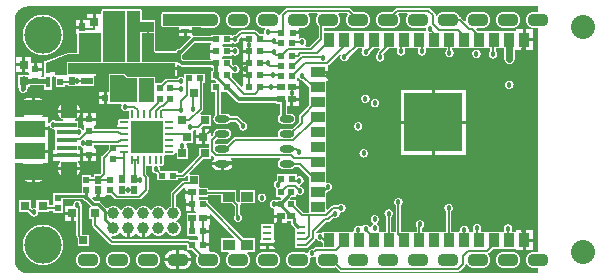
<source format=gtl>
G04 Layer_Physical_Order=1*
G04 Layer_Color=255*
%FSLAX24Y24*%
%MOIN*%
G70*
G01*
G75*
%ADD10C,0.0060*%
%ADD11R,0.0197X0.0236*%
%ADD12R,0.0315X0.0098*%
%ADD13R,0.0256X0.0128*%
%ADD14R,0.0315X0.0315*%
%ADD15R,0.0157X0.0374*%
%ADD16R,0.0689X0.0157*%
%ADD17R,0.0984X0.0561*%
%ADD18R,0.0315X0.1063*%
%ADD19C,0.0079*%
%ADD20R,0.0394X0.0354*%
%ADD21R,0.0413X0.0236*%
%ADD22R,0.1968X0.1968*%
%ADD23R,0.0472X0.0354*%
%ADD24R,0.0354X0.0472*%
%ADD25R,0.0300X0.0300*%
%ADD26R,0.0213X0.0252*%
%ADD27R,0.0276X0.0276*%
%ADD28O,0.0492X0.0236*%
%ADD29O,0.0315X0.0098*%
%ADD30O,0.0098X0.0315*%
%ADD31R,0.1055X0.1055*%
%ADD32R,0.0217X0.0217*%
%ADD33R,0.0252X0.0213*%
%ADD34R,0.0300X0.0300*%
%ADD35R,0.0236X0.0197*%
%ADD36R,0.0217X0.0217*%
%ADD37C,0.0080*%
%ADD38C,0.0240*%
%ADD39C,0.0120*%
%ADD40C,0.0100*%
%ADD41C,0.0160*%
%ADD42C,0.0140*%
%ADD43R,0.0575X0.0787*%
%ADD44R,0.0285X0.0112*%
%ADD45O,0.0709X0.0433*%
%ADD46C,0.0394*%
%ADD47O,0.0669X0.0472*%
%ADD48O,0.0551X0.0394*%
%ADD49C,0.0800*%
%ADD50C,0.1250*%
%ADD51C,0.0180*%
G36*
X4700Y3550D02*
Y2950D01*
X4750Y2900D01*
X5600Y2900D01*
X5600Y2600D01*
X4300Y2600D01*
Y3550D01*
X4700Y3550D01*
D02*
G37*
G36*
X4250Y3946D02*
X4700D01*
Y3600D01*
X4250D01*
X4250Y2600D01*
X3800Y2600D01*
Y4300D01*
X4250Y4300D01*
X4250Y3946D01*
D02*
G37*
G36*
X2950Y2600D02*
X1850Y2600D01*
X1800Y2600D01*
Y2150D01*
X1400Y2150D01*
Y2268D01*
X1100D01*
Y2578D01*
X1850Y2850D01*
X2200D01*
Y3150D01*
Y3550D01*
X2950D01*
Y2600D01*
D02*
G37*
G36*
X6589Y3230D02*
X6588Y3170D01*
X6576Y3158D01*
X6565D01*
Y3000D01*
X6773D01*
Y2900D01*
X6565D01*
Y2742D01*
X6576D01*
X6613Y2706D01*
X6613Y2706D01*
X6578Y2660D01*
X5690D01*
X5656Y2694D01*
X5655Y2696D01*
X5654Y2699D01*
X5653Y2702D01*
X5652Y2705D01*
X5650Y2708D01*
X5650Y2709D01*
X5650Y2822D01*
X6068Y3240D01*
X6579D01*
X6589Y3230D01*
D02*
G37*
G36*
X3750Y4300D02*
Y2600D01*
X3000Y2600D01*
Y4300D01*
X3750Y4300D01*
D02*
G37*
G36*
X4700Y1250D02*
X4200D01*
Y2050D01*
X4700D01*
Y1250D01*
D02*
G37*
G36*
X5743Y-1601D02*
Y-1700D01*
X5969D01*
Y-1800D01*
X5743D01*
Y-1956D01*
X5765D01*
Y-2100D01*
X5973D01*
Y-2150D01*
X6023D01*
Y-2358D01*
X6070D01*
X6105Y-2394D01*
Y-2444D01*
X5793D01*
Y-2756D01*
X5793D01*
X5797Y-2763D01*
X5818Y-2798D01*
X5819Y-2804D01*
X5819Y-2806D01*
X5818Y-2808D01*
X5818Y-2811D01*
X5817Y-2815D01*
X5817Y-2818D01*
X5817Y-2821D01*
X5816Y-2825D01*
X5816Y-2828D01*
X5816Y-2831D01*
X5816Y-2832D01*
X5816Y-2835D01*
X5808Y-2882D01*
X5808D01*
Y-3218D01*
X6102D01*
X6105Y-3218D01*
X6152Y-3226D01*
X6152Y-3268D01*
X6152Y-3324D01*
X6105Y-3332D01*
Y-3332D01*
X5895D01*
X5894Y-3331D01*
X5892Y-3329D01*
X5890Y-3328D01*
X5888Y-3326D01*
X5886Y-3325D01*
X5884Y-3323D01*
X5882Y-3322D01*
X5879Y-3321D01*
X5877Y-3320D01*
X5875Y-3318D01*
X5872Y-3317D01*
X5870Y-3316D01*
X5867Y-3315D01*
X5865Y-3315D01*
X5862Y-3314D01*
X5860Y-3313D01*
X5857Y-3312D01*
X5855Y-3312D01*
X5852Y-3311D01*
X5850Y-3311D01*
X5847Y-3311D01*
X5844Y-3310D01*
X5842Y-3310D01*
X5839Y-3310D01*
X5837Y-3310D01*
X3337D01*
X3271Y-3244D01*
X3272Y-3236D01*
X3274Y-3231D01*
X3276Y-3228D01*
X3277Y-3225D01*
X3279Y-3223D01*
X3306Y-3193D01*
X3311Y-3194D01*
X3315Y-3194D01*
X3319Y-3195D01*
X3324Y-3195D01*
X3328Y-3196D01*
X3332Y-3196D01*
X3337Y-3197D01*
X3341Y-3197D01*
X3346Y-3197D01*
X3350Y-3197D01*
X3354Y-3197D01*
X3359Y-3197D01*
X3363Y-3197D01*
X3368Y-3196D01*
X3372Y-3196D01*
X3376Y-3195D01*
X3381Y-3195D01*
X3385Y-3194D01*
X3389Y-3194D01*
X3394Y-3193D01*
X3398Y-3192D01*
X3402Y-3191D01*
X3407Y-3190D01*
X3411Y-3189D01*
X3415Y-3188D01*
X3420Y-3187D01*
X3424Y-3186D01*
X3428Y-3184D01*
X3432Y-3183D01*
X3436Y-3181D01*
X3440Y-3180D01*
X3444Y-3178D01*
X3449Y-3176D01*
X3453Y-3175D01*
X3457Y-3173D01*
X3460Y-3171D01*
X3464Y-3169D01*
X3468Y-3167D01*
X3472Y-3165D01*
X3476Y-3162D01*
X3480Y-3160D01*
X3483Y-3158D01*
X3487Y-3155D01*
X3491Y-3153D01*
X3494Y-3150D01*
X3498Y-3148D01*
X3501Y-3145D01*
X3505Y-3142D01*
X3508Y-3139D01*
X3512Y-3137D01*
X3515Y-3134D01*
X3518Y-3131D01*
X3521Y-3128D01*
X3525Y-3125D01*
X3528Y-3121D01*
X3531Y-3118D01*
X3534Y-3115D01*
X3537Y-3112D01*
X3539Y-3108D01*
X3542Y-3105D01*
X3551Y-3102D01*
X3558Y-3101D01*
X3566Y-3100D01*
X3572Y-3100D01*
X3581Y-3101D01*
X3584Y-3102D01*
X3587Y-3103D01*
X3600Y-3110D01*
X3600Y-3111D01*
X3603Y-3115D01*
X3606Y-3119D01*
X3609Y-3123D01*
X3612Y-3127D01*
X3614Y-3131D01*
X3617Y-3135D01*
X3621Y-3138D01*
X3624Y-3142D01*
X3627Y-3146D01*
X3630Y-3149D01*
X3633Y-3153D01*
X3637Y-3156D01*
X3640Y-3160D01*
X3644Y-3163D01*
X3647Y-3167D01*
X3651Y-3170D01*
X3654Y-3173D01*
X3658Y-3176D01*
X3662Y-3179D01*
X3665Y-3183D01*
X3669Y-3186D01*
X3673Y-3188D01*
X3677Y-3191D01*
X3681Y-3194D01*
X3685Y-3197D01*
X3689Y-3200D01*
X3693Y-3202D01*
X3697Y-3205D01*
X3702Y-3207D01*
X3706Y-3209D01*
X3710Y-3212D01*
X3714Y-3214D01*
X3719Y-3216D01*
X3723Y-3218D01*
X3727Y-3220D01*
X3732Y-3222D01*
X3736Y-3224D01*
X3741Y-3226D01*
X3745Y-3228D01*
X3750Y-3230D01*
X3755Y-3231D01*
X3759Y-3233D01*
X3764Y-3234D01*
X3768Y-3235D01*
X3773Y-3237D01*
X3778Y-3238D01*
X3783Y-3239D01*
X3787Y-3240D01*
X3792Y-3241D01*
X3797Y-3242D01*
X3800Y-3243D01*
Y-2950D01*
X3900D01*
Y-3243D01*
X3903Y-3242D01*
X3908Y-3241D01*
X3913Y-3240D01*
X3917Y-3239D01*
X3922Y-3238D01*
X3927Y-3237D01*
X3932Y-3235D01*
X3936Y-3234D01*
X3941Y-3233D01*
X3945Y-3231D01*
X3950Y-3230D01*
X3955Y-3228D01*
X3959Y-3226D01*
X3964Y-3224D01*
X3968Y-3222D01*
X3973Y-3220D01*
X3977Y-3218D01*
X3981Y-3216D01*
X3986Y-3214D01*
X3990Y-3212D01*
X3994Y-3209D01*
X3998Y-3207D01*
X4003Y-3205D01*
X4007Y-3202D01*
X4011Y-3200D01*
X4015Y-3197D01*
X4019Y-3194D01*
X4023Y-3191D01*
X4027Y-3188D01*
X4031Y-3186D01*
X4035Y-3183D01*
X4038Y-3179D01*
X4042Y-3176D01*
X4046Y-3173D01*
X4049Y-3170D01*
X4053Y-3167D01*
X4056Y-3163D01*
X4060Y-3160D01*
X4063Y-3156D01*
X4067Y-3153D01*
X4068Y-3152D01*
X4073Y-3148D01*
X4079Y-3146D01*
X4083Y-3145D01*
X4086Y-3144D01*
X4100Y-3143D01*
X4114Y-3144D01*
X4117Y-3145D01*
X4121Y-3146D01*
X4127Y-3148D01*
X4132Y-3152D01*
X4133Y-3153D01*
X4137Y-3156D01*
X4140Y-3160D01*
X4144Y-3163D01*
X4147Y-3167D01*
X4151Y-3170D01*
X4154Y-3173D01*
X4158Y-3176D01*
X4162Y-3179D01*
X4165Y-3183D01*
X4169Y-3186D01*
X4173Y-3188D01*
X4177Y-3191D01*
X4181Y-3194D01*
X4185Y-3197D01*
X4189Y-3200D01*
X4193Y-3202D01*
X4197Y-3205D01*
X4202Y-3207D01*
X4206Y-3209D01*
X4210Y-3212D01*
X4214Y-3214D01*
X4219Y-3216D01*
X4223Y-3218D01*
X4227Y-3220D01*
X4232Y-3222D01*
X4236Y-3224D01*
X4241Y-3226D01*
X4245Y-3228D01*
X4250Y-3230D01*
X4255Y-3231D01*
X4259Y-3233D01*
X4264Y-3234D01*
X4268Y-3235D01*
X4273Y-3237D01*
X4278Y-3238D01*
X4283Y-3239D01*
X4287Y-3240D01*
X4292Y-3241D01*
X4297Y-3242D01*
X4300Y-3243D01*
Y-2950D01*
X4400D01*
Y-3243D01*
X4403Y-3242D01*
X4408Y-3241D01*
X4413Y-3240D01*
X4417Y-3239D01*
X4422Y-3238D01*
X4427Y-3237D01*
X4432Y-3235D01*
X4436Y-3234D01*
X4441Y-3233D01*
X4445Y-3231D01*
X4450Y-3230D01*
X4455Y-3228D01*
X4459Y-3226D01*
X4464Y-3224D01*
X4468Y-3222D01*
X4473Y-3220D01*
X4477Y-3218D01*
X4481Y-3216D01*
X4486Y-3214D01*
X4490Y-3212D01*
X4494Y-3209D01*
X4498Y-3207D01*
X4503Y-3205D01*
X4507Y-3202D01*
X4511Y-3200D01*
X4515Y-3197D01*
X4519Y-3194D01*
X4523Y-3191D01*
X4527Y-3188D01*
X4531Y-3186D01*
X4535Y-3183D01*
X4538Y-3179D01*
X4542Y-3176D01*
X4546Y-3173D01*
X4549Y-3170D01*
X4553Y-3167D01*
X4556Y-3163D01*
X4560Y-3160D01*
X4563Y-3156D01*
X4567Y-3153D01*
X4570Y-3149D01*
X4573Y-3146D01*
X4576Y-3142D01*
X4579Y-3138D01*
X4583Y-3135D01*
X4586Y-3131D01*
X4588Y-3127D01*
X4591Y-3123D01*
X4594Y-3119D01*
X4597Y-3115D01*
X4600Y-3111D01*
X4600Y-3110D01*
X4613Y-3103D01*
X4616Y-3102D01*
X4619Y-3101D01*
X4628Y-3100D01*
X4634Y-3100D01*
X4642Y-3101D01*
X4649Y-3102D01*
X4658Y-3105D01*
X4661Y-3108D01*
X4663Y-3112D01*
X4666Y-3115D01*
X4669Y-3118D01*
X4672Y-3121D01*
X4675Y-3125D01*
X4679Y-3128D01*
X4682Y-3131D01*
X4685Y-3134D01*
X4688Y-3137D01*
X4692Y-3139D01*
X4695Y-3142D01*
X4699Y-3145D01*
X4702Y-3148D01*
X4706Y-3150D01*
X4709Y-3153D01*
X4713Y-3155D01*
X4717Y-3158D01*
X4720Y-3160D01*
X4724Y-3162D01*
X4728Y-3165D01*
X4732Y-3167D01*
X4736Y-3169D01*
X4739Y-3171D01*
X4743Y-3173D01*
X4747Y-3175D01*
X4751Y-3176D01*
X4756Y-3178D01*
X4760Y-3180D01*
X4764Y-3181D01*
X4768Y-3183D01*
X4772Y-3184D01*
X4776Y-3186D01*
X4780Y-3187D01*
X4785Y-3188D01*
X4789Y-3189D01*
X4793Y-3190D01*
X4798Y-3191D01*
X4802Y-3192D01*
X4806Y-3193D01*
X4811Y-3194D01*
X4815Y-3194D01*
X4819Y-3195D01*
X4824Y-3195D01*
X4828Y-3196D01*
X4832Y-3196D01*
X4837Y-3197D01*
X4841Y-3197D01*
X4846Y-3197D01*
X4850Y-3197D01*
X4854Y-3197D01*
X4859Y-3197D01*
X4863Y-3197D01*
X4868Y-3196D01*
X4872Y-3196D01*
X4876Y-3195D01*
X4881Y-3195D01*
X4885Y-3194D01*
X4889Y-3194D01*
X4894Y-3193D01*
X4898Y-3192D01*
X4902Y-3191D01*
X4907Y-3190D01*
X4911Y-3189D01*
X4915Y-3188D01*
X4920Y-3187D01*
X4924Y-3186D01*
X4928Y-3184D01*
X4932Y-3183D01*
X4936Y-3181D01*
X4940Y-3180D01*
X4944Y-3178D01*
X4949Y-3176D01*
X4953Y-3175D01*
X4957Y-3173D01*
X4961Y-3171D01*
X4964Y-3169D01*
X4968Y-3167D01*
X4972Y-3165D01*
X4976Y-3162D01*
X4980Y-3160D01*
X4983Y-3158D01*
X4987Y-3155D01*
X4991Y-3153D01*
X4994Y-3150D01*
X4998Y-3148D01*
X5001Y-3145D01*
X5005Y-3142D01*
X5008Y-3139D01*
X5012Y-3137D01*
X5015Y-3134D01*
X5018Y-3131D01*
X5021Y-3128D01*
X5025Y-3125D01*
X5028Y-3121D01*
X5031Y-3118D01*
X5034Y-3115D01*
X5037Y-3112D01*
X5039Y-3108D01*
X5042Y-3105D01*
X5045Y-3101D01*
X5048Y-3098D01*
X5050Y-3094D01*
X5053Y-3091D01*
X5055Y-3087D01*
X5058Y-3083D01*
X5060Y-3080D01*
X5062Y-3076D01*
X5065Y-3072D01*
X5067Y-3068D01*
X5069Y-3064D01*
X5071Y-3061D01*
X5073Y-3057D01*
X5073Y-3056D01*
X5094Y-3049D01*
X5098Y-3049D01*
X5102D01*
X5106Y-3049D01*
X5127Y-3056D01*
X5127Y-3057D01*
X5129Y-3061D01*
X5131Y-3064D01*
X5133Y-3068D01*
X5135Y-3072D01*
X5138Y-3076D01*
X5140Y-3080D01*
X5142Y-3083D01*
X5145Y-3087D01*
X5147Y-3091D01*
X5150Y-3094D01*
X5152Y-3098D01*
X5155Y-3101D01*
X5158Y-3105D01*
X5161Y-3108D01*
X5163Y-3112D01*
X5166Y-3115D01*
X5169Y-3118D01*
X5172Y-3121D01*
X5175Y-3125D01*
X5179Y-3128D01*
X5182Y-3131D01*
X5185Y-3134D01*
X5188Y-3137D01*
X5192Y-3139D01*
X5195Y-3142D01*
X5199Y-3145D01*
X5202Y-3148D01*
X5206Y-3150D01*
X5209Y-3153D01*
X5213Y-3155D01*
X5217Y-3158D01*
X5220Y-3160D01*
X5224Y-3162D01*
X5228Y-3165D01*
X5232Y-3167D01*
X5236Y-3169D01*
X5239Y-3171D01*
X5243Y-3173D01*
X5247Y-3175D01*
X5251Y-3176D01*
X5256Y-3178D01*
X5260Y-3180D01*
X5264Y-3181D01*
X5268Y-3183D01*
X5272Y-3184D01*
X5276Y-3186D01*
X5280Y-3187D01*
X5285Y-3188D01*
X5289Y-3189D01*
X5293Y-3190D01*
X5298Y-3191D01*
X5302Y-3192D01*
X5306Y-3193D01*
X5311Y-3194D01*
X5315Y-3194D01*
X5319Y-3195D01*
X5324Y-3195D01*
X5328Y-3196D01*
X5332Y-3196D01*
X5337Y-3197D01*
X5341Y-3197D01*
X5346Y-3197D01*
X5350Y-3197D01*
X5354Y-3197D01*
X5359Y-3197D01*
X5363Y-3197D01*
X5368Y-3196D01*
X5372Y-3196D01*
X5376Y-3195D01*
X5381Y-3195D01*
X5385Y-3194D01*
X5389Y-3194D01*
X5394Y-3193D01*
X5398Y-3192D01*
X5402Y-3191D01*
X5407Y-3190D01*
X5411Y-3189D01*
X5415Y-3188D01*
X5420Y-3187D01*
X5424Y-3186D01*
X5428Y-3184D01*
X5432Y-3183D01*
X5436Y-3181D01*
X5440Y-3180D01*
X5444Y-3178D01*
X5449Y-3176D01*
X5453Y-3175D01*
X5457Y-3173D01*
X5461Y-3171D01*
X5464Y-3169D01*
X5468Y-3167D01*
X5472Y-3165D01*
X5476Y-3162D01*
X5480Y-3160D01*
X5483Y-3158D01*
X5487Y-3155D01*
X5491Y-3153D01*
X5494Y-3150D01*
X5498Y-3148D01*
X5501Y-3145D01*
X5505Y-3142D01*
X5508Y-3139D01*
X5512Y-3137D01*
X5515Y-3134D01*
X5518Y-3131D01*
X5521Y-3128D01*
X5525Y-3125D01*
X5528Y-3121D01*
X5531Y-3118D01*
X5534Y-3115D01*
X5537Y-3112D01*
X5539Y-3108D01*
X5542Y-3105D01*
X5545Y-3101D01*
X5548Y-3098D01*
X5550Y-3094D01*
X5553Y-3091D01*
X5555Y-3087D01*
X5558Y-3083D01*
X5560Y-3080D01*
X5562Y-3076D01*
X5565Y-3072D01*
X5567Y-3068D01*
X5569Y-3064D01*
X5571Y-3061D01*
X5573Y-3057D01*
X5575Y-3053D01*
X5576Y-3049D01*
X5578Y-3044D01*
X5580Y-3040D01*
X5581Y-3036D01*
X5583Y-3032D01*
X5584Y-3028D01*
X5586Y-3024D01*
X5587Y-3020D01*
X5588Y-3015D01*
X5589Y-3011D01*
X5590Y-3007D01*
X5591Y-3002D01*
X5592Y-2998D01*
X5593Y-2994D01*
X5594Y-2989D01*
X5594Y-2985D01*
X5595Y-2981D01*
X5595Y-2976D01*
X5596Y-2972D01*
X5596Y-2968D01*
X5597Y-2963D01*
X5597Y-2959D01*
X5597Y-2954D01*
X5597Y-2950D01*
X5597Y-2946D01*
X5597Y-2941D01*
X5597Y-2937D01*
X5596Y-2932D01*
X5596Y-2928D01*
X5595Y-2924D01*
X5595Y-2919D01*
X5594Y-2915D01*
X5594Y-2911D01*
X5593Y-2906D01*
X5592Y-2902D01*
X5591Y-2898D01*
X5590Y-2893D01*
X5589Y-2889D01*
X5588Y-2885D01*
X5587Y-2880D01*
X5586Y-2876D01*
X5584Y-2872D01*
X5583Y-2868D01*
X5581Y-2864D01*
X5580Y-2860D01*
X5578Y-2856D01*
X5576Y-2851D01*
X5575Y-2847D01*
X5573Y-2843D01*
X5571Y-2840D01*
X5569Y-2836D01*
X5567Y-2832D01*
X5565Y-2828D01*
X5562Y-2824D01*
X5560Y-2820D01*
X5558Y-2817D01*
X5555Y-2813D01*
X5553Y-2809D01*
X5550Y-2806D01*
X5548Y-2802D01*
X5545Y-2799D01*
X5542Y-2795D01*
X5539Y-2792D01*
X5537Y-2788D01*
X5534Y-2785D01*
X5531Y-2782D01*
X5528Y-2779D01*
X5525Y-2775D01*
X5521Y-2772D01*
X5518Y-2769D01*
X5515Y-2766D01*
X5512Y-2763D01*
X5508Y-2761D01*
X5505Y-2758D01*
X5501Y-2755D01*
X5498Y-2752D01*
X5494Y-2750D01*
X5491Y-2747D01*
X5487Y-2745D01*
X5483Y-2742D01*
X5480Y-2740D01*
X5476Y-2738D01*
X5472Y-2735D01*
X5468Y-2733D01*
X5464Y-2731D01*
X5461Y-2729D01*
X5457Y-2727D01*
X5456Y-2727D01*
X5449Y-2706D01*
X5449Y-2702D01*
Y-2698D01*
X5449Y-2694D01*
X5456Y-2673D01*
X5457Y-2673D01*
X5461Y-2671D01*
X5464Y-2669D01*
X5468Y-2667D01*
X5472Y-2665D01*
X5476Y-2662D01*
X5480Y-2660D01*
X5483Y-2658D01*
X5487Y-2655D01*
X5491Y-2653D01*
X5494Y-2650D01*
X5498Y-2648D01*
X5501Y-2645D01*
X5505Y-2642D01*
X5508Y-2639D01*
X5512Y-2637D01*
X5515Y-2634D01*
X5518Y-2631D01*
X5521Y-2628D01*
X5525Y-2625D01*
X5528Y-2621D01*
X5531Y-2618D01*
X5534Y-2615D01*
X5537Y-2612D01*
X5539Y-2608D01*
X5542Y-2605D01*
X5545Y-2601D01*
X5548Y-2598D01*
X5550Y-2594D01*
X5553Y-2591D01*
X5555Y-2587D01*
X5558Y-2583D01*
X5560Y-2580D01*
X5562Y-2576D01*
X5565Y-2572D01*
X5567Y-2568D01*
X5569Y-2564D01*
X5571Y-2560D01*
X5573Y-2557D01*
X5575Y-2553D01*
X5576Y-2549D01*
X5578Y-2544D01*
X5580Y-2540D01*
X5581Y-2536D01*
X5583Y-2532D01*
X5584Y-2528D01*
X5586Y-2524D01*
X5587Y-2520D01*
X5588Y-2515D01*
X5589Y-2511D01*
X5590Y-2507D01*
X5591Y-2502D01*
X5592Y-2498D01*
X5593Y-2494D01*
X5594Y-2489D01*
X5594Y-2485D01*
X5595Y-2481D01*
X5595Y-2476D01*
X5596Y-2472D01*
X5596Y-2468D01*
X5597Y-2463D01*
X5597Y-2459D01*
X5597Y-2454D01*
X5597Y-2450D01*
X5597Y-2446D01*
X5597Y-2441D01*
X5597Y-2437D01*
X5596Y-2432D01*
X5596Y-2428D01*
X5595Y-2424D01*
X5595Y-2419D01*
X5594Y-2415D01*
X5594Y-2411D01*
X5593Y-2406D01*
X5592Y-2402D01*
X5591Y-2398D01*
X5590Y-2393D01*
X5589Y-2389D01*
X5588Y-2385D01*
X5587Y-2380D01*
X5586Y-2376D01*
X5584Y-2372D01*
X5583Y-2368D01*
X5581Y-2364D01*
X5580Y-2360D01*
X5578Y-2356D01*
X5576Y-2351D01*
X5575Y-2347D01*
X5573Y-2343D01*
X5571Y-2340D01*
X5569Y-2336D01*
X5567Y-2332D01*
X5565Y-2328D01*
X5562Y-2324D01*
X5560Y-2320D01*
X5558Y-2317D01*
X5555Y-2313D01*
X5553Y-2309D01*
X5550Y-2306D01*
X5548Y-2302D01*
X5545Y-2299D01*
X5542Y-2295D01*
X5539Y-2292D01*
X5537Y-2288D01*
X5534Y-2285D01*
X5531Y-2282D01*
X5528Y-2279D01*
X5525Y-2275D01*
X5521Y-2272D01*
X5518Y-2269D01*
X5515Y-2266D01*
X5512Y-2263D01*
X5508Y-2261D01*
X5505Y-2258D01*
X5501Y-2255D01*
X5498Y-2252D01*
X5494Y-2250D01*
X5491Y-2247D01*
X5487Y-2245D01*
X5483Y-2242D01*
X5480Y-2240D01*
X5476Y-2238D01*
X5472Y-2235D01*
X5468Y-2233D01*
X5464Y-2231D01*
X5461Y-2229D01*
X5457Y-2227D01*
X5453Y-2225D01*
X5449Y-2224D01*
X5444Y-2222D01*
X5440Y-2220D01*
X5440Y-2220D01*
Y-1833D01*
X5693Y-1580D01*
X5743Y-1601D01*
D02*
G37*
G36*
X3700Y2150D02*
X3800Y2050D01*
X4150Y2050D01*
Y1250D01*
X3250D01*
X3250Y2150D01*
X3700Y2150D01*
D02*
G37*
G36*
X4501Y-850D02*
X4504Y-852D01*
X4506Y-853D01*
X4508Y-855D01*
X4511Y-856D01*
X4513Y-857D01*
X4516Y-858D01*
X4518Y-859D01*
X4521Y-860D01*
X4524Y-861D01*
X4526Y-862D01*
X4529Y-863D01*
X4532Y-864D01*
X4534Y-864D01*
X4537Y-865D01*
X4540Y-866D01*
X4542Y-866D01*
X4545Y-866D01*
X4548Y-867D01*
X4551Y-867D01*
X4554Y-867D01*
X4556Y-867D01*
X4559Y-867D01*
X4562Y-867D01*
X4565Y-867D01*
X4567Y-866D01*
X4570Y-866D01*
X4573Y-866D01*
X4576Y-865D01*
X4578Y-864D01*
X4581Y-864D01*
X4584Y-863D01*
X4586Y-862D01*
X4589Y-861D01*
X4592Y-860D01*
X4594Y-859D01*
X4597Y-858D01*
X4599Y-857D01*
X4602Y-856D01*
X4604Y-855D01*
X4605Y-854D01*
X4620Y-856D01*
X4632Y-859D01*
X4643Y-863D01*
X4643Y-868D01*
X4646Y-899D01*
X4644Y-902D01*
X4642Y-905D01*
X4640Y-907D01*
X4639Y-910D01*
X4637Y-913D01*
X4636Y-916D01*
X4634Y-919D01*
X4633Y-922D01*
X4631Y-925D01*
X4630Y-928D01*
X4629Y-931D01*
X4628Y-934D01*
X4627Y-938D01*
X4626Y-941D01*
X4625Y-944D01*
X4624Y-947D01*
X4623Y-951D01*
X4623Y-954D01*
X4622Y-957D01*
X4621Y-960D01*
X4621Y-964D01*
X4621Y-967D01*
X4620Y-970D01*
X4620Y-974D01*
X4620Y-977D01*
X4620Y-980D01*
X4620Y-984D01*
X4620Y-987D01*
X4620Y-990D01*
X4621Y-994D01*
X4621Y-997D01*
X4621Y-1000D01*
X4622Y-1003D01*
X4623Y-1007D01*
X4623Y-1010D01*
X4624Y-1013D01*
X4625Y-1017D01*
X4626Y-1020D01*
X4627Y-1023D01*
X4628Y-1026D01*
X4629Y-1029D01*
X4630Y-1032D01*
X4631Y-1035D01*
X4633Y-1038D01*
X4634Y-1041D01*
X4636Y-1044D01*
X4637Y-1047D01*
X4639Y-1050D01*
X4640Y-1053D01*
X4642Y-1056D01*
X4644Y-1059D01*
X4646Y-1061D01*
X4648Y-1064D01*
X4650Y-1067D01*
X4652Y-1069D01*
X4654Y-1072D01*
X4656Y-1074D01*
X4659Y-1077D01*
X4661Y-1079D01*
X4663Y-1082D01*
X4666Y-1084D01*
X4668Y-1086D01*
X4671Y-1088D01*
X4673Y-1090D01*
X4676Y-1092D01*
X4679Y-1094D01*
X4682Y-1096D01*
X4684Y-1098D01*
X4687Y-1100D01*
X4690Y-1102D01*
X4693Y-1103D01*
X4696Y-1105D01*
X4699Y-1106D01*
X4702Y-1108D01*
X4705Y-1109D01*
X4708Y-1110D01*
X4711Y-1111D01*
X4714Y-1113D01*
X4717Y-1114D01*
X4721Y-1115D01*
X4724Y-1116D01*
X4727Y-1116D01*
X4730Y-1117D01*
X4733Y-1118D01*
X4737Y-1118D01*
X4740Y-1119D01*
X4743Y-1119D01*
X4747Y-1120D01*
X4750Y-1120D01*
X4753Y-1120D01*
X4757Y-1120D01*
X4760Y-1120D01*
X4763Y-1120D01*
X4767Y-1120D01*
X4770Y-1120D01*
X4772Y-1120D01*
X4815Y-1162D01*
Y-1351D01*
X5131D01*
Y-1351D01*
X5169D01*
Y-1351D01*
X5485D01*
Y-1283D01*
X5657D01*
X5660Y-1283D01*
X5662Y-1283D01*
X5665Y-1283D01*
X5667Y-1283D01*
X5670Y-1282D01*
X5673Y-1282D01*
X5675Y-1281D01*
X5678Y-1281D01*
X5680Y-1280D01*
X5683Y-1279D01*
X5685Y-1279D01*
X5688Y-1278D01*
X5690Y-1277D01*
X5693Y-1276D01*
X5695Y-1275D01*
X5697Y-1274D01*
X5700Y-1272D01*
X5702Y-1271D01*
X5704Y-1270D01*
X5706Y-1268D01*
X5709Y-1267D01*
X5711Y-1265D01*
X5713Y-1264D01*
X5715Y-1262D01*
X5717Y-1260D01*
X5719Y-1259D01*
X5721Y-1257D01*
X5782Y-1195D01*
X5832Y-1216D01*
Y-1358D01*
X5698D01*
X5695Y-1358D01*
X5692Y-1358D01*
X5690Y-1358D01*
X5687Y-1358D01*
X5685Y-1359D01*
X5682Y-1359D01*
X5679Y-1360D01*
X5677Y-1360D01*
X5674Y-1361D01*
X5672Y-1362D01*
X5669Y-1362D01*
X5667Y-1363D01*
X5664Y-1364D01*
X5662Y-1365D01*
X5660Y-1366D01*
X5657Y-1367D01*
X5655Y-1369D01*
X5653Y-1370D01*
X5650Y-1371D01*
X5648Y-1373D01*
X5646Y-1374D01*
X5644Y-1376D01*
X5642Y-1377D01*
X5640Y-1379D01*
X5638Y-1381D01*
X5636Y-1382D01*
X5634Y-1384D01*
X5286Y-1732D01*
X5285Y-1734D01*
X5283Y-1736D01*
X5281Y-1738D01*
X5279Y-1740D01*
X5278Y-1742D01*
X5276Y-1744D01*
X5275Y-1746D01*
X5273Y-1748D01*
X5272Y-1750D01*
X5271Y-1753D01*
X5270Y-1755D01*
X5268Y-1757D01*
X5267Y-1760D01*
X5266Y-1762D01*
X5265Y-1765D01*
X5265Y-1767D01*
X5264Y-1770D01*
X5263Y-1772D01*
X5262Y-1775D01*
X5262Y-1777D01*
X5261Y-1780D01*
X5261Y-1782D01*
X5261Y-1785D01*
X5260Y-1788D01*
X5260Y-1790D01*
X5260Y-1793D01*
X5260Y-1795D01*
Y-2220D01*
X5260Y-2220D01*
X5256Y-2222D01*
X5251Y-2224D01*
X5247Y-2225D01*
X5243Y-2227D01*
X5239Y-2229D01*
X5236Y-2231D01*
X5232Y-2233D01*
X5228Y-2235D01*
X5224Y-2238D01*
X5220Y-2240D01*
X5217Y-2242D01*
X5213Y-2245D01*
X5209Y-2247D01*
X5206Y-2250D01*
X5202Y-2252D01*
X5199Y-2255D01*
X5195Y-2258D01*
X5192Y-2261D01*
X5188Y-2263D01*
X5185Y-2266D01*
X5182Y-2269D01*
X5179Y-2272D01*
X5175Y-2275D01*
X5172Y-2279D01*
X5169Y-2282D01*
X5166Y-2285D01*
X5163Y-2288D01*
X5161Y-2292D01*
X5158Y-2295D01*
X5155Y-2299D01*
X5152Y-2302D01*
X5150Y-2306D01*
X5147Y-2309D01*
X5145Y-2313D01*
X5142Y-2317D01*
X5140Y-2320D01*
X5138Y-2324D01*
X5135Y-2328D01*
X5133Y-2332D01*
X5131Y-2336D01*
X5129Y-2340D01*
X5127Y-2343D01*
X5127Y-2344D01*
X5106Y-2351D01*
X5102Y-2351D01*
X5098D01*
X5094Y-2351D01*
X5073Y-2344D01*
X5073Y-2343D01*
X5071Y-2340D01*
X5069Y-2336D01*
X5067Y-2332D01*
X5065Y-2328D01*
X5062Y-2324D01*
X5060Y-2320D01*
X5058Y-2317D01*
X5055Y-2313D01*
X5053Y-2309D01*
X5050Y-2306D01*
X5048Y-2302D01*
X5045Y-2299D01*
X5042Y-2295D01*
X5039Y-2292D01*
X5037Y-2288D01*
X5034Y-2285D01*
X5031Y-2282D01*
X5028Y-2279D01*
X5025Y-2275D01*
X5021Y-2272D01*
X5018Y-2269D01*
X5015Y-2266D01*
X5012Y-2263D01*
X5008Y-2261D01*
X5005Y-2258D01*
X5001Y-2255D01*
X4998Y-2252D01*
X4994Y-2250D01*
X4991Y-2247D01*
X4987Y-2245D01*
X4983Y-2242D01*
X4980Y-2240D01*
X4976Y-2238D01*
X4972Y-2235D01*
X4968Y-2233D01*
X4964Y-2231D01*
X4961Y-2229D01*
X4957Y-2227D01*
X4953Y-2225D01*
X4949Y-2224D01*
X4944Y-2222D01*
X4940Y-2220D01*
X4936Y-2219D01*
X4932Y-2217D01*
X4928Y-2216D01*
X4924Y-2214D01*
X4920Y-2213D01*
X4915Y-2212D01*
X4911Y-2211D01*
X4907Y-2210D01*
X4902Y-2209D01*
X4898Y-2208D01*
X4894Y-2207D01*
X4889Y-2206D01*
X4885Y-2206D01*
X4881Y-2205D01*
X4876Y-2205D01*
X4872Y-2204D01*
X4868Y-2204D01*
X4863Y-2203D01*
X4859Y-2203D01*
X4854Y-2203D01*
X4850Y-2203D01*
X4846Y-2203D01*
X4841Y-2203D01*
X4837Y-2203D01*
X4832Y-2204D01*
X4828Y-2204D01*
X4824Y-2205D01*
X4819Y-2205D01*
X4815Y-2206D01*
X4811Y-2206D01*
X4806Y-2207D01*
X4802Y-2208D01*
X4798Y-2209D01*
X4793Y-2210D01*
X4789Y-2211D01*
X4785Y-2212D01*
X4780Y-2213D01*
X4776Y-2214D01*
X4772Y-2216D01*
X4768Y-2217D01*
X4764Y-2219D01*
X4760Y-2220D01*
X4756Y-2222D01*
X4751Y-2224D01*
X4747Y-2225D01*
X4743Y-2227D01*
X4739Y-2229D01*
X4736Y-2231D01*
X4732Y-2233D01*
X4728Y-2235D01*
X4724Y-2238D01*
X4720Y-2240D01*
X4717Y-2242D01*
X4713Y-2245D01*
X4709Y-2247D01*
X4706Y-2250D01*
X4702Y-2252D01*
X4699Y-2255D01*
X4695Y-2258D01*
X4692Y-2261D01*
X4688Y-2263D01*
X4685Y-2266D01*
X4682Y-2269D01*
X4679Y-2272D01*
X4675Y-2275D01*
X4672Y-2279D01*
X4669Y-2282D01*
X4666Y-2285D01*
X4663Y-2288D01*
X4661Y-2292D01*
X4658Y-2295D01*
X4655Y-2299D01*
X4652Y-2302D01*
X4650Y-2306D01*
X4647Y-2309D01*
X4645Y-2313D01*
X4642Y-2317D01*
X4640Y-2320D01*
X4638Y-2324D01*
X4635Y-2328D01*
X4633Y-2332D01*
X4631Y-2336D01*
X4629Y-2340D01*
X4627Y-2343D01*
X4627Y-2344D01*
X4606Y-2351D01*
X4602Y-2351D01*
X4598D01*
X4594Y-2351D01*
X4573Y-2344D01*
X4573Y-2343D01*
X4571Y-2340D01*
X4569Y-2336D01*
X4567Y-2332D01*
X4565Y-2328D01*
X4562Y-2324D01*
X4560Y-2320D01*
X4558Y-2317D01*
X4555Y-2313D01*
X4553Y-2309D01*
X4550Y-2306D01*
X4548Y-2302D01*
X4545Y-2299D01*
X4542Y-2295D01*
X4539Y-2292D01*
X4537Y-2288D01*
X4534Y-2285D01*
X4531Y-2282D01*
X4528Y-2279D01*
X4525Y-2275D01*
X4521Y-2272D01*
X4518Y-2269D01*
X4515Y-2266D01*
X4512Y-2263D01*
X4508Y-2261D01*
X4505Y-2258D01*
X4501Y-2255D01*
X4498Y-2252D01*
X4494Y-2250D01*
X4491Y-2247D01*
X4487Y-2245D01*
X4483Y-2242D01*
X4480Y-2240D01*
X4476Y-2238D01*
X4472Y-2235D01*
X4468Y-2233D01*
X4464Y-2231D01*
X4460Y-2229D01*
X4457Y-2227D01*
X4453Y-2225D01*
X4449Y-2224D01*
X4444Y-2222D01*
X4440Y-2220D01*
X4436Y-2219D01*
X4432Y-2217D01*
X4428Y-2216D01*
X4424Y-2214D01*
X4420Y-2213D01*
X4415Y-2212D01*
X4411Y-2211D01*
X4407Y-2210D01*
X4402Y-2209D01*
X4398Y-2208D01*
X4394Y-2207D01*
X4389Y-2206D01*
X4385Y-2206D01*
X4381Y-2205D01*
X4376Y-2205D01*
X4372Y-2204D01*
X4368Y-2204D01*
X4363Y-2203D01*
X4359Y-2203D01*
X4354Y-2203D01*
X4350Y-2203D01*
X4346Y-2203D01*
X4341Y-2203D01*
X4337Y-2203D01*
X4332Y-2204D01*
X4328Y-2204D01*
X4324Y-2205D01*
X4319Y-2205D01*
X4315Y-2206D01*
X4311Y-2206D01*
X4306Y-2207D01*
X4302Y-2208D01*
X4298Y-2209D01*
X4293Y-2210D01*
X4289Y-2211D01*
X4285Y-2212D01*
X4280Y-2213D01*
X4276Y-2214D01*
X4272Y-2216D01*
X4268Y-2217D01*
X4264Y-2219D01*
X4260Y-2220D01*
X4256Y-2222D01*
X4251Y-2224D01*
X4247Y-2225D01*
X4243Y-2227D01*
X4239Y-2229D01*
X4236Y-2231D01*
X4232Y-2233D01*
X4228Y-2235D01*
X4224Y-2238D01*
X4220Y-2240D01*
X4217Y-2242D01*
X4213Y-2245D01*
X4209Y-2247D01*
X4206Y-2250D01*
X4202Y-2252D01*
X4199Y-2255D01*
X4195Y-2258D01*
X4192Y-2261D01*
X4188Y-2263D01*
X4185Y-2266D01*
X4182Y-2269D01*
X4179Y-2272D01*
X4175Y-2275D01*
X4172Y-2279D01*
X4169Y-2282D01*
X4166Y-2285D01*
X4163Y-2288D01*
X4161Y-2292D01*
X4158Y-2295D01*
X4155Y-2299D01*
X4152Y-2302D01*
X4150Y-2306D01*
X4147Y-2309D01*
X4145Y-2313D01*
X4142Y-2317D01*
X4140Y-2320D01*
X4138Y-2324D01*
X4135Y-2328D01*
X4133Y-2332D01*
X4131Y-2336D01*
X4129Y-2340D01*
X4127Y-2343D01*
X4127Y-2344D01*
X4106Y-2351D01*
X4102Y-2351D01*
X4098D01*
X4094Y-2351D01*
X4073Y-2344D01*
X4073Y-2343D01*
X4071Y-2340D01*
X4069Y-2336D01*
X4067Y-2332D01*
X4065Y-2328D01*
X4062Y-2324D01*
X4060Y-2320D01*
X4058Y-2317D01*
X4055Y-2313D01*
X4053Y-2309D01*
X4050Y-2306D01*
X4048Y-2302D01*
X4045Y-2299D01*
X4042Y-2295D01*
X4039Y-2292D01*
X4037Y-2288D01*
X4034Y-2285D01*
X4031Y-2282D01*
X4028Y-2279D01*
X4025Y-2275D01*
X4021Y-2272D01*
X4018Y-2269D01*
X4015Y-2266D01*
X4012Y-2263D01*
X4008Y-2261D01*
X4005Y-2258D01*
X4001Y-2255D01*
X3998Y-2252D01*
X3994Y-2250D01*
X3991Y-2247D01*
X3987Y-2245D01*
X3983Y-2242D01*
X3980Y-2240D01*
X3976Y-2238D01*
X3972Y-2235D01*
X3968Y-2233D01*
X3964Y-2231D01*
X3961Y-2229D01*
X3957Y-2227D01*
X3953Y-2225D01*
X3949Y-2224D01*
X3944Y-2222D01*
X3940Y-2220D01*
X3936Y-2219D01*
X3932Y-2217D01*
X3928Y-2216D01*
X3924Y-2214D01*
X3920Y-2213D01*
X3915Y-2212D01*
X3911Y-2211D01*
X3907Y-2210D01*
X3902Y-2209D01*
X3898Y-2208D01*
X3894Y-2207D01*
X3889Y-2206D01*
X3885Y-2206D01*
X3881Y-2205D01*
X3876Y-2205D01*
X3872Y-2204D01*
X3868Y-2204D01*
X3863Y-2203D01*
X3859Y-2203D01*
X3854Y-2203D01*
X3850Y-2203D01*
X3846Y-2203D01*
X3841Y-2203D01*
X3837Y-2203D01*
X3832Y-2204D01*
X3828Y-2204D01*
X3824Y-2205D01*
X3819Y-2205D01*
X3815Y-2206D01*
X3811Y-2206D01*
X3806Y-2207D01*
X3802Y-2208D01*
X3798Y-2209D01*
X3793Y-2210D01*
X3789Y-2211D01*
X3785Y-2212D01*
X3780Y-2213D01*
X3776Y-2214D01*
X3772Y-2216D01*
X3768Y-2217D01*
X3764Y-2219D01*
X3760Y-2220D01*
X3756Y-2222D01*
X3751Y-2224D01*
X3747Y-2225D01*
X3743Y-2227D01*
X3740Y-2229D01*
X3736Y-2231D01*
X3732Y-2233D01*
X3728Y-2235D01*
X3724Y-2238D01*
X3720Y-2240D01*
X3717Y-2242D01*
X3713Y-2245D01*
X3709Y-2247D01*
X3706Y-2250D01*
X3702Y-2252D01*
X3699Y-2255D01*
X3695Y-2258D01*
X3692Y-2261D01*
X3688Y-2263D01*
X3685Y-2266D01*
X3682Y-2269D01*
X3679Y-2272D01*
X3675Y-2275D01*
X3672Y-2279D01*
X3669Y-2282D01*
X3666Y-2285D01*
X3663Y-2288D01*
X3661Y-2292D01*
X3658Y-2295D01*
X3655Y-2299D01*
X3652Y-2302D01*
X3650Y-2306D01*
X3647Y-2309D01*
X3645Y-2313D01*
X3642Y-2317D01*
X3640Y-2320D01*
X3638Y-2324D01*
X3635Y-2328D01*
X3633Y-2332D01*
X3631Y-2336D01*
X3629Y-2340D01*
X3627Y-2343D01*
X3627Y-2344D01*
X3606Y-2351D01*
X3602Y-2351D01*
X3598D01*
X3594Y-2351D01*
X3573Y-2344D01*
X3573Y-2343D01*
X3571Y-2340D01*
X3569Y-2336D01*
X3567Y-2332D01*
X3565Y-2328D01*
X3562Y-2324D01*
X3560Y-2320D01*
X3558Y-2317D01*
X3555Y-2313D01*
X3553Y-2309D01*
X3550Y-2306D01*
X3548Y-2302D01*
X3545Y-2299D01*
X3542Y-2295D01*
X3539Y-2292D01*
X3537Y-2288D01*
X3534Y-2285D01*
X3531Y-2282D01*
X3528Y-2279D01*
X3525Y-2275D01*
X3521Y-2272D01*
X3518Y-2269D01*
X3515Y-2266D01*
X3512Y-2263D01*
X3508Y-2261D01*
X3505Y-2258D01*
X3501Y-2255D01*
X3498Y-2252D01*
X3494Y-2250D01*
X3491Y-2247D01*
X3487Y-2245D01*
X3483Y-2242D01*
X3480Y-2240D01*
X3476Y-2238D01*
X3472Y-2235D01*
X3468Y-2233D01*
X3464Y-2231D01*
X3460Y-2229D01*
X3457Y-2227D01*
X3453Y-2225D01*
X3449Y-2224D01*
X3444Y-2222D01*
X3440Y-2220D01*
X3436Y-2219D01*
X3432Y-2217D01*
X3428Y-2216D01*
X3424Y-2214D01*
X3420Y-2213D01*
X3415Y-2212D01*
X3411Y-2211D01*
X3407Y-2210D01*
X3402Y-2209D01*
X3398Y-2208D01*
X3394Y-2207D01*
X3389Y-2206D01*
X3385Y-2206D01*
X3381Y-2205D01*
X3376Y-2205D01*
X3372Y-2204D01*
X3368Y-2204D01*
X3363Y-2203D01*
X3359Y-2203D01*
X3354Y-2203D01*
X3350Y-2203D01*
X3346Y-2203D01*
X3341Y-2203D01*
X3337Y-2203D01*
X3332Y-2204D01*
X3328Y-2204D01*
X3324Y-2205D01*
X3319Y-2205D01*
X3315Y-2206D01*
X3311Y-2206D01*
X3306Y-2207D01*
X3302Y-2208D01*
X3298Y-2209D01*
X3293Y-2210D01*
X3289Y-2211D01*
X3285Y-2212D01*
X3280Y-2213D01*
X3276Y-2214D01*
X3272Y-2216D01*
X3268Y-2217D01*
X3264Y-2219D01*
X3260Y-2220D01*
X3256Y-2222D01*
X3251Y-2224D01*
X3247Y-2225D01*
X3243Y-2227D01*
X3239Y-2229D01*
X3236Y-2231D01*
X3232Y-2233D01*
X3228Y-2235D01*
X3224Y-2238D01*
X3220Y-2240D01*
X3217Y-2242D01*
X3213Y-2245D01*
X3209Y-2247D01*
X3206Y-2250D01*
X3202Y-2252D01*
X3199Y-2255D01*
X3195Y-2258D01*
X3192Y-2261D01*
X3188Y-2263D01*
X3185Y-2266D01*
X3182Y-2269D01*
X3179Y-2272D01*
X3178Y-2273D01*
X3177Y-2274D01*
X3170Y-2278D01*
X3167Y-2279D01*
X3165Y-2280D01*
X3164Y-2280D01*
X3136Y-2281D01*
X3130Y-2281D01*
X3127Y-2280D01*
X3125Y-2280D01*
X3122Y-2279D01*
X3119Y-2277D01*
X3113Y-2274D01*
X3112Y-2273D01*
X2905Y-2067D01*
X2903Y-2065D01*
X2901Y-2063D01*
X2899Y-2061D01*
X2897Y-2060D01*
X2895Y-2058D01*
X2893Y-2056D01*
X2890Y-2055D01*
X2888Y-2053D01*
X2886Y-2052D01*
X2883Y-2050D01*
X2881Y-2049D01*
X2878Y-2048D01*
X2876Y-2046D01*
X2873Y-2045D01*
X2870Y-2044D01*
X2868Y-2043D01*
X2865Y-2042D01*
X2862Y-2042D01*
X2860Y-2041D01*
X2857Y-2040D01*
X2854Y-2040D01*
X2851Y-2039D01*
X2849Y-2039D01*
X2846Y-2038D01*
X2843Y-2038D01*
X2840Y-2038D01*
X2838Y-2038D01*
X2835Y-2038D01*
X2725D01*
X2649Y-1961D01*
X2669Y-1911D01*
X2800D01*
Y-1685D01*
X2900D01*
Y-1911D01*
X3056D01*
Y-1875D01*
X3092Y-1839D01*
X3281D01*
X3402Y-1961D01*
X3402Y-1961D01*
X3404Y-1963D01*
X3406Y-1964D01*
X3408Y-1966D01*
X3410Y-1968D01*
X3412Y-1969D01*
X3414Y-1971D01*
X3417Y-1972D01*
X3419Y-1974D01*
X3421Y-1975D01*
X3423Y-1976D01*
X3426Y-1978D01*
X3428Y-1979D01*
X3430Y-1980D01*
X3433Y-1981D01*
X3435Y-1982D01*
X3438Y-1983D01*
X3440Y-1983D01*
X3443Y-1984D01*
X3445Y-1985D01*
X3448Y-1985D01*
X3450Y-1986D01*
X3453Y-1986D01*
X3456Y-1986D01*
X3458Y-1987D01*
X3461Y-1987D01*
X3463Y-1987D01*
X3466Y-1987D01*
X3466Y-1987D01*
X4194D01*
X4196Y-1987D01*
X4199Y-1987D01*
X4201Y-1987D01*
X4204Y-1986D01*
X4207Y-1986D01*
X4209Y-1986D01*
X4212Y-1985D01*
X4214Y-1985D01*
X4217Y-1984D01*
X4219Y-1983D01*
X4222Y-1983D01*
X4224Y-1982D01*
X4227Y-1981D01*
X4229Y-1980D01*
X4232Y-1979D01*
X4234Y-1978D01*
X4236Y-1976D01*
X4239Y-1975D01*
X4241Y-1974D01*
X4243Y-1972D01*
X4245Y-1971D01*
X4247Y-1969D01*
X4249Y-1968D01*
X4251Y-1966D01*
X4253Y-1964D01*
X4255Y-1963D01*
X4257Y-1961D01*
X4494Y-1724D01*
X4495Y-1722D01*
X4497Y-1720D01*
X4499Y-1719D01*
X4501Y-1716D01*
X4502Y-1714D01*
X4504Y-1712D01*
X4505Y-1710D01*
X4507Y-1708D01*
X4508Y-1706D01*
X4509Y-1703D01*
X4510Y-1701D01*
X4512Y-1699D01*
X4513Y-1696D01*
X4514Y-1694D01*
X4515Y-1691D01*
X4515Y-1689D01*
X4516Y-1686D01*
X4517Y-1684D01*
X4518Y-1681D01*
X4518Y-1679D01*
X4519Y-1676D01*
X4519Y-1674D01*
X4519Y-1671D01*
X4520Y-1669D01*
X4520Y-1666D01*
X4520Y-1663D01*
X4520Y-1661D01*
X4520Y-1661D01*
Y-1252D01*
X4520Y-1252D01*
X4520Y-1249D01*
X4520Y-1247D01*
X4520Y-1244D01*
X4519Y-1242D01*
X4519Y-1239D01*
X4519Y-1236D01*
X4518Y-1234D01*
X4518Y-1231D01*
X4517Y-1229D01*
X4516Y-1226D01*
X4515Y-1224D01*
X4515Y-1221D01*
X4514Y-1219D01*
X4513Y-1216D01*
X4512Y-1214D01*
X4510Y-1212D01*
X4509Y-1209D01*
X4508Y-1207D01*
X4507Y-1205D01*
X4505Y-1203D01*
X4504Y-1200D01*
X4502Y-1198D01*
X4501Y-1196D01*
X4499Y-1194D01*
X4497Y-1192D01*
X4495Y-1190D01*
X4494Y-1188D01*
X4449Y-1144D01*
Y-872D01*
X4464Y-858D01*
X4469Y-855D01*
X4499Y-849D01*
X4501Y-850D01*
D02*
G37*
G36*
X500Y4447D02*
X17500D01*
Y4267D01*
X17362D01*
X17358Y4267D01*
X17353Y4266D01*
X17349Y4266D01*
X17344Y4266D01*
X17339Y4266D01*
X17335Y4265D01*
X17330Y4265D01*
X17326Y4264D01*
X17321Y4263D01*
X17317Y4263D01*
X17312Y4262D01*
X17308Y4261D01*
X17304Y4260D01*
X17299Y4259D01*
X17295Y4258D01*
X17290Y4257D01*
X17286Y4255D01*
X17282Y4254D01*
X17277Y4253D01*
X17273Y4251D01*
X17269Y4250D01*
X17264Y4248D01*
X17260Y4246D01*
X17256Y4244D01*
X17252Y4243D01*
X17248Y4241D01*
X17244Y4239D01*
X17240Y4237D01*
X17236Y4235D01*
X17232Y4232D01*
X17228Y4230D01*
X17224Y4228D01*
X17220Y4225D01*
X17216Y4223D01*
X17212Y4220D01*
X17208Y4218D01*
X17205Y4215D01*
X17201Y4212D01*
X17198Y4210D01*
X17194Y4207D01*
X17190Y4204D01*
X17187Y4201D01*
X17184Y4198D01*
X17180Y4195D01*
X17177Y4192D01*
X17174Y4188D01*
X17171Y4185D01*
X17167Y4182D01*
X17164Y4179D01*
X17161Y4175D01*
X17158Y4172D01*
X17155Y4168D01*
X17153Y4165D01*
X17150Y4161D01*
X17147Y4157D01*
X17144Y4154D01*
X17142Y4150D01*
X17139Y4146D01*
X17137Y4142D01*
X17134Y4138D01*
X17132Y4135D01*
X17130Y4131D01*
X17128Y4127D01*
X17126Y4123D01*
X17123Y4119D01*
X17121Y4114D01*
X17120Y4110D01*
X17118Y4106D01*
X17116Y4102D01*
X17114Y4098D01*
X17113Y4094D01*
X17111Y4089D01*
X17110Y4085D01*
X17108Y4081D01*
X17107Y4076D01*
X17106Y4072D01*
X17104Y4068D01*
X17103Y4063D01*
X17102Y4059D01*
X17101Y4054D01*
X17100Y4050D01*
X17100Y4045D01*
X17099Y4041D01*
X17098Y4036D01*
X17098Y4032D01*
X17097Y4027D01*
X17097Y4023D01*
X17096Y4018D01*
X17096Y4014D01*
X17096Y4009D01*
X17096Y4005D01*
X17096Y4000D01*
X17096Y3995D01*
X17096Y3991D01*
X17096Y3986D01*
X17096Y3982D01*
X17097Y3977D01*
X17097Y3973D01*
X17098Y3968D01*
X17098Y3964D01*
X17099Y3959D01*
X17100Y3955D01*
X17100Y3950D01*
X17101Y3946D01*
X17102Y3941D01*
X17103Y3937D01*
X17104Y3932D01*
X17106Y3928D01*
X17107Y3924D01*
X17108Y3919D01*
X17110Y3915D01*
X17111Y3911D01*
X17113Y3906D01*
X17114Y3902D01*
X17116Y3898D01*
X17118Y3894D01*
X17120Y3890D01*
X17121Y3886D01*
X17123Y3881D01*
X17126Y3877D01*
X17128Y3873D01*
X17130Y3869D01*
X17132Y3865D01*
X17134Y3862D01*
X17137Y3858D01*
X17139Y3854D01*
X17142Y3850D01*
X17144Y3846D01*
X17147Y3843D01*
X17150Y3839D01*
X17153Y3835D01*
X17155Y3832D01*
X17158Y3828D01*
X17161Y3825D01*
X17164Y3821D01*
X17167Y3818D01*
X17171Y3815D01*
X17174Y3812D01*
X17177Y3808D01*
X17180Y3805D01*
X17184Y3802D01*
X17187Y3799D01*
X17190Y3796D01*
X17194Y3793D01*
X17198Y3790D01*
X17201Y3788D01*
X17205Y3785D01*
X17208Y3782D01*
X17212Y3780D01*
X17216Y3777D01*
X17220Y3775D01*
X17224Y3772D01*
X17228Y3770D01*
X17232Y3768D01*
X17236Y3765D01*
X17240Y3763D01*
X17244Y3761D01*
X17248Y3759D01*
X17252Y3757D01*
X17256Y3756D01*
X17260Y3754D01*
X17264Y3752D01*
X17269Y3750D01*
X17273Y3749D01*
X17277Y3747D01*
X17282Y3746D01*
X17286Y3745D01*
X17290Y3743D01*
X17295Y3742D01*
X17299Y3741D01*
X17304Y3740D01*
X17308Y3739D01*
X17312Y3738D01*
X17317Y3737D01*
X17321Y3737D01*
X17326Y3736D01*
X17330Y3735D01*
X17335Y3735D01*
X17339Y3734D01*
X17344Y3734D01*
X17349Y3734D01*
X17353Y3734D01*
X17358Y3733D01*
X17362Y3733D01*
X17500D01*
Y-3733D01*
X17362D01*
X17358Y-3733D01*
X17353Y-3734D01*
X17349Y-3734D01*
X17344Y-3734D01*
X17339Y-3734D01*
X17335Y-3735D01*
X17330Y-3735D01*
X17326Y-3736D01*
X17321Y-3737D01*
X17317Y-3737D01*
X17312Y-3738D01*
X17308Y-3739D01*
X17304Y-3740D01*
X17299Y-3741D01*
X17295Y-3742D01*
X17290Y-3743D01*
X17286Y-3745D01*
X17282Y-3746D01*
X17277Y-3747D01*
X17273Y-3749D01*
X17269Y-3750D01*
X17264Y-3752D01*
X17260Y-3754D01*
X17256Y-3756D01*
X17252Y-3757D01*
X17248Y-3759D01*
X17244Y-3761D01*
X17240Y-3763D01*
X17236Y-3765D01*
X17232Y-3768D01*
X17228Y-3770D01*
X17224Y-3772D01*
X17220Y-3775D01*
X17216Y-3777D01*
X17212Y-3780D01*
X17208Y-3782D01*
X17205Y-3785D01*
X17201Y-3788D01*
X17198Y-3790D01*
X17194Y-3793D01*
X17190Y-3796D01*
X17187Y-3799D01*
X17184Y-3802D01*
X17180Y-3805D01*
X17177Y-3808D01*
X17174Y-3812D01*
X17171Y-3815D01*
X17167Y-3818D01*
X17164Y-3821D01*
X17161Y-3825D01*
X17158Y-3828D01*
X17155Y-3832D01*
X17153Y-3835D01*
X17150Y-3839D01*
X17147Y-3843D01*
X17144Y-3846D01*
X17142Y-3850D01*
X17139Y-3854D01*
X17137Y-3858D01*
X17134Y-3862D01*
X17132Y-3865D01*
X17130Y-3869D01*
X17128Y-3873D01*
X17126Y-3877D01*
X17123Y-3881D01*
X17121Y-3886D01*
X17120Y-3890D01*
X17118Y-3894D01*
X17116Y-3898D01*
X17114Y-3902D01*
X17113Y-3906D01*
X17111Y-3911D01*
X17110Y-3915D01*
X17108Y-3919D01*
X17107Y-3924D01*
X17106Y-3928D01*
X17104Y-3932D01*
X17103Y-3937D01*
X17102Y-3941D01*
X17101Y-3946D01*
X17100Y-3950D01*
X17100Y-3955D01*
X17099Y-3959D01*
X17098Y-3964D01*
X17098Y-3968D01*
X17097Y-3973D01*
X17097Y-3977D01*
X17096Y-3982D01*
X17096Y-3986D01*
X17096Y-3991D01*
X17096Y-3995D01*
X17096Y-4000D01*
X17096Y-4005D01*
X17096Y-4009D01*
X17096Y-4014D01*
X17096Y-4018D01*
X17097Y-4023D01*
X17097Y-4027D01*
X17098Y-4032D01*
X17098Y-4036D01*
X17099Y-4041D01*
X17100Y-4045D01*
X17100Y-4050D01*
X17101Y-4054D01*
X17102Y-4059D01*
X17103Y-4063D01*
X17104Y-4068D01*
X17106Y-4072D01*
X17107Y-4076D01*
X17108Y-4081D01*
X17110Y-4085D01*
X17111Y-4089D01*
X17113Y-4094D01*
X17114Y-4098D01*
X17116Y-4102D01*
X17118Y-4106D01*
X17120Y-4110D01*
X17121Y-4114D01*
X17123Y-4119D01*
X17126Y-4123D01*
X17128Y-4127D01*
X17130Y-4131D01*
X17132Y-4135D01*
X17134Y-4138D01*
X17137Y-4142D01*
X17139Y-4146D01*
X17142Y-4150D01*
X17144Y-4154D01*
X17147Y-4157D01*
X17150Y-4161D01*
X17153Y-4165D01*
X17155Y-4168D01*
X17158Y-4172D01*
X17161Y-4175D01*
X17164Y-4179D01*
X17167Y-4182D01*
X17171Y-4185D01*
X17174Y-4188D01*
X17177Y-4192D01*
X17180Y-4195D01*
X17184Y-4198D01*
X17187Y-4201D01*
X17190Y-4204D01*
X17194Y-4207D01*
X17198Y-4210D01*
X17201Y-4212D01*
X17205Y-4215D01*
X17208Y-4218D01*
X17212Y-4220D01*
X17216Y-4223D01*
X17220Y-4225D01*
X17224Y-4228D01*
X17228Y-4230D01*
X17232Y-4232D01*
X17236Y-4235D01*
X17240Y-4237D01*
X17244Y-4239D01*
X17248Y-4241D01*
X17252Y-4243D01*
X17256Y-4244D01*
X17260Y-4246D01*
X17264Y-4248D01*
X17269Y-4250D01*
X17273Y-4251D01*
X17277Y-4253D01*
X17282Y-4254D01*
X17286Y-4255D01*
X17290Y-4257D01*
X17295Y-4258D01*
X17299Y-4259D01*
X17304Y-4260D01*
X17308Y-4261D01*
X17312Y-4262D01*
X17317Y-4263D01*
X17321Y-4263D01*
X17326Y-4264D01*
X17330Y-4265D01*
X17335Y-4265D01*
X17339Y-4266D01*
X17344Y-4266D01*
X17349Y-4266D01*
X17353Y-4266D01*
X17358Y-4267D01*
X17362Y-4267D01*
X17500D01*
Y-4447D01*
X500D01*
X500Y-4448D01*
X494Y-4447D01*
X488Y-4447D01*
X482Y-4447D01*
X476Y-4447D01*
X470Y-4447D01*
X464Y-4446D01*
X458Y-4446D01*
X452Y-4445D01*
X447Y-4444D01*
X441Y-4444D01*
X435Y-4443D01*
X429Y-4442D01*
X423Y-4441D01*
X417Y-4440D01*
X411Y-4439D01*
X405Y-4437D01*
X400Y-4436D01*
X394Y-4435D01*
X388Y-4433D01*
X382Y-4432D01*
X377Y-4430D01*
X371Y-4428D01*
X365Y-4427D01*
X359Y-4425D01*
X354Y-4423D01*
X348Y-4421D01*
X343Y-4419D01*
X337Y-4417D01*
X332Y-4415D01*
X326Y-4412D01*
X321Y-4410D01*
X315Y-4408D01*
X310Y-4405D01*
X304Y-4402D01*
X299Y-4400D01*
X294Y-4397D01*
X288Y-4394D01*
X283Y-4391D01*
X278Y-4389D01*
X273Y-4386D01*
X268Y-4382D01*
X263Y-4379D01*
X258Y-4376D01*
X253Y-4373D01*
X248Y-4370D01*
X243Y-4366D01*
X238Y-4363D01*
X233Y-4359D01*
X228Y-4356D01*
X224Y-4352D01*
X219Y-4348D01*
X214Y-4345D01*
X210Y-4341D01*
X205Y-4337D01*
X201Y-4333D01*
X196Y-4329D01*
X192Y-4325D01*
X188Y-4321D01*
X184Y-4316D01*
X179Y-4312D01*
X175Y-4308D01*
X171Y-4304D01*
X167Y-4299D01*
X163Y-4295D01*
X159Y-4290D01*
X155Y-4286D01*
X152Y-4281D01*
X148Y-4276D01*
X144Y-4272D01*
X141Y-4267D01*
X137Y-4262D01*
X134Y-4257D01*
X130Y-4252D01*
X127Y-4247D01*
X124Y-4242D01*
X121Y-4237D01*
X118Y-4232D01*
X114Y-4227D01*
X111Y-4222D01*
X109Y-4217D01*
X106Y-4212D01*
X103Y-4206D01*
X100Y-4201D01*
X98Y-4196D01*
X95Y-4190D01*
X92Y-4185D01*
X90Y-4179D01*
X88Y-4174D01*
X85Y-4168D01*
X83Y-4163D01*
X81Y-4157D01*
X79Y-4152D01*
X77Y-4146D01*
X75Y-4141D01*
X73Y-4135D01*
X72Y-4129D01*
X70Y-4123D01*
X68Y-4118D01*
X67Y-4112D01*
X65Y-4106D01*
X64Y-4100D01*
X63Y-4095D01*
X61Y-4089D01*
X60Y-4083D01*
X59Y-4077D01*
X58Y-4071D01*
X57Y-4065D01*
X56Y-4059D01*
X56Y-4053D01*
X55Y-4048D01*
X54Y-4042D01*
X54Y-4036D01*
X53Y-4030D01*
X53Y-4024D01*
X53Y-4018D01*
X53Y-4012D01*
X53Y-4006D01*
X52Y-4000D01*
X53Y-4000D01*
Y-759D01*
X333D01*
X366Y-802D01*
X365Y-809D01*
X364Y-811D01*
X360Y-814D01*
X356Y-818D01*
X352Y-821D01*
X348Y-824D01*
X347Y-825D01*
X350Y-824D01*
X357Y-822D01*
X364Y-820D01*
X372Y-819D01*
X380Y-817D01*
X388Y-817D01*
X989D01*
X986Y-814D01*
X982Y-811D01*
X980Y-809D01*
X980Y-802D01*
X1013Y-759D01*
X1166D01*
Y-429D01*
X574D01*
Y-329D01*
X1166D01*
Y-2D01*
Y329D01*
X574D01*
Y429D01*
X1166D01*
Y463D01*
X1215Y476D01*
X1216Y472D01*
X1217Y469D01*
X1218Y466D01*
X1219Y463D01*
X1220Y460D01*
X1221Y457D01*
X1223Y454D01*
X1224Y451D01*
X1226Y448D01*
X1227Y445D01*
X1229Y442D01*
X1230Y439D01*
X1232Y436D01*
X1234Y433D01*
X1236Y431D01*
X1238Y428D01*
X1240Y425D01*
X1242Y423D01*
X1244Y420D01*
X1246Y418D01*
X1249Y415D01*
X1251Y413D01*
X1253Y410D01*
X1256Y408D01*
X1258Y406D01*
X1261Y404D01*
X1263Y402D01*
X1266Y400D01*
X1269Y398D01*
X1272Y396D01*
X1274Y394D01*
X1277Y392D01*
X1280Y391D01*
X1283Y389D01*
X1286Y387D01*
X1289Y386D01*
X1292Y384D01*
X1295Y383D01*
X1298Y382D01*
X1301Y381D01*
X1304Y380D01*
X1307Y378D01*
X1311Y377D01*
X1314Y377D01*
X1317Y376D01*
X1320Y375D01*
X1323Y374D01*
X1327Y374D01*
X1330Y373D01*
X1333Y373D01*
X1337Y372D01*
X1340Y372D01*
X1343Y372D01*
X1347Y372D01*
X1350Y372D01*
X1369Y357D01*
X1383Y344D01*
X1383Y343D01*
X1384Y342D01*
X1385Y341D01*
X1386Y339D01*
X1387Y337D01*
X1388Y335D01*
X1390Y327D01*
X1390Y326D01*
Y127D01*
Y-333D01*
X1340D01*
Y-462D01*
X1785D01*
X2229D01*
Y-333D01*
X2179D01*
Y-214D01*
X2185Y-211D01*
X2190Y-208D01*
X2232Y-194D01*
X2234Y-197D01*
X2236Y-199D01*
X2238Y-202D01*
X2240Y-205D01*
X2242Y-207D01*
X2244Y-210D01*
X2246Y-212D01*
X2249Y-215D01*
X2251Y-217D01*
X2253Y-219D01*
X2256Y-222D01*
X2258Y-224D01*
X2261Y-226D01*
X2263Y-228D01*
X2266Y-230D01*
X2269Y-232D01*
X2272Y-234D01*
X2274Y-236D01*
X2277Y-238D01*
X2280Y-239D01*
X2283Y-241D01*
X2286Y-243D01*
X2289Y-244D01*
X2292Y-245D01*
X2295Y-247D01*
X2298Y-248D01*
X2301Y-249D01*
X2304Y-250D01*
X2307Y-251D01*
X2311Y-252D01*
X2313Y-253D01*
X2321Y-271D01*
X2330Y-293D01*
X2331Y-295D01*
X2331Y-297D01*
X2332Y-299D01*
X2332Y-302D01*
X2332Y-304D01*
Y-444D01*
X2768D01*
Y-295D01*
X2726D01*
X2718Y-248D01*
X2718Y-245D01*
Y-165D01*
X3192D01*
Y-304D01*
X2957Y-538D01*
X2956Y-540D01*
X2954Y-542D01*
X2952Y-544D01*
X2951Y-546D01*
X2949Y-548D01*
X2947Y-550D01*
X2946Y-552D01*
X2945Y-554D01*
X2943Y-557D01*
X2942Y-559D01*
X2941Y-561D01*
X2940Y-564D01*
X2938Y-566D01*
X2937Y-568D01*
X2937Y-571D01*
X2936Y-573D01*
X2935Y-576D01*
X2934Y-578D01*
X2934Y-581D01*
X2933Y-584D01*
X2932Y-586D01*
X2932Y-589D01*
X2932Y-591D01*
X2931Y-594D01*
X2931Y-596D01*
X2931Y-599D01*
X2931Y-602D01*
Y-1114D01*
X2899Y-1147D01*
X2694D01*
Y-1237D01*
X2608D01*
Y-1169D01*
X2292D01*
Y-1473D01*
X2292Y-1485D01*
Y-1523D01*
X2292Y-1535D01*
Y-1780D01*
X1658D01*
Y-1765D01*
X1342D01*
Y-2069D01*
X1342Y-2081D01*
Y-2119D01*
X1342Y-2131D01*
Y-2187D01*
X1198D01*
Y-1993D01*
X783D01*
Y-2250D01*
X783Y-2251D01*
X776Y-2263D01*
X775Y-2264D01*
X774Y-2265D01*
X773Y-2266D01*
X772Y-2267D01*
X771Y-2268D01*
X767Y-2270D01*
X737Y-2285D01*
X733Y-2284D01*
X733Y-2284D01*
X730Y-2284D01*
X727Y-2283D01*
X723Y-2282D01*
X720Y-2282D01*
X717Y-2281D01*
X713Y-2281D01*
X710Y-2281D01*
X707Y-2281D01*
X703Y-2281D01*
X700Y-2280D01*
X697Y-2281D01*
X693Y-2281D01*
X690Y-2281D01*
X687Y-2281D01*
X683Y-2281D01*
X680Y-2282D01*
X677Y-2282D01*
X674Y-2283D01*
X670Y-2284D01*
X667Y-2284D01*
X664Y-2285D01*
X661Y-2286D01*
X657Y-2287D01*
X654Y-2288D01*
X654Y-2288D01*
X622Y-2273D01*
X621Y-2273D01*
X620Y-2272D01*
X619Y-2271D01*
X618Y-2270D01*
X617Y-2269D01*
X612Y-2263D01*
X607Y-2255D01*
Y-1993D01*
X193D01*
Y-2407D01*
X480D01*
X557Y-2484D01*
X559Y-2486D01*
X561Y-2488D01*
X563Y-2489D01*
X565Y-2491D01*
X567Y-2493D01*
X569Y-2494D01*
X571Y-2496D01*
X573Y-2497D01*
X575Y-2498D01*
X578Y-2500D01*
X580Y-2501D01*
X582Y-2502D01*
X585Y-2503D01*
X587Y-2504D01*
X588Y-2504D01*
X590Y-2507D01*
X592Y-2510D01*
X594Y-2512D01*
X596Y-2515D01*
X599Y-2517D01*
X601Y-2519D01*
X603Y-2522D01*
X606Y-2524D01*
X608Y-2526D01*
X611Y-2528D01*
X613Y-2531D01*
X616Y-2533D01*
X619Y-2535D01*
X622Y-2536D01*
X624Y-2538D01*
X627Y-2540D01*
X630Y-2542D01*
X633Y-2543D01*
X636Y-2545D01*
X639Y-2546D01*
X642Y-2548D01*
X645Y-2549D01*
X648Y-2550D01*
X651Y-2552D01*
X654Y-2553D01*
X657Y-2554D01*
X661Y-2555D01*
X664Y-2556D01*
X667Y-2557D01*
X670Y-2557D01*
X674Y-2558D01*
X677Y-2559D01*
X680Y-2559D01*
X683Y-2560D01*
X687Y-2560D01*
X690Y-2560D01*
X693Y-2560D01*
X697Y-2560D01*
X700Y-2560D01*
X703Y-2560D01*
X707Y-2560D01*
X710Y-2560D01*
X713Y-2560D01*
X717Y-2560D01*
X720Y-2559D01*
X723Y-2559D01*
X727Y-2558D01*
X730Y-2557D01*
X733Y-2557D01*
X736Y-2556D01*
X739Y-2555D01*
X743Y-2554D01*
X746Y-2553D01*
X749Y-2552D01*
X752Y-2550D01*
X755Y-2549D01*
X758Y-2548D01*
X761Y-2546D01*
X764Y-2545D01*
X767Y-2543D01*
X770Y-2542D01*
X773Y-2540D01*
X776Y-2538D01*
X778Y-2536D01*
X781Y-2535D01*
X784Y-2533D01*
X787Y-2531D01*
X789Y-2528D01*
X792Y-2526D01*
X794Y-2524D01*
X797Y-2522D01*
X799Y-2519D01*
X801Y-2517D01*
X804Y-2515D01*
X806Y-2512D01*
X808Y-2510D01*
X810Y-2507D01*
X812Y-2504D01*
X814Y-2502D01*
X816Y-2499D01*
X818Y-2496D01*
X820Y-2493D01*
X821Y-2490D01*
X823Y-2488D01*
X824Y-2485D01*
X826Y-2482D01*
X827Y-2479D01*
X829Y-2476D01*
X830Y-2473D01*
X831Y-2469D01*
X832Y-2466D01*
X833Y-2463D01*
X834Y-2460D01*
X835Y-2457D01*
X836Y-2453D01*
X837Y-2450D01*
X837Y-2447D01*
X838Y-2444D01*
X839Y-2440D01*
X839Y-2437D01*
X839Y-2434D01*
X840Y-2430D01*
X840Y-2427D01*
X840Y-2424D01*
X840Y-2420D01*
X882Y-2409D01*
X885Y-2408D01*
X890Y-2407D01*
X1198D01*
Y-2367D01*
X1342D01*
Y-2435D01*
X1658D01*
Y-2131D01*
X1658Y-2119D01*
Y-2081D01*
X1658Y-2069D01*
Y-1980D01*
X2131D01*
X2133Y-2026D01*
X2126Y-2030D01*
X2120Y-2032D01*
X2119Y-2032D01*
X2117Y-2033D01*
X2114Y-2034D01*
X2111Y-2035D01*
X2107Y-2036D01*
X2104Y-2037D01*
X2101Y-2038D01*
X2098Y-2039D01*
X2095Y-2040D01*
X2092Y-2042D01*
X2089Y-2043D01*
X2086Y-2045D01*
X2083Y-2046D01*
X2080Y-2048D01*
X2077Y-2050D01*
X2074Y-2051D01*
X2072Y-2053D01*
X2069Y-2055D01*
X2066Y-2057D01*
X2063Y-2059D01*
X2061Y-2061D01*
X2058Y-2063D01*
X2056Y-2065D01*
X2053Y-2068D01*
X2051Y-2070D01*
X2049Y-2072D01*
X2046Y-2075D01*
X2044Y-2077D01*
X2042Y-2080D01*
X2040Y-2083D01*
X2038Y-2085D01*
X2036Y-2088D01*
X2034Y-2091D01*
X2032Y-2093D01*
X2030Y-2096D01*
X2029Y-2099D01*
X2027Y-2102D01*
X2026Y-2105D01*
X2024Y-2108D01*
X2023Y-2111D01*
X2021Y-2114D01*
X2020Y-2117D01*
X2019Y-2120D01*
X2018Y-2123D01*
X2017Y-2126D01*
X2016Y-2130D01*
X2015Y-2133D01*
X2014Y-2136D01*
X2013Y-2139D01*
X2013Y-2143D01*
X2012Y-2146D01*
X2011Y-2149D01*
X2011Y-2152D01*
X2011Y-2156D01*
X2010Y-2159D01*
X2010Y-2162D01*
X2010Y-2166D01*
X2010Y-2169D01*
X2004Y-2179D01*
X1983Y-2203D01*
X1983Y-2204D01*
X1982Y-2205D01*
X1981Y-2206D01*
X1979Y-2207D01*
X1977Y-2208D01*
X1975Y-2209D01*
X1971Y-2210D01*
X1965Y-2212D01*
X1742D01*
Y-2400D01*
X1980D01*
Y-2450D01*
X2030D01*
Y-2688D01*
X2118D01*
Y-3192D01*
X2118Y-3195D01*
X2118Y-3198D01*
X2118Y-3200D01*
X2118Y-3203D01*
X2119Y-3205D01*
X2119Y-3208D01*
X2120Y-3210D01*
X2120Y-3213D01*
X2121Y-3216D01*
X2122Y-3218D01*
X2122Y-3221D01*
X2123Y-3223D01*
X2124Y-3226D01*
X2125Y-3228D01*
X2126Y-3230D01*
X2127Y-3233D01*
X2129Y-3235D01*
X2130Y-3237D01*
X2131Y-3240D01*
X2133Y-3242D01*
X2134Y-3244D01*
X2136Y-3246D01*
X2137Y-3248D01*
X2139Y-3250D01*
X2141Y-3252D01*
X2142Y-3254D01*
X2144Y-3256D01*
X2162Y-3274D01*
Y-3538D01*
X2538D01*
Y-3162D01*
X2305D01*
X2298Y-3155D01*
Y-2227D01*
X2298Y-2227D01*
X2298Y-2224D01*
X2298Y-2222D01*
X2297Y-2219D01*
X2297Y-2216D01*
X2297Y-2214D01*
X2296Y-2211D01*
X2296Y-2209D01*
X2295Y-2206D01*
X2295Y-2204D01*
X2294Y-2201D01*
X2293Y-2199D01*
X2292Y-2196D01*
X2291Y-2194D01*
X2290Y-2191D01*
X2289Y-2189D01*
X2289Y-2188D01*
X2289Y-2186D01*
X2289Y-2182D01*
X2290Y-2179D01*
X2290Y-2176D01*
X2290Y-2172D01*
X2290Y-2169D01*
X2290Y-2166D01*
X2290Y-2162D01*
X2290Y-2159D01*
X2289Y-2156D01*
X2289Y-2152D01*
X2289Y-2149D01*
X2288Y-2146D01*
X2287Y-2143D01*
X2287Y-2139D01*
X2286Y-2136D01*
X2285Y-2133D01*
X2284Y-2130D01*
X2283Y-2126D01*
X2282Y-2123D01*
X2281Y-2120D01*
X2280Y-2117D01*
X2279Y-2114D01*
X2277Y-2111D01*
X2276Y-2108D01*
X2274Y-2105D01*
X2273Y-2102D01*
X2271Y-2099D01*
X2270Y-2096D01*
X2268Y-2093D01*
X2266Y-2091D01*
X2264Y-2088D01*
X2262Y-2085D01*
X2260Y-2083D01*
X2258Y-2080D01*
X2256Y-2077D01*
X2254Y-2075D01*
X2251Y-2072D01*
X2249Y-2070D01*
X2247Y-2068D01*
X2244Y-2065D01*
X2242Y-2063D01*
X2239Y-2061D01*
X2237Y-2059D01*
X2234Y-2057D01*
X2231Y-2055D01*
X2228Y-2053D01*
X2226Y-2051D01*
X2223Y-2050D01*
X2220Y-2048D01*
X2217Y-2046D01*
X2214Y-2045D01*
X2211Y-2043D01*
X2208Y-2042D01*
X2205Y-2040D01*
X2202Y-2039D01*
X2199Y-2038D01*
X2196Y-2037D01*
X2193Y-2036D01*
X2189Y-2035D01*
X2186Y-2034D01*
X2183Y-2033D01*
X2181Y-2032D01*
X2180Y-2032D01*
X2174Y-2030D01*
X2167Y-2026D01*
X2169Y-1980D01*
X2332D01*
X2334Y-1982D01*
X2336Y-1985D01*
X2338Y-1988D01*
X2340Y-1990D01*
X2342Y-1993D01*
X2344Y-1996D01*
X2346Y-1998D01*
X2349Y-2001D01*
X2351Y-2003D01*
X2353Y-2005D01*
X2356Y-2008D01*
X2358Y-2010D01*
X2361Y-2012D01*
X2363Y-2014D01*
X2366Y-2016D01*
X2369Y-2018D01*
X2372Y-2020D01*
X2374Y-2022D01*
X2377Y-2023D01*
X2380Y-2025D01*
X2383Y-2027D01*
X2386Y-2028D01*
X2389Y-2030D01*
X2392Y-2031D01*
X2395Y-2033D01*
X2398Y-2034D01*
X2401Y-2035D01*
X2404Y-2036D01*
X2407Y-2037D01*
X2411Y-2038D01*
X2414Y-2039D01*
X2417Y-2040D01*
X2420Y-2041D01*
X2423Y-2041D01*
X2427Y-2042D01*
X2430Y-2043D01*
X2433Y-2043D01*
X2437Y-2043D01*
X2440Y-2044D01*
X2443Y-2044D01*
X2447Y-2044D01*
X2449Y-2044D01*
X2613Y-2208D01*
X2615Y-2210D01*
X2617Y-2212D01*
X2617Y-2214D01*
X2617Y-2219D01*
X2579Y-2262D01*
X2542D01*
Y-2547D01*
X2542Y-2548D01*
X2542Y-2548D01*
Y-2638D01*
X2632D01*
X2632Y-2638D01*
X2640Y-2685D01*
Y-2830D01*
X2640Y-2833D01*
X2640Y-2835D01*
X2640Y-2838D01*
X2641Y-2840D01*
X2641Y-2843D01*
X2641Y-2846D01*
X2642Y-2848D01*
X2642Y-2851D01*
X2643Y-2853D01*
X2644Y-2856D01*
X2645Y-2858D01*
X2645Y-2861D01*
X2646Y-2863D01*
X2647Y-2866D01*
X2648Y-2868D01*
X2650Y-2870D01*
X2651Y-2873D01*
X2652Y-2875D01*
X2653Y-2877D01*
X2655Y-2879D01*
X2656Y-2882D01*
X2658Y-2884D01*
X2659Y-2886D01*
X2661Y-2888D01*
X2663Y-2890D01*
X2665Y-2892D01*
X2666Y-2894D01*
X3236Y-3464D01*
X3236Y-3464D01*
X3238Y-3465D01*
X3240Y-3467D01*
X3242Y-3469D01*
X3244Y-3471D01*
X3246Y-3472D01*
X3248Y-3474D01*
X3251Y-3475D01*
X3253Y-3477D01*
X3255Y-3478D01*
X3257Y-3479D01*
X3260Y-3480D01*
X3262Y-3482D01*
X3264Y-3483D01*
X3267Y-3484D01*
X3269Y-3485D01*
X3272Y-3485D01*
X3274Y-3486D01*
X3277Y-3487D01*
X3279Y-3488D01*
X3282Y-3488D01*
X3284Y-3489D01*
X3287Y-3489D01*
X3290Y-3489D01*
X3292Y-3490D01*
X3295Y-3490D01*
X3297Y-3490D01*
X3300Y-3490D01*
X3300Y-3490D01*
X5799D01*
X5808Y-3499D01*
Y-3668D01*
X5977D01*
X6149Y-3840D01*
X6147Y-3843D01*
X6144Y-3846D01*
X6142Y-3850D01*
X6139Y-3854D01*
X6137Y-3858D01*
X6134Y-3862D01*
X6132Y-3865D01*
X6130Y-3869D01*
X6128Y-3873D01*
X6126Y-3877D01*
X6123Y-3881D01*
X6121Y-3886D01*
X6120Y-3890D01*
X6118Y-3894D01*
X6116Y-3898D01*
X6114Y-3902D01*
X6113Y-3906D01*
X6111Y-3911D01*
X6110Y-3915D01*
X6108Y-3919D01*
X6107Y-3924D01*
X6106Y-3928D01*
X6104Y-3932D01*
X6103Y-3937D01*
X6102Y-3941D01*
X6101Y-3946D01*
X6100Y-3950D01*
X6100Y-3955D01*
X6099Y-3959D01*
X6098Y-3964D01*
X6098Y-3968D01*
X6097Y-3973D01*
X6097Y-3977D01*
X6096Y-3982D01*
X6096Y-3986D01*
X6096Y-3991D01*
X6096Y-3995D01*
X6096Y-4000D01*
X6096Y-4005D01*
X6096Y-4009D01*
X6096Y-4014D01*
X6096Y-4018D01*
X6097Y-4023D01*
X6097Y-4027D01*
X6098Y-4032D01*
X6098Y-4036D01*
X6099Y-4041D01*
X6100Y-4045D01*
X6100Y-4050D01*
X6101Y-4054D01*
X6102Y-4059D01*
X6103Y-4063D01*
X6104Y-4068D01*
X6106Y-4072D01*
X6107Y-4076D01*
X6108Y-4081D01*
X6110Y-4085D01*
X6111Y-4089D01*
X6113Y-4094D01*
X6114Y-4098D01*
X6116Y-4102D01*
X6118Y-4106D01*
X6120Y-4110D01*
X6121Y-4114D01*
X6123Y-4119D01*
X6126Y-4123D01*
X6128Y-4127D01*
X6130Y-4131D01*
X6132Y-4135D01*
X6134Y-4138D01*
X6137Y-4142D01*
X6139Y-4146D01*
X6142Y-4150D01*
X6144Y-4154D01*
X6147Y-4157D01*
X6150Y-4161D01*
X6153Y-4165D01*
X6155Y-4168D01*
X6158Y-4172D01*
X6161Y-4175D01*
X6164Y-4179D01*
X6167Y-4182D01*
X6171Y-4185D01*
X6174Y-4188D01*
X6177Y-4192D01*
X6180Y-4195D01*
X6184Y-4198D01*
X6187Y-4201D01*
X6190Y-4204D01*
X6194Y-4207D01*
X6198Y-4210D01*
X6201Y-4212D01*
X6205Y-4215D01*
X6208Y-4218D01*
X6212Y-4220D01*
X6216Y-4223D01*
X6220Y-4225D01*
X6224Y-4228D01*
X6228Y-4230D01*
X6232Y-4232D01*
X6236Y-4235D01*
X6240Y-4237D01*
X6244Y-4239D01*
X6248Y-4241D01*
X6252Y-4243D01*
X6256Y-4244D01*
X6260Y-4246D01*
X6264Y-4248D01*
X6269Y-4250D01*
X6273Y-4251D01*
X6277Y-4253D01*
X6282Y-4254D01*
X6286Y-4255D01*
X6290Y-4257D01*
X6295Y-4258D01*
X6299Y-4259D01*
X6304Y-4260D01*
X6308Y-4261D01*
X6312Y-4262D01*
X6317Y-4263D01*
X6321Y-4263D01*
X6326Y-4264D01*
X6330Y-4265D01*
X6335Y-4265D01*
X6339Y-4266D01*
X6344Y-4266D01*
X6349Y-4266D01*
X6353Y-4266D01*
X6358Y-4267D01*
X6362Y-4267D01*
X6638D01*
X6642Y-4267D01*
X6647Y-4266D01*
X6651Y-4266D01*
X6656Y-4266D01*
X6661Y-4266D01*
X6665Y-4265D01*
X6670Y-4265D01*
X6674Y-4264D01*
X6679Y-4263D01*
X6683Y-4263D01*
X6688Y-4262D01*
X6692Y-4261D01*
X6696Y-4260D01*
X6701Y-4259D01*
X6705Y-4258D01*
X6710Y-4257D01*
X6714Y-4255D01*
X6718Y-4254D01*
X6723Y-4253D01*
X6727Y-4251D01*
X6731Y-4250D01*
X6736Y-4248D01*
X6740Y-4246D01*
X6744Y-4244D01*
X6748Y-4243D01*
X6752Y-4241D01*
X6756Y-4239D01*
X6760Y-4237D01*
X6764Y-4235D01*
X6768Y-4232D01*
X6772Y-4230D01*
X6776Y-4228D01*
X6780Y-4225D01*
X6784Y-4223D01*
X6788Y-4220D01*
X6792Y-4218D01*
X6795Y-4215D01*
X6799Y-4212D01*
X6802Y-4210D01*
X6806Y-4207D01*
X6810Y-4204D01*
X6813Y-4201D01*
X6816Y-4198D01*
X6820Y-4195D01*
X6823Y-4192D01*
X6826Y-4188D01*
X6829Y-4185D01*
X6833Y-4182D01*
X6836Y-4179D01*
X6839Y-4175D01*
X6842Y-4172D01*
X6845Y-4168D01*
X6847Y-4165D01*
X6850Y-4161D01*
X6853Y-4157D01*
X6856Y-4154D01*
X6858Y-4150D01*
X6861Y-4146D01*
X6863Y-4142D01*
X6866Y-4138D01*
X6868Y-4135D01*
X6870Y-4131D01*
X6872Y-4127D01*
X6874Y-4123D01*
X6877Y-4119D01*
X6879Y-4114D01*
X6880Y-4110D01*
X6882Y-4106D01*
X6884Y-4102D01*
X6886Y-4098D01*
X6887Y-4094D01*
X6889Y-4089D01*
X6890Y-4085D01*
X6892Y-4081D01*
X6893Y-4076D01*
X6894Y-4072D01*
X6896Y-4068D01*
X6897Y-4063D01*
X6898Y-4059D01*
X6899Y-4054D01*
X6900Y-4050D01*
X6900Y-4045D01*
X6901Y-4041D01*
X6902Y-4036D01*
X6902Y-4032D01*
X6903Y-4027D01*
X6903Y-4023D01*
X6904Y-4018D01*
X6904Y-4014D01*
X6904Y-4009D01*
X6904Y-4005D01*
X6904Y-4000D01*
X6904Y-3995D01*
X6904Y-3991D01*
X6904Y-3986D01*
X6904Y-3982D01*
X6903Y-3977D01*
X6903Y-3973D01*
X6902Y-3968D01*
X6902Y-3964D01*
X6901Y-3959D01*
X6900Y-3955D01*
X6900Y-3950D01*
X6899Y-3946D01*
X6898Y-3941D01*
X6897Y-3937D01*
X6896Y-3932D01*
X6894Y-3928D01*
X6893Y-3924D01*
X6892Y-3919D01*
X6890Y-3915D01*
X6889Y-3911D01*
X6887Y-3906D01*
X6886Y-3902D01*
X6884Y-3898D01*
X6882Y-3894D01*
X6880Y-3890D01*
X6879Y-3886D01*
X6877Y-3881D01*
X6874Y-3877D01*
X6872Y-3873D01*
X6870Y-3869D01*
X6868Y-3865D01*
X6866Y-3862D01*
X6863Y-3858D01*
X6861Y-3854D01*
X6858Y-3850D01*
X6856Y-3846D01*
X6853Y-3843D01*
X6850Y-3839D01*
X6847Y-3835D01*
X6845Y-3832D01*
X6842Y-3828D01*
X6839Y-3825D01*
X6836Y-3821D01*
X6833Y-3818D01*
X6829Y-3815D01*
X6826Y-3812D01*
X6823Y-3808D01*
X6820Y-3805D01*
X6816Y-3802D01*
X6813Y-3799D01*
X6810Y-3796D01*
X6806Y-3793D01*
X6802Y-3790D01*
X6799Y-3788D01*
X6795Y-3785D01*
X6792Y-3782D01*
X6788Y-3780D01*
X6784Y-3777D01*
X6780Y-3775D01*
X6776Y-3772D01*
X6772Y-3770D01*
X6768Y-3768D01*
X6764Y-3765D01*
X6760Y-3763D01*
X6756Y-3761D01*
X6752Y-3759D01*
X6748Y-3757D01*
X6744Y-3756D01*
X6740Y-3754D01*
X6736Y-3752D01*
X6731Y-3750D01*
X6727Y-3749D01*
X6723Y-3747D01*
X6718Y-3746D01*
X6714Y-3745D01*
X6710Y-3743D01*
X6705Y-3742D01*
X6701Y-3741D01*
X6696Y-3740D01*
X6692Y-3739D01*
X6688Y-3738D01*
X6683Y-3737D01*
X6679Y-3737D01*
X6674Y-3736D01*
X6670Y-3735D01*
X6665Y-3735D01*
X6661Y-3734D01*
X6656Y-3734D01*
X6651Y-3734D01*
X6647Y-3734D01*
X6642Y-3733D01*
X6638Y-3733D01*
X6592D01*
X6548Y-3718D01*
Y-3550D01*
X6350D01*
Y-3450D01*
X6548D01*
Y-3318D01*
X6548Y-3282D01*
X6548Y-3232D01*
Y-3100D01*
X6350D01*
Y-3000D01*
X6548D01*
Y-2853D01*
X6557Y-2806D01*
X6557Y-2785D01*
Y-2650D01*
X6331D01*
Y-2550D01*
X6557D01*
Y-2475D01*
X6603Y-2456D01*
X7382Y-3234D01*
X7362Y-3280D01*
X6938D01*
Y-3734D01*
X7174D01*
X7180Y-3743D01*
X7181Y-3744D01*
X7201Y-3788D01*
X7198Y-3790D01*
X7194Y-3793D01*
X7190Y-3796D01*
X7187Y-3799D01*
X7184Y-3802D01*
X7180Y-3805D01*
X7177Y-3808D01*
X7174Y-3812D01*
X7171Y-3815D01*
X7167Y-3818D01*
X7164Y-3821D01*
X7161Y-3825D01*
X7158Y-3828D01*
X7155Y-3832D01*
X7153Y-3835D01*
X7150Y-3839D01*
X7147Y-3843D01*
X7144Y-3846D01*
X7142Y-3850D01*
X7139Y-3854D01*
X7137Y-3858D01*
X7134Y-3862D01*
X7132Y-3865D01*
X7130Y-3869D01*
X7128Y-3873D01*
X7126Y-3877D01*
X7123Y-3881D01*
X7121Y-3886D01*
X7120Y-3890D01*
X7118Y-3894D01*
X7116Y-3898D01*
X7114Y-3902D01*
X7113Y-3906D01*
X7111Y-3911D01*
X7110Y-3915D01*
X7108Y-3919D01*
X7107Y-3924D01*
X7106Y-3928D01*
X7104Y-3932D01*
X7103Y-3937D01*
X7102Y-3941D01*
X7101Y-3946D01*
X7100Y-3950D01*
X7100Y-3955D01*
X7099Y-3959D01*
X7098Y-3964D01*
X7098Y-3968D01*
X7097Y-3973D01*
X7097Y-3977D01*
X7096Y-3982D01*
X7096Y-3986D01*
X7096Y-3991D01*
X7096Y-3995D01*
X7096Y-4000D01*
X7096Y-4005D01*
X7096Y-4009D01*
X7096Y-4014D01*
X7096Y-4018D01*
X7097Y-4023D01*
X7097Y-4027D01*
X7098Y-4032D01*
X7098Y-4036D01*
X7099Y-4041D01*
X7100Y-4045D01*
X7100Y-4050D01*
X7101Y-4054D01*
X7102Y-4059D01*
X7103Y-4063D01*
X7104Y-4068D01*
X7106Y-4072D01*
X7107Y-4076D01*
X7108Y-4081D01*
X7110Y-4085D01*
X7111Y-4089D01*
X7113Y-4094D01*
X7114Y-4098D01*
X7116Y-4102D01*
X7118Y-4106D01*
X7120Y-4110D01*
X7121Y-4114D01*
X7123Y-4119D01*
X7126Y-4123D01*
X7128Y-4127D01*
X7130Y-4131D01*
X7132Y-4135D01*
X7134Y-4138D01*
X7137Y-4142D01*
X7139Y-4146D01*
X7142Y-4150D01*
X7144Y-4154D01*
X7147Y-4157D01*
X7150Y-4161D01*
X7153Y-4165D01*
X7155Y-4168D01*
X7158Y-4172D01*
X7161Y-4175D01*
X7164Y-4179D01*
X7167Y-4182D01*
X7171Y-4185D01*
X7174Y-4188D01*
X7177Y-4192D01*
X7180Y-4195D01*
X7184Y-4198D01*
X7187Y-4201D01*
X7190Y-4204D01*
X7194Y-4207D01*
X7198Y-4210D01*
X7201Y-4212D01*
X7205Y-4215D01*
X7208Y-4218D01*
X7212Y-4220D01*
X7216Y-4223D01*
X7220Y-4225D01*
X7224Y-4228D01*
X7228Y-4230D01*
X7232Y-4232D01*
X7236Y-4235D01*
X7240Y-4237D01*
X7244Y-4239D01*
X7248Y-4241D01*
X7252Y-4243D01*
X7256Y-4244D01*
X7260Y-4246D01*
X7264Y-4248D01*
X7269Y-4250D01*
X7273Y-4251D01*
X7277Y-4253D01*
X7282Y-4254D01*
X7286Y-4255D01*
X7290Y-4257D01*
X7295Y-4258D01*
X7299Y-4259D01*
X7304Y-4260D01*
X7308Y-4261D01*
X7312Y-4262D01*
X7317Y-4263D01*
X7321Y-4263D01*
X7326Y-4264D01*
X7330Y-4265D01*
X7335Y-4265D01*
X7339Y-4266D01*
X7344Y-4266D01*
X7349Y-4266D01*
X7353Y-4266D01*
X7358Y-4267D01*
X7362Y-4267D01*
X7638D01*
X7642Y-4267D01*
X7647Y-4266D01*
X7651Y-4266D01*
X7656Y-4266D01*
X7661Y-4266D01*
X7665Y-4265D01*
X7670Y-4265D01*
X7674Y-4264D01*
X7679Y-4263D01*
X7683Y-4263D01*
X7688Y-4262D01*
X7692Y-4261D01*
X7696Y-4260D01*
X7701Y-4259D01*
X7705Y-4258D01*
X7710Y-4257D01*
X7714Y-4255D01*
X7718Y-4254D01*
X7723Y-4253D01*
X7727Y-4251D01*
X7731Y-4250D01*
X7736Y-4248D01*
X7740Y-4246D01*
X7744Y-4244D01*
X7748Y-4243D01*
X7752Y-4241D01*
X7756Y-4239D01*
X7760Y-4237D01*
X7764Y-4235D01*
X7768Y-4232D01*
X7772Y-4230D01*
X7776Y-4228D01*
X7780Y-4225D01*
X7784Y-4223D01*
X7788Y-4220D01*
X7792Y-4218D01*
X7795Y-4215D01*
X7799Y-4212D01*
X7802Y-4210D01*
X7806Y-4207D01*
X7810Y-4204D01*
X7813Y-4201D01*
X7816Y-4198D01*
X7820Y-4195D01*
X7823Y-4192D01*
X7826Y-4188D01*
X7829Y-4185D01*
X7833Y-4182D01*
X7836Y-4179D01*
X7839Y-4175D01*
X7842Y-4172D01*
X7845Y-4168D01*
X7847Y-4165D01*
X7850Y-4161D01*
X7853Y-4157D01*
X7856Y-4154D01*
X7858Y-4150D01*
X7861Y-4146D01*
X7863Y-4142D01*
X7866Y-4138D01*
X7868Y-4135D01*
X7870Y-4131D01*
X7872Y-4127D01*
X7874Y-4123D01*
X7877Y-4119D01*
X7879Y-4114D01*
X7880Y-4110D01*
X7882Y-4106D01*
X7884Y-4102D01*
X7886Y-4098D01*
X7887Y-4094D01*
X7889Y-4089D01*
X7890Y-4085D01*
X7892Y-4081D01*
X7893Y-4076D01*
X7894Y-4072D01*
X7896Y-4068D01*
X7897Y-4063D01*
X7898Y-4059D01*
X7899Y-4054D01*
X7900Y-4050D01*
X7900Y-4045D01*
X7901Y-4041D01*
X7902Y-4036D01*
X7902Y-4032D01*
X7903Y-4027D01*
X7903Y-4023D01*
X7904Y-4018D01*
X7904Y-4014D01*
X7904Y-4009D01*
X7904Y-4005D01*
X7904Y-4000D01*
X7904Y-3995D01*
X7904Y-3991D01*
X7904Y-3986D01*
X7904Y-3982D01*
X7903Y-3977D01*
X7903Y-3973D01*
X7902Y-3968D01*
X7902Y-3964D01*
X7901Y-3959D01*
X7900Y-3955D01*
X7900Y-3950D01*
X7899Y-3946D01*
X7898Y-3941D01*
X7897Y-3937D01*
X7896Y-3932D01*
X7894Y-3928D01*
X7893Y-3924D01*
X7892Y-3919D01*
X7890Y-3915D01*
X7889Y-3911D01*
X7887Y-3906D01*
X7886Y-3902D01*
X7884Y-3898D01*
X7882Y-3894D01*
X7880Y-3890D01*
X7879Y-3886D01*
X7877Y-3881D01*
X7874Y-3877D01*
X7872Y-3873D01*
X7870Y-3869D01*
X7868Y-3865D01*
X7866Y-3862D01*
X7863Y-3858D01*
X7861Y-3854D01*
X7858Y-3850D01*
X7856Y-3846D01*
X7853Y-3843D01*
X7850Y-3839D01*
X7847Y-3835D01*
X7845Y-3832D01*
X7842Y-3828D01*
X7839Y-3825D01*
X7836Y-3821D01*
X7833Y-3818D01*
X7829Y-3815D01*
X7826Y-3812D01*
X7823Y-3808D01*
X7820Y-3805D01*
X7816Y-3802D01*
X7813Y-3799D01*
X7810Y-3796D01*
X7806Y-3793D01*
X7802Y-3790D01*
X7799Y-3788D01*
X7819Y-3744D01*
X7820Y-3743D01*
X7826Y-3734D01*
X8062D01*
Y-3280D01*
X7682D01*
X6489Y-2086D01*
X6487Y-2085D01*
X6485Y-2083D01*
Y-1992D01*
X6230D01*
X6195Y-1956D01*
Y-1906D01*
X6507D01*
Y-1846D01*
X6938D01*
Y-2120D01*
X7305D01*
X7391Y-2206D01*
Y-2512D01*
X7390Y-2513D01*
X7388Y-2516D01*
X7386Y-2519D01*
X7384Y-2522D01*
X7382Y-2524D01*
X7380Y-2527D01*
X7379Y-2530D01*
X7377Y-2533D01*
X7376Y-2536D01*
X7374Y-2539D01*
X7373Y-2542D01*
X7371Y-2545D01*
X7370Y-2548D01*
X7369Y-2551D01*
X7368Y-2554D01*
X7367Y-2557D01*
X7366Y-2561D01*
X7365Y-2564D01*
X7364Y-2567D01*
X7363Y-2570D01*
X7363Y-2573D01*
X7362Y-2577D01*
X7361Y-2580D01*
X7361Y-2583D01*
X7361Y-2587D01*
X7360Y-2590D01*
X7360Y-2593D01*
X7360Y-2597D01*
X7360Y-2600D01*
X7360Y-2603D01*
X7360Y-2607D01*
X7360Y-2610D01*
X7361Y-2613D01*
X7361Y-2617D01*
X7361Y-2620D01*
X7362Y-2623D01*
X7363Y-2627D01*
X7363Y-2630D01*
X7364Y-2633D01*
X7365Y-2636D01*
X7366Y-2639D01*
X7367Y-2643D01*
X7368Y-2646D01*
X7369Y-2649D01*
X7370Y-2652D01*
X7371Y-2655D01*
X7373Y-2658D01*
X7374Y-2661D01*
X7376Y-2664D01*
X7377Y-2667D01*
X7379Y-2670D01*
X7380Y-2673D01*
X7382Y-2676D01*
X7384Y-2678D01*
X7386Y-2681D01*
X7388Y-2684D01*
X7390Y-2687D01*
X7392Y-2689D01*
X7394Y-2692D01*
X7396Y-2694D01*
X7399Y-2697D01*
X7401Y-2699D01*
X7403Y-2701D01*
X7406Y-2704D01*
X7408Y-2706D01*
X7411Y-2708D01*
X7413Y-2710D01*
X7416Y-2712D01*
X7419Y-2714D01*
X7422Y-2716D01*
X7424Y-2718D01*
X7427Y-2720D01*
X7430Y-2721D01*
X7433Y-2723D01*
X7436Y-2724D01*
X7439Y-2726D01*
X7442Y-2727D01*
X7445Y-2729D01*
X7448Y-2730D01*
X7451Y-2731D01*
X7454Y-2732D01*
X7457Y-2733D01*
X7461Y-2734D01*
X7464Y-2735D01*
X7467Y-2736D01*
X7470Y-2737D01*
X7473Y-2737D01*
X7477Y-2738D01*
X7480Y-2739D01*
X7483Y-2739D01*
X7487Y-2739D01*
X7490Y-2740D01*
X7493Y-2740D01*
X7497Y-2740D01*
X7500Y-2740D01*
X7503Y-2740D01*
X7507Y-2740D01*
X7510Y-2740D01*
X7513Y-2739D01*
X7517Y-2739D01*
X7520Y-2739D01*
X7523Y-2738D01*
X7527Y-2737D01*
X7530Y-2737D01*
X7533Y-2736D01*
X7536Y-2735D01*
X7539Y-2734D01*
X7543Y-2733D01*
X7546Y-2732D01*
X7549Y-2731D01*
X7552Y-2730D01*
X7555Y-2729D01*
X7558Y-2727D01*
X7561Y-2726D01*
X7564Y-2724D01*
X7567Y-2723D01*
X7570Y-2721D01*
X7573Y-2720D01*
X7576Y-2718D01*
X7578Y-2716D01*
X7581Y-2714D01*
X7584Y-2712D01*
X7587Y-2710D01*
X7589Y-2708D01*
X7592Y-2706D01*
X7594Y-2704D01*
X7597Y-2701D01*
X7599Y-2699D01*
X7601Y-2697D01*
X7604Y-2694D01*
X7606Y-2692D01*
X7608Y-2689D01*
X7610Y-2687D01*
X7612Y-2684D01*
X7614Y-2681D01*
X7616Y-2678D01*
X7618Y-2676D01*
X7620Y-2673D01*
X7621Y-2670D01*
X7623Y-2667D01*
X7624Y-2664D01*
X7626Y-2661D01*
X7627Y-2658D01*
X7629Y-2655D01*
X7630Y-2652D01*
X7631Y-2649D01*
X7632Y-2646D01*
X7633Y-2643D01*
X7634Y-2639D01*
X7635Y-2636D01*
X7636Y-2633D01*
X7637Y-2630D01*
X7637Y-2627D01*
X7638Y-2623D01*
X7639Y-2620D01*
X7639Y-2617D01*
X7639Y-2613D01*
X7640Y-2610D01*
X7640Y-2607D01*
X7640Y-2603D01*
X7640Y-2600D01*
X7640Y-2597D01*
X7640Y-2593D01*
X7640Y-2590D01*
X7639Y-2587D01*
X7639Y-2583D01*
X7639Y-2580D01*
X7638Y-2577D01*
X7637Y-2573D01*
X7637Y-2570D01*
X7636Y-2567D01*
X7635Y-2564D01*
X7634Y-2561D01*
X7633Y-2557D01*
X7632Y-2554D01*
X7631Y-2551D01*
X7630Y-2548D01*
X7629Y-2545D01*
X7627Y-2542D01*
X7626Y-2539D01*
X7624Y-2536D01*
X7623Y-2533D01*
X7621Y-2530D01*
X7620Y-2527D01*
X7618Y-2524D01*
X7616Y-2522D01*
X7614Y-2519D01*
X7612Y-2516D01*
X7610Y-2513D01*
X7608Y-2511D01*
X7606Y-2508D01*
X7604Y-2506D01*
X7601Y-2503D01*
X7599Y-2501D01*
X7597Y-2499D01*
X7594Y-2496D01*
X7592Y-2494D01*
X7589Y-2492D01*
X7587Y-2490D01*
X7584Y-2488D01*
X7581Y-2486D01*
X7578Y-2484D01*
X7576Y-2482D01*
X7573Y-2480D01*
X7571Y-2479D01*
Y-2170D01*
X7571Y-2169D01*
X7571Y-2169D01*
X7572Y-2163D01*
X7573Y-2159D01*
X7575Y-2155D01*
X7595Y-2129D01*
X7596Y-2128D01*
X7596Y-2128D01*
X7596Y-2128D01*
X7597Y-2127D01*
X7597Y-2127D01*
X7598Y-2126D01*
X7600Y-2125D01*
X7606Y-2122D01*
X7612Y-2120D01*
X8062D01*
Y-1666D01*
X7568D01*
Y-2058D01*
X7518Y-2079D01*
X7432Y-1993D01*
Y-1666D01*
X7049D01*
X7048Y-1666D01*
X6507D01*
Y-1594D01*
X6244D01*
X6206Y-1544D01*
X6208Y-1538D01*
X6208Y-1499D01*
Y-1162D01*
X5886D01*
X5865Y-1112D01*
X6339Y-638D01*
X6588D01*
Y-526D01*
X6634Y-506D01*
X6699Y-572D01*
X6699Y-572D01*
X6701Y-574D01*
X6703Y-575D01*
X6705Y-577D01*
X6705Y-577D01*
X6710Y-589D01*
X6710Y-590D01*
X6711Y-594D01*
X6712Y-610D01*
X6712Y-618D01*
X6712Y-618D01*
X6712Y-619D01*
X6712Y-620D01*
X6711Y-623D01*
X6707Y-635D01*
X6704Y-637D01*
X6701Y-640D01*
X6698Y-643D01*
X6695Y-646D01*
X6692Y-649D01*
X6689Y-652D01*
X6687Y-655D01*
X6684Y-658D01*
X6681Y-661D01*
X6679Y-664D01*
X6676Y-667D01*
X6674Y-670D01*
X6671Y-674D01*
X6669Y-677D01*
X6667Y-681D01*
X6665Y-684D01*
X6662Y-687D01*
X6660Y-691D01*
X6658Y-694D01*
X6656Y-698D01*
X6654Y-702D01*
X6653Y-705D01*
X6651Y-709D01*
X6649Y-713D01*
X6648Y-717D01*
X6646Y-720D01*
X6645Y-724D01*
X6643Y-728D01*
X6642Y-732D01*
X6641Y-736D01*
X6640Y-740D01*
X6639Y-744D01*
X6637Y-747D01*
X6637Y-750D01*
X6977D01*
X7317D01*
X7317Y-747D01*
X7316Y-744D01*
X7315Y-740D01*
X7314Y-736D01*
X7312Y-732D01*
X7311Y-728D01*
X7310Y-724D01*
X7308Y-720D01*
X7307Y-717D01*
X7305Y-713D01*
X7303Y-709D01*
X7302Y-705D01*
X7300Y-702D01*
X7298Y-698D01*
X7296Y-694D01*
X7294Y-691D01*
X7292Y-687D01*
X7290Y-684D01*
X7288Y-681D01*
X7285Y-677D01*
X7283Y-674D01*
X7281Y-670D01*
X7278Y-667D01*
X7276Y-664D01*
X7273Y-661D01*
X7270Y-658D01*
X7268Y-655D01*
X7265Y-652D01*
X7262Y-649D01*
X7262Y-648D01*
X7263Y-626D01*
X7264Y-622D01*
X7265Y-621D01*
X7268Y-616D01*
X7282Y-598D01*
X8912D01*
X8929Y-645D01*
X8926Y-647D01*
X8922Y-648D01*
X8919Y-650D01*
X8916Y-652D01*
X8913Y-653D01*
X8910Y-655D01*
X8907Y-657D01*
X8904Y-659D01*
X8901Y-661D01*
X8898Y-663D01*
X8895Y-665D01*
X8892Y-667D01*
X8889Y-669D01*
X8887Y-671D01*
X8884Y-674D01*
X8881Y-676D01*
X8879Y-679D01*
X8876Y-681D01*
X8874Y-684D01*
X8871Y-686D01*
X8869Y-689D01*
X8866Y-692D01*
X8864Y-694D01*
X8862Y-697D01*
X8860Y-700D01*
X8858Y-703D01*
X8856Y-706D01*
X8854Y-709D01*
X8852Y-712D01*
X8850Y-715D01*
X8848Y-718D01*
X8846Y-721D01*
X8845Y-724D01*
X8843Y-728D01*
X8842Y-731D01*
X8840Y-734D01*
X8839Y-737D01*
X8838Y-741D01*
X8836Y-744D01*
X8835Y-747D01*
X8834Y-751D01*
X8833Y-754D01*
X8832Y-758D01*
X8831Y-761D01*
X8831Y-765D01*
X8830Y-768D01*
X8829Y-772D01*
X8829Y-775D01*
X8828Y-779D01*
X8828Y-782D01*
X8827Y-786D01*
X8827Y-789D01*
X8827Y-793D01*
X8827Y-796D01*
X8827Y-800D01*
X8827Y-804D01*
X8827Y-807D01*
X8827Y-811D01*
X8827Y-814D01*
X8828Y-818D01*
X8828Y-821D01*
X8829Y-825D01*
X8829Y-828D01*
X8830Y-832D01*
X8831Y-835D01*
X8831Y-839D01*
X8832Y-842D01*
X8833Y-846D01*
X8834Y-849D01*
X8835Y-853D01*
X8836Y-856D01*
X8838Y-859D01*
X8839Y-863D01*
X8840Y-866D01*
X8842Y-869D01*
X8843Y-872D01*
X8845Y-876D01*
X8846Y-879D01*
X8848Y-882D01*
X8850Y-885D01*
X8852Y-888D01*
X8854Y-891D01*
X8856Y-894D01*
X8858Y-897D01*
X8860Y-900D01*
X8862Y-903D01*
X8864Y-906D01*
X8866Y-908D01*
X8869Y-911D01*
X8871Y-914D01*
X8874Y-916D01*
X8876Y-919D01*
X8879Y-921D01*
X8881Y-924D01*
X8884Y-926D01*
X8887Y-929D01*
X8889Y-931D01*
X8892Y-933D01*
X8895Y-935D01*
X8898Y-937D01*
X8901Y-939D01*
X8904Y-941D01*
X8907Y-943D01*
X8910Y-945D01*
X8913Y-947D01*
X8916Y-948D01*
X8919Y-950D01*
X8922Y-952D01*
X8926Y-953D01*
X8929Y-955D01*
X8932Y-956D01*
X8936Y-957D01*
X8939Y-959D01*
X8942Y-960D01*
X8946Y-961D01*
X8949Y-962D01*
X8953Y-963D01*
X8956Y-964D01*
X8959Y-964D01*
X8963Y-965D01*
X8966Y-966D01*
X8970Y-966D01*
X8974Y-967D01*
X8977Y-967D01*
X8981Y-968D01*
X8984Y-968D01*
X8988Y-968D01*
X8991Y-968D01*
X8995Y-968D01*
X9251D01*
X9254Y-968D01*
X9258Y-968D01*
X9261Y-968D01*
X9265Y-968D01*
X9269Y-967D01*
X9272Y-967D01*
X9276Y-966D01*
X9279Y-966D01*
X9283Y-965D01*
X9286Y-964D01*
X9290Y-964D01*
X9293Y-963D01*
X9297Y-962D01*
X9300Y-961D01*
X9303Y-960D01*
X9307Y-959D01*
X9310Y-957D01*
X9313Y-956D01*
X9317Y-955D01*
X9320Y-953D01*
X9323Y-952D01*
X9326Y-950D01*
X9330Y-948D01*
X9333Y-947D01*
X9336Y-945D01*
X9339Y-943D01*
X9342Y-941D01*
X9345Y-939D01*
X9348Y-937D01*
X9351Y-935D01*
X9354Y-933D01*
X9356Y-931D01*
X9359Y-929D01*
X9362Y-926D01*
X9365Y-924D01*
X9367Y-921D01*
X9370Y-919D01*
X9372Y-916D01*
X9375Y-914D01*
X9377Y-911D01*
X9379Y-908D01*
X9382Y-906D01*
X9384Y-903D01*
X9386Y-900D01*
X9388Y-897D01*
X9390Y-894D01*
X9392Y-891D01*
X9393Y-890D01*
X9526D01*
X9866Y-1230D01*
Y-1477D01*
X9866D01*
Y-1523D01*
X9866D01*
Y-1973D01*
X9866Y-1977D01*
Y-2023D01*
X9866Y-2027D01*
Y-2427D01*
X9682D01*
X9435Y-2181D01*
Y-1992D01*
X9246D01*
X9227Y-1946D01*
X9264Y-1908D01*
X9435D01*
Y-1837D01*
X9446Y-1827D01*
X9453Y-1821D01*
X9454Y-1820D01*
X9454Y-1820D01*
X9455Y-1819D01*
X9458Y-1819D01*
X9485Y-1813D01*
X9486Y-1814D01*
X9489Y-1816D01*
X9492Y-1817D01*
X9494Y-1819D01*
X9497Y-1821D01*
X9500Y-1822D01*
X9503Y-1824D01*
X9506Y-1825D01*
X9509Y-1826D01*
X9512Y-1828D01*
X9515Y-1829D01*
X9519Y-1830D01*
X9522Y-1831D01*
X9525Y-1832D01*
X9528Y-1833D01*
X9531Y-1834D01*
X9535Y-1835D01*
X9538Y-1835D01*
X9541Y-1836D01*
X9544Y-1836D01*
X9548Y-1837D01*
X9551Y-1837D01*
X9554Y-1837D01*
X9558Y-1838D01*
X9561Y-1838D01*
X9564Y-1838D01*
X9568Y-1838D01*
X9571Y-1838D01*
X9574Y-1837D01*
X9578Y-1837D01*
X9581Y-1837D01*
X9584Y-1836D01*
X9588Y-1836D01*
X9591Y-1835D01*
X9594Y-1835D01*
X9597Y-1834D01*
X9601Y-1833D01*
X9604Y-1832D01*
X9607Y-1831D01*
X9610Y-1830D01*
X9613Y-1829D01*
X9616Y-1828D01*
X9620Y-1826D01*
X9623Y-1825D01*
X9626Y-1824D01*
X9629Y-1822D01*
X9632Y-1821D01*
X9634Y-1819D01*
X9637Y-1817D01*
X9640Y-1816D01*
X9643Y-1814D01*
X9646Y-1812D01*
X9648Y-1810D01*
X9651Y-1808D01*
X9654Y-1806D01*
X9656Y-1804D01*
X9659Y-1801D01*
X9661Y-1799D01*
X9663Y-1797D01*
X9666Y-1794D01*
X9668Y-1792D01*
X9670Y-1789D01*
X9672Y-1787D01*
X9674Y-1784D01*
X9676Y-1782D01*
X9678Y-1779D01*
X9680Y-1776D01*
X9682Y-1773D01*
X9684Y-1771D01*
X9686Y-1768D01*
X9687Y-1765D01*
X9689Y-1762D01*
X9690Y-1759D01*
X9692Y-1756D01*
X9693Y-1753D01*
X9694Y-1750D01*
X9696Y-1747D01*
X9697Y-1744D01*
X9698Y-1740D01*
X9699Y-1737D01*
X9700Y-1734D01*
X9700Y-1731D01*
X9701Y-1728D01*
X9702Y-1724D01*
X9702Y-1721D01*
X9703Y-1718D01*
X9703Y-1714D01*
X9704Y-1711D01*
X9704Y-1708D01*
X9704Y-1704D01*
X9704Y-1701D01*
X9704Y-1698D01*
X9704Y-1694D01*
X9704Y-1691D01*
X9704Y-1688D01*
X9704Y-1684D01*
X9703Y-1681D01*
X9703Y-1678D01*
X9702Y-1675D01*
X9702Y-1671D01*
X9701Y-1668D01*
X9700Y-1665D01*
X9700Y-1662D01*
X9699Y-1658D01*
X9698Y-1655D01*
X9697Y-1652D01*
X9696Y-1649D01*
X9694Y-1646D01*
X9693Y-1643D01*
X9692Y-1640D01*
X9690Y-1637D01*
X9689Y-1634D01*
X9687Y-1631D01*
X9686Y-1628D01*
X9684Y-1625D01*
X9682Y-1622D01*
X9680Y-1619D01*
X9678Y-1617D01*
X9676Y-1614D01*
X9674Y-1611D01*
X9672Y-1609D01*
X9670Y-1606D01*
X9668Y-1604D01*
X9666Y-1601D01*
X9663Y-1599D01*
X9661Y-1596D01*
X9659Y-1594D01*
X9656Y-1592D01*
X9654Y-1590D01*
X9651Y-1588D01*
X9648Y-1586D01*
X9646Y-1584D01*
X9643Y-1582D01*
X9640Y-1580D01*
X9637Y-1578D01*
X9634Y-1577D01*
X9632Y-1575D01*
X9629Y-1573D01*
X9626Y-1572D01*
X9623Y-1570D01*
X9620Y-1569D01*
X9616Y-1568D01*
X9613Y-1567D01*
X9610Y-1565D01*
X9607Y-1564D01*
X9604Y-1563D01*
X9601Y-1563D01*
X9597Y-1562D01*
X9594Y-1561D01*
X9591Y-1560D01*
X9588Y-1560D01*
X9584Y-1559D01*
X9581Y-1559D01*
X9565Y-1543D01*
X9564Y-1542D01*
X9564Y-1529D01*
X9565Y-1523D01*
X9565Y-1522D01*
X9566Y-1521D01*
X9570Y-1509D01*
X9575Y-1500D01*
X9581Y-1491D01*
X9584Y-1490D01*
X9587Y-1489D01*
X9591Y-1488D01*
X9594Y-1487D01*
X9597Y-1486D01*
X9600Y-1485D01*
X9603Y-1483D01*
X9606Y-1482D01*
X9609Y-1480D01*
X9612Y-1479D01*
X9615Y-1477D01*
X9618Y-1476D01*
X9621Y-1474D01*
X9624Y-1472D01*
X9626Y-1471D01*
X9629Y-1469D01*
X9632Y-1467D01*
X9635Y-1465D01*
X9637Y-1463D01*
X9640Y-1460D01*
X9642Y-1458D01*
X9645Y-1456D01*
X9647Y-1454D01*
X9649Y-1451D01*
X9652Y-1449D01*
X9654Y-1446D01*
X9656Y-1444D01*
X9658Y-1441D01*
X9660Y-1438D01*
X9662Y-1436D01*
X9664Y-1433D01*
X9666Y-1430D01*
X9668Y-1427D01*
X9669Y-1425D01*
X9671Y-1422D01*
X9672Y-1419D01*
X9674Y-1416D01*
X9675Y-1413D01*
X9677Y-1410D01*
X9678Y-1407D01*
X9679Y-1403D01*
X9680Y-1400D01*
X9681Y-1397D01*
X9682Y-1394D01*
X9683Y-1391D01*
X9684Y-1388D01*
X9685Y-1384D01*
X9685Y-1381D01*
X9686Y-1378D01*
X9687Y-1374D01*
X9687Y-1371D01*
X9687Y-1368D01*
X9688Y-1365D01*
X9688Y-1361D01*
X9688Y-1358D01*
X9688Y-1355D01*
X9688Y-1351D01*
X9688Y-1348D01*
X9688Y-1345D01*
X9687Y-1341D01*
X9687Y-1338D01*
X9687Y-1335D01*
X9686Y-1331D01*
X9685Y-1328D01*
X9685Y-1325D01*
X9684Y-1322D01*
X9683Y-1318D01*
X9682Y-1315D01*
X9681Y-1312D01*
X9680Y-1309D01*
X9679Y-1306D01*
X9678Y-1303D01*
X9677Y-1299D01*
X9675Y-1296D01*
X9674Y-1293D01*
X9672Y-1290D01*
X9671Y-1287D01*
X9669Y-1285D01*
X9668Y-1282D01*
X9666Y-1279D01*
X9664Y-1276D01*
X9662Y-1273D01*
X9660Y-1271D01*
X9658Y-1268D01*
X9656Y-1265D01*
X9654Y-1263D01*
X9652Y-1260D01*
X9649Y-1258D01*
X9647Y-1256D01*
X9645Y-1253D01*
X9642Y-1251D01*
X9640Y-1249D01*
X9637Y-1247D01*
X9635Y-1244D01*
X9632Y-1242D01*
X9629Y-1241D01*
X9626Y-1239D01*
X9624Y-1237D01*
X9621Y-1235D01*
X9618Y-1233D01*
X9615Y-1232D01*
X9612Y-1230D01*
X9609Y-1229D01*
X9606Y-1227D01*
X9603Y-1226D01*
X9600Y-1225D01*
X9597Y-1223D01*
X9594Y-1222D01*
X9591Y-1221D01*
X9587Y-1220D01*
X9584Y-1219D01*
X9581Y-1218D01*
X9578Y-1218D01*
X9574Y-1217D01*
X9571Y-1216D01*
X9568Y-1216D01*
X9565Y-1216D01*
X9561Y-1215D01*
X9558Y-1215D01*
X9555Y-1215D01*
X9551Y-1215D01*
X9548Y-1215D01*
X9545Y-1215D01*
X9541Y-1215D01*
X9538Y-1215D01*
X9535Y-1215D01*
X9531Y-1216D01*
X9528Y-1216D01*
X9525Y-1216D01*
X9521Y-1217D01*
X9518Y-1218D01*
X9515Y-1218D01*
X9512Y-1219D01*
X9509Y-1220D01*
X9508Y-1220D01*
X9505Y-1221D01*
X9472Y-1206D01*
X9471Y-1205D01*
X9470Y-1205D01*
X9470Y-1204D01*
X9468Y-1203D01*
X9467Y-1202D01*
X9465Y-1198D01*
X9458Y-1187D01*
Y-1130D01*
X9154D01*
X9142Y-1130D01*
Y-1130D01*
X9104D01*
Y-1130D01*
X8787D01*
Y-1361D01*
X8785Y-1362D01*
X8782Y-1363D01*
X8778Y-1364D01*
X8775Y-1365D01*
X8772Y-1366D01*
X8769Y-1368D01*
X8766Y-1369D01*
X8763Y-1371D01*
X8760Y-1372D01*
X8757Y-1374D01*
X8755Y-1376D01*
X8752Y-1377D01*
X8749Y-1379D01*
X8746Y-1381D01*
X8743Y-1383D01*
X8741Y-1385D01*
X8738Y-1387D01*
X8736Y-1389D01*
X8733Y-1391D01*
X8731Y-1394D01*
X8728Y-1396D01*
X8726Y-1398D01*
X8724Y-1401D01*
X8722Y-1403D01*
X8719Y-1406D01*
X8717Y-1409D01*
X8715Y-1411D01*
X8713Y-1414D01*
X8711Y-1417D01*
X8710Y-1419D01*
X8708Y-1422D01*
X8706Y-1425D01*
X8705Y-1428D01*
X8703Y-1431D01*
X8701Y-1434D01*
X8700Y-1437D01*
X8699Y-1440D01*
X8697Y-1443D01*
X8696Y-1446D01*
X8695Y-1449D01*
X8694Y-1452D01*
X8693Y-1456D01*
X8692Y-1459D01*
X8691Y-1462D01*
X8691Y-1465D01*
X8690Y-1469D01*
X8689Y-1472D01*
X8689Y-1475D01*
X8688Y-1478D01*
X8688Y-1482D01*
X8688Y-1485D01*
X8688Y-1488D01*
X8687Y-1492D01*
X8687Y-1495D01*
X8687Y-1498D01*
X8688Y-1502D01*
X8688Y-1505D01*
X8688Y-1508D01*
X8688Y-1512D01*
X8689Y-1515D01*
X8689Y-1518D01*
X8690Y-1522D01*
X8691Y-1525D01*
X8691Y-1528D01*
X8692Y-1531D01*
X8693Y-1535D01*
X8694Y-1538D01*
X8695Y-1541D01*
X8696Y-1544D01*
X8697Y-1547D01*
X8699Y-1550D01*
X8700Y-1553D01*
X8701Y-1556D01*
X8703Y-1559D01*
X8705Y-1562D01*
X8706Y-1565D01*
X8708Y-1568D01*
X8710Y-1571D01*
X8711Y-1574D01*
X8713Y-1576D01*
X8715Y-1579D01*
X8717Y-1582D01*
X8719Y-1584D01*
X8722Y-1587D01*
X8724Y-1589D01*
X8726Y-1592D01*
X8728Y-1594D01*
X8731Y-1596D01*
X8733Y-1599D01*
X8736Y-1601D01*
X8738Y-1603D01*
X8741Y-1605D01*
X8743Y-1607D01*
X8746Y-1609D01*
X8749Y-1611D01*
X8752Y-1613D01*
X8755Y-1615D01*
X8757Y-1616D01*
X8760Y-1618D01*
X8763Y-1620D01*
X8765Y-1620D01*
Y-1908D01*
X8916D01*
X8935Y-1954D01*
X8898Y-1992D01*
X8765D01*
Y-1992D01*
X8722Y-2010D01*
X8718Y-2011D01*
X8715Y-2011D01*
X8713Y-2011D01*
X8710Y-2010D01*
X8707Y-2010D01*
X8703Y-2010D01*
X8700Y-2010D01*
X8697Y-2010D01*
X8693Y-2010D01*
X8690Y-2010D01*
X8687Y-2011D01*
X8683Y-2011D01*
X8680Y-2011D01*
X8677Y-2012D01*
X8673Y-2013D01*
X8670Y-2013D01*
X8667Y-2014D01*
X8664Y-2015D01*
X8661Y-2016D01*
X8657Y-2017D01*
X8654Y-2018D01*
X8651Y-2019D01*
X8648Y-2020D01*
X8645Y-2021D01*
X8642Y-2023D01*
X8639Y-2024D01*
X8636Y-2026D01*
X8633Y-2027D01*
X8630Y-2029D01*
X8627Y-2030D01*
X8624Y-2032D01*
X8622Y-2034D01*
X8619Y-2036D01*
X8616Y-2038D01*
X8613Y-2040D01*
X8611Y-2042D01*
X8608Y-2044D01*
X8606Y-2046D01*
X8603Y-2049D01*
X8601Y-2051D01*
X8599Y-2053D01*
X8596Y-2056D01*
X8594Y-2058D01*
X8592Y-2061D01*
X8590Y-2063D01*
X8588Y-2066D01*
X8586Y-2069D01*
X8584Y-2072D01*
X8582Y-2074D01*
X8580Y-2077D01*
X8579Y-2080D01*
X8577Y-2083D01*
X8576Y-2086D01*
X8574Y-2089D01*
X8573Y-2092D01*
X8571Y-2095D01*
X8570Y-2098D01*
X8569Y-2101D01*
X8568Y-2104D01*
X8567Y-2107D01*
X8566Y-2111D01*
X8565Y-2114D01*
X8564Y-2117D01*
X8563Y-2120D01*
X8563Y-2123D01*
X8562Y-2127D01*
X8561Y-2130D01*
X8561Y-2133D01*
X8561Y-2137D01*
X8560Y-2140D01*
X8560Y-2143D01*
X8560Y-2147D01*
X8560Y-2150D01*
X8560Y-2153D01*
X8560Y-2157D01*
X8560Y-2160D01*
X8561Y-2163D01*
X8561Y-2167D01*
X8561Y-2170D01*
X8562Y-2173D01*
X8563Y-2176D01*
X8563Y-2180D01*
X8564Y-2183D01*
X8565Y-2186D01*
X8566Y-2189D01*
X8567Y-2193D01*
X8568Y-2196D01*
X8569Y-2199D01*
X8570Y-2202D01*
X8571Y-2205D01*
X8573Y-2208D01*
X8574Y-2211D01*
X8576Y-2214D01*
X8577Y-2217D01*
X8579Y-2220D01*
X8580Y-2223D01*
X8582Y-2226D01*
X8584Y-2228D01*
X8586Y-2231D01*
X8588Y-2234D01*
X8590Y-2237D01*
X8592Y-2239D01*
X8594Y-2242D01*
X8596Y-2244D01*
X8599Y-2247D01*
X8601Y-2249D01*
X8603Y-2251D01*
X8606Y-2254D01*
X8608Y-2256D01*
X8611Y-2258D01*
X8613Y-2260D01*
X8616Y-2262D01*
X8619Y-2264D01*
X8622Y-2266D01*
X8624Y-2268D01*
X8627Y-2270D01*
X8630Y-2271D01*
X8633Y-2273D01*
X8636Y-2274D01*
X8639Y-2276D01*
X8642Y-2277D01*
X8645Y-2279D01*
X8648Y-2280D01*
X8651Y-2281D01*
X8654Y-2282D01*
X8657Y-2283D01*
X8661Y-2284D01*
X8664Y-2285D01*
X8667Y-2286D01*
X8670Y-2287D01*
X8673Y-2287D01*
X8677Y-2288D01*
X8680Y-2289D01*
X8683Y-2289D01*
X8687Y-2289D01*
X8690Y-2290D01*
X8693Y-2290D01*
X8697Y-2290D01*
X8700Y-2290D01*
X8703Y-2290D01*
X8707Y-2290D01*
X8710Y-2290D01*
X8713Y-2289D01*
X8714Y-2291D01*
X8716Y-2305D01*
X8716Y-2305D01*
X8693Y-2344D01*
X8693D01*
Y-2500D01*
X8919D01*
Y-2550D01*
X8969D01*
Y-2756D01*
X9145D01*
Y-2706D01*
X9267D01*
Y-2763D01*
X9267Y-2766D01*
X9267Y-2769D01*
X9267Y-2772D01*
X9268Y-2774D01*
X9268Y-2777D01*
X9268Y-2780D01*
X9269Y-2783D01*
X9270Y-2785D01*
X9270Y-2788D01*
X9271Y-2791D01*
X9272Y-2794D01*
X9273Y-2796D01*
X9274Y-2799D01*
X9275Y-2801D01*
X9276Y-2804D01*
X9277Y-2807D01*
X9278Y-2809D01*
X9280Y-2812D01*
X9281Y-2814D01*
X9282Y-2816D01*
X9284Y-2819D01*
X9286Y-2821D01*
X9287Y-2823D01*
X9289Y-2826D01*
X9291Y-2828D01*
X9293Y-2830D01*
X9294Y-2832D01*
X9296Y-2834D01*
X9409Y-2947D01*
Y-3201D01*
Y-3594D01*
X9824D01*
Y-3558D01*
X10061Y-3322D01*
X10061Y-3322D01*
X10063Y-3320D01*
X10065Y-3318D01*
X10066Y-3316D01*
X10068Y-3314D01*
X10070Y-3312D01*
X10073Y-3311D01*
X10085Y-3307D01*
X10087Y-3307D01*
X10093Y-3307D01*
X10103Y-3306D01*
X10107Y-3307D01*
X10107Y-3307D01*
X10108Y-3307D01*
X10113Y-3308D01*
X10125Y-3312D01*
X10127Y-3315D01*
X10130Y-3318D01*
X10132Y-3320D01*
X10134Y-3323D01*
X10136Y-3325D01*
X10138Y-3328D01*
X10141Y-3330D01*
X10143Y-3332D01*
X10146Y-3334D01*
X10148Y-3337D01*
X10151Y-3339D01*
X10154Y-3341D01*
X10156Y-3343D01*
X10159Y-3345D01*
X10162Y-3346D01*
X10165Y-3348D01*
X10167Y-3350D01*
X10170Y-3351D01*
X10173Y-3353D01*
X10176Y-3355D01*
X10179Y-3356D01*
X10182Y-3357D01*
X10185Y-3359D01*
X10189Y-3360D01*
X10192Y-3361D01*
X10195Y-3362D01*
X10198Y-3363D01*
X10201Y-3364D01*
X10204Y-3365D01*
X10208Y-3365D01*
X10211Y-3366D01*
X10214Y-3367D01*
X10218Y-3367D01*
X10221Y-3368D01*
X10224Y-3368D01*
X10228Y-3368D01*
X10231Y-3368D01*
X10234Y-3369D01*
X10237Y-3369D01*
X10241Y-3369D01*
X10244Y-3368D01*
X10247Y-3368D01*
X10251Y-3368D01*
X10254Y-3368D01*
X10257Y-3367D01*
X10261Y-3367D01*
X10261Y-3367D01*
X10304Y-3410D01*
X10306Y-3412D01*
X10308Y-3414D01*
X10310Y-3415D01*
X10312Y-3417D01*
X10314Y-3419D01*
X10316Y-3420D01*
X10319Y-3422D01*
X10319Y-3422D01*
Y-3583D01*
X10086D01*
X10083Y-3583D01*
X10081Y-3583D01*
X10078Y-3583D01*
X10076Y-3583D01*
X10073Y-3584D01*
X10070Y-3584D01*
X10068Y-3585D01*
X10065Y-3585D01*
X10063Y-3586D01*
X10060Y-3586D01*
X10058Y-3587D01*
X10055Y-3588D01*
X10053Y-3589D01*
X10050Y-3590D01*
X10048Y-3591D01*
X10046Y-3592D01*
X10043Y-3593D01*
X10041Y-3595D01*
X10039Y-3596D01*
X10037Y-3597D01*
X10034Y-3599D01*
X10032Y-3600D01*
X10030Y-3602D01*
X10028Y-3604D01*
X10026Y-3605D01*
X10024Y-3607D01*
X10022Y-3609D01*
X9991Y-3641D01*
X9989Y-3640D01*
X9985Y-3640D01*
X9982Y-3640D01*
X9979Y-3640D01*
X9975Y-3640D01*
X9972Y-3640D01*
X9969Y-3640D01*
X9965Y-3641D01*
X9962Y-3641D01*
X9959Y-3641D01*
X9956Y-3642D01*
X9952Y-3643D01*
X9949Y-3643D01*
X9946Y-3644D01*
X9942Y-3645D01*
X9939Y-3646D01*
X9936Y-3647D01*
X9933Y-3648D01*
X9930Y-3649D01*
X9927Y-3650D01*
X9924Y-3651D01*
X9921Y-3653D01*
X9918Y-3654D01*
X9915Y-3656D01*
X9912Y-3657D01*
X9909Y-3659D01*
X9906Y-3660D01*
X9903Y-3662D01*
X9900Y-3664D01*
X9898Y-3666D01*
X9895Y-3668D01*
X9892Y-3670D01*
X9890Y-3672D01*
X9887Y-3674D01*
X9885Y-3676D01*
X9882Y-3679D01*
X9880Y-3681D01*
X9877Y-3683D01*
X9875Y-3686D01*
X9873Y-3688D01*
X9871Y-3691D01*
X9869Y-3693D01*
X9867Y-3696D01*
X9865Y-3699D01*
X9863Y-3702D01*
X9861Y-3704D01*
X9859Y-3707D01*
X9857Y-3710D01*
X9856Y-3713D01*
X9854Y-3716D01*
X9853Y-3719D01*
X9851Y-3722D01*
X9850Y-3725D01*
X9849Y-3728D01*
X9848Y-3731D01*
X9846Y-3734D01*
X9845Y-3737D01*
X9844Y-3741D01*
X9844Y-3744D01*
X9843Y-3747D01*
X9842Y-3750D01*
X9841Y-3753D01*
X9841Y-3757D01*
X9841Y-3757D01*
X9831Y-3767D01*
X9827Y-3771D01*
X9820Y-3775D01*
X9811Y-3778D01*
X9810Y-3779D01*
X9808Y-3779D01*
X9793Y-3780D01*
X9789Y-3780D01*
X9788Y-3780D01*
X9784Y-3777D01*
X9780Y-3775D01*
X9776Y-3772D01*
X9772Y-3770D01*
X9768Y-3768D01*
X9764Y-3765D01*
X9760Y-3763D01*
X9756Y-3761D01*
X9752Y-3759D01*
X9748Y-3757D01*
X9744Y-3756D01*
X9740Y-3754D01*
X9736Y-3752D01*
X9731Y-3750D01*
X9727Y-3749D01*
X9723Y-3747D01*
X9718Y-3746D01*
X9714Y-3745D01*
X9710Y-3743D01*
X9705Y-3742D01*
X9701Y-3741D01*
X9696Y-3740D01*
X9692Y-3739D01*
X9688Y-3738D01*
X9683Y-3737D01*
X9679Y-3737D01*
X9674Y-3736D01*
X9670Y-3735D01*
X9665Y-3735D01*
X9661Y-3734D01*
X9656Y-3734D01*
X9651Y-3734D01*
X9647Y-3734D01*
X9642Y-3733D01*
X9638Y-3733D01*
X9362D01*
X9358Y-3733D01*
X9353Y-3734D01*
X9349Y-3734D01*
X9344Y-3734D01*
X9339Y-3734D01*
X9335Y-3735D01*
X9330Y-3735D01*
X9326Y-3736D01*
X9321Y-3737D01*
X9317Y-3737D01*
X9312Y-3738D01*
X9308Y-3739D01*
X9304Y-3740D01*
X9299Y-3741D01*
X9295Y-3742D01*
X9290Y-3743D01*
X9286Y-3745D01*
X9282Y-3746D01*
X9277Y-3747D01*
X9273Y-3749D01*
X9269Y-3750D01*
X9264Y-3752D01*
X9260Y-3754D01*
X9256Y-3756D01*
X9252Y-3757D01*
X9248Y-3759D01*
X9244Y-3761D01*
X9240Y-3763D01*
X9236Y-3765D01*
X9232Y-3768D01*
X9228Y-3770D01*
X9224Y-3772D01*
X9220Y-3775D01*
X9216Y-3777D01*
X9212Y-3780D01*
X9208Y-3782D01*
X9205Y-3785D01*
X9201Y-3788D01*
X9198Y-3790D01*
X9194Y-3793D01*
X9190Y-3796D01*
X9187Y-3799D01*
X9184Y-3802D01*
X9180Y-3805D01*
X9177Y-3808D01*
X9174Y-3812D01*
X9171Y-3815D01*
X9167Y-3818D01*
X9164Y-3821D01*
X9161Y-3825D01*
X9158Y-3828D01*
X9155Y-3832D01*
X9153Y-3835D01*
X9150Y-3839D01*
X9147Y-3843D01*
X9144Y-3846D01*
X9142Y-3850D01*
X9139Y-3854D01*
X9137Y-3858D01*
X9134Y-3862D01*
X9132Y-3865D01*
X9130Y-3869D01*
X9128Y-3873D01*
X9126Y-3877D01*
X9123Y-3881D01*
X9121Y-3886D01*
X9120Y-3890D01*
X9118Y-3894D01*
X9116Y-3898D01*
X9114Y-3902D01*
X9113Y-3906D01*
X9111Y-3911D01*
X9110Y-3915D01*
X9108Y-3919D01*
X9107Y-3924D01*
X9106Y-3928D01*
X9104Y-3932D01*
X9103Y-3937D01*
X9102Y-3941D01*
X9101Y-3946D01*
X9100Y-3950D01*
X9100Y-3955D01*
X9099Y-3959D01*
X9098Y-3964D01*
X9098Y-3968D01*
X9097Y-3973D01*
X9097Y-3977D01*
X9096Y-3982D01*
X9096Y-3986D01*
X9096Y-3991D01*
X9096Y-3995D01*
X9096Y-4000D01*
X9096Y-4005D01*
X9096Y-4009D01*
X9096Y-4014D01*
X9096Y-4018D01*
X9097Y-4023D01*
X9097Y-4027D01*
X9098Y-4032D01*
X9098Y-4036D01*
X9099Y-4041D01*
X9100Y-4045D01*
X9100Y-4050D01*
X9101Y-4054D01*
X9102Y-4059D01*
X9103Y-4063D01*
X9104Y-4068D01*
X9106Y-4072D01*
X9107Y-4076D01*
X9108Y-4081D01*
X9110Y-4085D01*
X9111Y-4089D01*
X9113Y-4094D01*
X9114Y-4098D01*
X9116Y-4102D01*
X9118Y-4106D01*
X9120Y-4110D01*
X9121Y-4114D01*
X9123Y-4119D01*
X9126Y-4123D01*
X9128Y-4127D01*
X9130Y-4131D01*
X9132Y-4135D01*
X9134Y-4138D01*
X9137Y-4142D01*
X9139Y-4146D01*
X9142Y-4150D01*
X9144Y-4154D01*
X9147Y-4157D01*
X9150Y-4161D01*
X9153Y-4165D01*
X9155Y-4168D01*
X9158Y-4172D01*
X9161Y-4175D01*
X9164Y-4179D01*
X9167Y-4182D01*
X9171Y-4185D01*
X9174Y-4188D01*
X9177Y-4192D01*
X9180Y-4195D01*
X9184Y-4198D01*
X9187Y-4201D01*
X9190Y-4204D01*
X9194Y-4207D01*
X9198Y-4210D01*
X9201Y-4212D01*
X9205Y-4215D01*
X9208Y-4218D01*
X9212Y-4220D01*
X9216Y-4223D01*
X9220Y-4225D01*
X9224Y-4228D01*
X9228Y-4230D01*
X9232Y-4232D01*
X9236Y-4235D01*
X9240Y-4237D01*
X9244Y-4239D01*
X9248Y-4241D01*
X9252Y-4243D01*
X9256Y-4244D01*
X9260Y-4246D01*
X9264Y-4248D01*
X9269Y-4250D01*
X9273Y-4251D01*
X9277Y-4253D01*
X9282Y-4254D01*
X9286Y-4255D01*
X9290Y-4257D01*
X9295Y-4258D01*
X9299Y-4259D01*
X9304Y-4260D01*
X9308Y-4261D01*
X9312Y-4262D01*
X9317Y-4263D01*
X9321Y-4263D01*
X9326Y-4264D01*
X9330Y-4265D01*
X9335Y-4265D01*
X9339Y-4266D01*
X9344Y-4266D01*
X9349Y-4266D01*
X9353Y-4266D01*
X9358Y-4267D01*
X9362Y-4267D01*
X9638D01*
X9642Y-4267D01*
X9647Y-4266D01*
X9651Y-4266D01*
X9656Y-4266D01*
X9661Y-4266D01*
X9665Y-4265D01*
X9670Y-4265D01*
X9674Y-4264D01*
X9679Y-4263D01*
X9683Y-4263D01*
X9688Y-4262D01*
X9692Y-4261D01*
X9696Y-4260D01*
X9701Y-4259D01*
X9705Y-4258D01*
X9710Y-4257D01*
X9714Y-4255D01*
X9718Y-4254D01*
X9723Y-4253D01*
X9727Y-4251D01*
X9731Y-4250D01*
X9736Y-4248D01*
X9740Y-4246D01*
X9744Y-4244D01*
X9748Y-4243D01*
X9752Y-4241D01*
X9756Y-4239D01*
X9760Y-4237D01*
X9764Y-4235D01*
X9768Y-4232D01*
X9772Y-4230D01*
X9776Y-4228D01*
X9780Y-4225D01*
X9784Y-4223D01*
X9788Y-4220D01*
X9792Y-4218D01*
X9795Y-4215D01*
X9799Y-4212D01*
X9802Y-4210D01*
X9806Y-4207D01*
X9810Y-4204D01*
X9813Y-4201D01*
X9816Y-4198D01*
X9820Y-4195D01*
X9823Y-4192D01*
X9826Y-4188D01*
X9829Y-4185D01*
X9833Y-4182D01*
X9836Y-4179D01*
X9839Y-4175D01*
X9842Y-4172D01*
X9845Y-4168D01*
X9847Y-4165D01*
X9850Y-4161D01*
X9853Y-4157D01*
X9856Y-4154D01*
X9858Y-4150D01*
X9861Y-4146D01*
X9863Y-4142D01*
X9866Y-4138D01*
X9868Y-4135D01*
X9870Y-4131D01*
X9872Y-4127D01*
X9874Y-4123D01*
X9877Y-4119D01*
X9879Y-4114D01*
X9880Y-4110D01*
X9882Y-4106D01*
X9884Y-4102D01*
X9886Y-4098D01*
X9887Y-4094D01*
X9889Y-4089D01*
X9890Y-4085D01*
X9892Y-4081D01*
X9893Y-4076D01*
X9894Y-4072D01*
X9896Y-4068D01*
X9897Y-4063D01*
X9898Y-4059D01*
X9899Y-4054D01*
X9900Y-4050D01*
X9900Y-4045D01*
X9901Y-4041D01*
X9902Y-4036D01*
X9902Y-4032D01*
X9903Y-4027D01*
X9903Y-4023D01*
X9904Y-4018D01*
X9904Y-4014D01*
X9904Y-4009D01*
X9904Y-4005D01*
X9904Y-4000D01*
X9904Y-3995D01*
X9904Y-3991D01*
X9904Y-3986D01*
X9904Y-3982D01*
X9903Y-3977D01*
X9903Y-3973D01*
X9902Y-3968D01*
X9902Y-3964D01*
X9901Y-3959D01*
X9900Y-3955D01*
X9900Y-3953D01*
X9909Y-3936D01*
X9910Y-3934D01*
X9911Y-3933D01*
X9917Y-3928D01*
X9924Y-3923D01*
X9929Y-3920D01*
X9942Y-3915D01*
X9946Y-3916D01*
X9949Y-3917D01*
X9952Y-3917D01*
X9956Y-3918D01*
X9959Y-3919D01*
X9962Y-3919D01*
X9965Y-3919D01*
X9969Y-3920D01*
X9972Y-3920D01*
X9975Y-3920D01*
X9979Y-3920D01*
X9982Y-3920D01*
X9985Y-3920D01*
X9989Y-3920D01*
X9992Y-3919D01*
X9995Y-3919D01*
X9999Y-3919D01*
X10002Y-3918D01*
X10005Y-3917D01*
X10008Y-3917D01*
X10012Y-3916D01*
X10015Y-3915D01*
X10018Y-3914D01*
X10021Y-3913D01*
X10025Y-3912D01*
X10028Y-3911D01*
X10031Y-3910D01*
X10034Y-3909D01*
X10037Y-3907D01*
X10040Y-3906D01*
X10043Y-3904D01*
X10046Y-3903D01*
X10049Y-3901D01*
X10052Y-3900D01*
X10054Y-3898D01*
X10057Y-3896D01*
X10092Y-3918D01*
X10094Y-3919D01*
X10096Y-3921D01*
X10099Y-3925D01*
X10100Y-3926D01*
X10104Y-3932D01*
X10104Y-3932D01*
X10103Y-3937D01*
X10102Y-3941D01*
X10101Y-3946D01*
X10100Y-3950D01*
X10100Y-3955D01*
X10099Y-3959D01*
X10098Y-3964D01*
X10098Y-3968D01*
X10097Y-3973D01*
X10097Y-3977D01*
X10096Y-3982D01*
X10096Y-3986D01*
X10096Y-3991D01*
X10096Y-3995D01*
X10096Y-4000D01*
X10096Y-4005D01*
X10096Y-4009D01*
X10096Y-4014D01*
X10096Y-4018D01*
X10097Y-4023D01*
X10097Y-4027D01*
X10098Y-4032D01*
X10098Y-4036D01*
X10099Y-4041D01*
X10100Y-4045D01*
X10100Y-4050D01*
X10101Y-4054D01*
X10102Y-4059D01*
X10103Y-4063D01*
X10104Y-4068D01*
X10106Y-4072D01*
X10107Y-4076D01*
X10108Y-4081D01*
X10110Y-4085D01*
X10111Y-4089D01*
X10113Y-4094D01*
X10114Y-4098D01*
X10116Y-4102D01*
X10118Y-4106D01*
X10120Y-4110D01*
X10121Y-4114D01*
X10123Y-4119D01*
X10126Y-4123D01*
X10128Y-4127D01*
X10130Y-4131D01*
X10132Y-4135D01*
X10134Y-4138D01*
X10137Y-4142D01*
X10139Y-4146D01*
X10142Y-4150D01*
X10144Y-4154D01*
X10147Y-4157D01*
X10150Y-4161D01*
X10153Y-4165D01*
X10155Y-4168D01*
X10158Y-4172D01*
X10161Y-4175D01*
X10164Y-4179D01*
X10167Y-4182D01*
X10171Y-4185D01*
X10174Y-4188D01*
X10177Y-4192D01*
X10180Y-4195D01*
X10184Y-4198D01*
X10187Y-4201D01*
X10190Y-4204D01*
X10194Y-4207D01*
X10198Y-4210D01*
X10201Y-4212D01*
X10205Y-4215D01*
X10208Y-4218D01*
X10212Y-4220D01*
X10216Y-4223D01*
X10220Y-4225D01*
X10224Y-4228D01*
X10228Y-4230D01*
X10232Y-4232D01*
X10236Y-4235D01*
X10240Y-4237D01*
X10244Y-4239D01*
X10248Y-4241D01*
X10252Y-4243D01*
X10256Y-4244D01*
X10260Y-4246D01*
X10264Y-4248D01*
X10269Y-4250D01*
X10273Y-4251D01*
X10277Y-4253D01*
X10282Y-4254D01*
X10286Y-4255D01*
X10290Y-4257D01*
X10295Y-4258D01*
X10299Y-4259D01*
X10304Y-4260D01*
X10308Y-4261D01*
X10312Y-4262D01*
X10317Y-4263D01*
X10321Y-4263D01*
X10326Y-4264D01*
X10330Y-4265D01*
X10335Y-4265D01*
X10339Y-4266D01*
X10344Y-4266D01*
X10349Y-4266D01*
X10353Y-4266D01*
X10358Y-4267D01*
X10362Y-4267D01*
X10638D01*
X10642Y-4267D01*
X10647Y-4266D01*
X10651Y-4266D01*
X10656Y-4266D01*
X10661Y-4266D01*
X10665Y-4265D01*
X10670Y-4265D01*
X10674Y-4264D01*
X10679Y-4263D01*
X10683Y-4263D01*
X10688Y-4262D01*
X10692Y-4261D01*
X10696Y-4260D01*
X10701Y-4259D01*
X10705Y-4258D01*
X10710Y-4257D01*
X10714Y-4255D01*
X10718Y-4254D01*
X10723Y-4253D01*
X10727Y-4251D01*
X10731Y-4250D01*
X10736Y-4248D01*
X10740Y-4246D01*
X10744Y-4244D01*
X10748Y-4243D01*
X10752Y-4241D01*
X10881Y-4370D01*
X10881Y-4370D01*
X10883Y-4372D01*
X10884Y-4374D01*
X10886Y-4375D01*
X10889Y-4377D01*
X10891Y-4379D01*
X10893Y-4380D01*
X10895Y-4382D01*
X10897Y-4383D01*
X10899Y-4384D01*
X10902Y-4386D01*
X10904Y-4387D01*
X10906Y-4388D01*
X10909Y-4389D01*
X10911Y-4390D01*
X10914Y-4391D01*
X10916Y-4392D01*
X10919Y-4393D01*
X10921Y-4393D01*
X10924Y-4394D01*
X10926Y-4395D01*
X10929Y-4395D01*
X10931Y-4396D01*
X10934Y-4396D01*
X10936Y-4396D01*
X10939Y-4396D01*
X10942Y-4397D01*
X10944Y-4397D01*
X14843D01*
X14846Y-4397D01*
X14849Y-4396D01*
X14851Y-4396D01*
X14854Y-4396D01*
X14857Y-4396D01*
X14859Y-4395D01*
X14862Y-4395D01*
X14864Y-4394D01*
X14867Y-4393D01*
X14869Y-4393D01*
X14872Y-4392D01*
X14874Y-4391D01*
X14877Y-4390D01*
X14879Y-4389D01*
X14882Y-4388D01*
X14884Y-4387D01*
X14886Y-4386D01*
X14888Y-4384D01*
X14891Y-4383D01*
X14893Y-4382D01*
X14895Y-4380D01*
X14897Y-4379D01*
X14899Y-4377D01*
X14901Y-4375D01*
X14903Y-4374D01*
X14905Y-4372D01*
X14907Y-4370D01*
X15064Y-4214D01*
X15064Y-4214D01*
X15065Y-4212D01*
X15067Y-4210D01*
X15069Y-4208D01*
X15071Y-4206D01*
X15072Y-4204D01*
X15074Y-4202D01*
X15075Y-4199D01*
X15077Y-4197D01*
X15078Y-4195D01*
X15079Y-4193D01*
X15080Y-4190D01*
X15082Y-4188D01*
X15083Y-4186D01*
X15084Y-4183D01*
X15085Y-4181D01*
X15085Y-4178D01*
X15086Y-4176D01*
X15087Y-4173D01*
X15088Y-4171D01*
X15088Y-4168D01*
X15089Y-4166D01*
X15089Y-4163D01*
X15089Y-4160D01*
X15090Y-4158D01*
X15090Y-4158D01*
X15103Y-4149D01*
X15122Y-4145D01*
X15139Y-4146D01*
X15142Y-4150D01*
X15144Y-4154D01*
X15147Y-4157D01*
X15150Y-4161D01*
X15153Y-4165D01*
X15155Y-4168D01*
X15158Y-4172D01*
X15161Y-4175D01*
X15164Y-4179D01*
X15167Y-4182D01*
X15171Y-4185D01*
X15174Y-4188D01*
X15177Y-4192D01*
X15180Y-4195D01*
X15184Y-4198D01*
X15187Y-4201D01*
X15190Y-4204D01*
X15194Y-4207D01*
X15198Y-4210D01*
X15201Y-4212D01*
X15205Y-4215D01*
X15208Y-4218D01*
X15212Y-4220D01*
X15216Y-4223D01*
X15220Y-4225D01*
X15224Y-4228D01*
X15228Y-4230D01*
X15232Y-4232D01*
X15236Y-4235D01*
X15240Y-4237D01*
X15244Y-4239D01*
X15248Y-4241D01*
X15252Y-4243D01*
X15256Y-4244D01*
X15260Y-4246D01*
X15264Y-4248D01*
X15269Y-4250D01*
X15273Y-4251D01*
X15277Y-4253D01*
X15282Y-4254D01*
X15286Y-4255D01*
X15290Y-4257D01*
X15295Y-4258D01*
X15299Y-4259D01*
X15304Y-4260D01*
X15308Y-4261D01*
X15312Y-4262D01*
X15317Y-4263D01*
X15321Y-4263D01*
X15326Y-4264D01*
X15330Y-4265D01*
X15335Y-4265D01*
X15339Y-4266D01*
X15344Y-4266D01*
X15349Y-4266D01*
X15353Y-4266D01*
X15358Y-4267D01*
X15362Y-4267D01*
X15638D01*
X15642Y-4267D01*
X15647Y-4266D01*
X15651Y-4266D01*
X15656Y-4266D01*
X15661Y-4266D01*
X15665Y-4265D01*
X15670Y-4265D01*
X15674Y-4264D01*
X15679Y-4263D01*
X15683Y-4263D01*
X15688Y-4262D01*
X15692Y-4261D01*
X15696Y-4260D01*
X15701Y-4259D01*
X15705Y-4258D01*
X15710Y-4257D01*
X15714Y-4255D01*
X15718Y-4254D01*
X15723Y-4253D01*
X15727Y-4251D01*
X15731Y-4250D01*
X15736Y-4248D01*
X15740Y-4246D01*
X15744Y-4244D01*
X15748Y-4243D01*
X15752Y-4241D01*
X15756Y-4239D01*
X15760Y-4237D01*
X15764Y-4235D01*
X15768Y-4232D01*
X15772Y-4230D01*
X15776Y-4228D01*
X15780Y-4225D01*
X15784Y-4223D01*
X15788Y-4220D01*
X15792Y-4218D01*
X15795Y-4215D01*
X15799Y-4212D01*
X15802Y-4210D01*
X15806Y-4207D01*
X15810Y-4204D01*
X15813Y-4201D01*
X15816Y-4198D01*
X15820Y-4195D01*
X15823Y-4192D01*
X15826Y-4188D01*
X15829Y-4185D01*
X15833Y-4182D01*
X15836Y-4179D01*
X15839Y-4175D01*
X15842Y-4172D01*
X15845Y-4168D01*
X15847Y-4165D01*
X15850Y-4161D01*
X15853Y-4157D01*
X15856Y-4154D01*
X15858Y-4150D01*
X15861Y-4146D01*
X15863Y-4142D01*
X15866Y-4138D01*
X15868Y-4135D01*
X15870Y-4131D01*
X15872Y-4127D01*
X15874Y-4123D01*
X15877Y-4119D01*
X15879Y-4114D01*
X15880Y-4110D01*
X15882Y-4106D01*
X15884Y-4102D01*
X15886Y-4098D01*
X15887Y-4094D01*
X15889Y-4089D01*
X15890Y-4085D01*
X15892Y-4081D01*
X15893Y-4076D01*
X15894Y-4072D01*
X15896Y-4068D01*
X15897Y-4063D01*
X15898Y-4059D01*
X15899Y-4054D01*
X15900Y-4050D01*
X15900Y-4045D01*
X15901Y-4041D01*
X15902Y-4036D01*
X15902Y-4032D01*
X15903Y-4027D01*
X15903Y-4023D01*
X15904Y-4018D01*
X15904Y-4014D01*
X15904Y-4009D01*
X15904Y-4005D01*
X15904Y-4000D01*
X15904Y-3995D01*
X15904Y-3991D01*
X15904Y-3986D01*
X15904Y-3982D01*
X15903Y-3977D01*
X15903Y-3973D01*
X15902Y-3968D01*
X15902Y-3964D01*
X15901Y-3959D01*
X15900Y-3955D01*
X15900Y-3950D01*
X15899Y-3946D01*
X15898Y-3941D01*
X15897Y-3937D01*
X15896Y-3932D01*
X15894Y-3928D01*
X15893Y-3924D01*
X15892Y-3919D01*
X15890Y-3915D01*
X15889Y-3911D01*
X15887Y-3906D01*
X15886Y-3902D01*
X15884Y-3898D01*
X15882Y-3894D01*
X15880Y-3890D01*
X15879Y-3886D01*
X15877Y-3881D01*
X15874Y-3877D01*
X15872Y-3873D01*
X15870Y-3869D01*
X15868Y-3865D01*
X15866Y-3862D01*
X15863Y-3858D01*
X15861Y-3854D01*
X15858Y-3850D01*
X15856Y-3846D01*
X15853Y-3843D01*
X15850Y-3839D01*
X15847Y-3835D01*
X15845Y-3832D01*
X15842Y-3828D01*
X15839Y-3825D01*
X15838Y-3821D01*
X15837Y-3811D01*
X15837Y-3810D01*
X15837Y-3809D01*
X15837Y-3809D01*
X15838Y-3802D01*
X15840Y-3790D01*
X15842Y-3782D01*
X15843Y-3779D01*
X15847Y-3771D01*
X15851Y-3767D01*
X15853Y-3766D01*
X15855Y-3764D01*
X15857Y-3762D01*
X15859Y-3761D01*
X15861Y-3759D01*
X15863Y-3757D01*
X15987Y-3633D01*
X16269D01*
X16274Y-3633D01*
X16319D01*
X16324Y-3633D01*
X16769D01*
Y-3683D01*
X16996D01*
Y-3346D01*
Y-3010D01*
X16769D01*
Y-3060D01*
X16657D01*
X16655Y-3059D01*
X16642Y-3049D01*
X16641Y-3048D01*
X16640Y-3047D01*
X16640Y-3046D01*
X16639Y-3045D01*
X16639Y-3044D01*
X16627Y-3012D01*
X16629Y-3009D01*
X16630Y-3006D01*
X16631Y-3003D01*
X16632Y-2999D01*
X16633Y-2996D01*
X16634Y-2993D01*
X16635Y-2990D01*
X16636Y-2987D01*
X16637Y-2983D01*
X16637Y-2980D01*
X16638Y-2977D01*
X16639Y-2974D01*
X16639Y-2970D01*
X16639Y-2967D01*
X16640Y-2964D01*
X16640Y-2960D01*
X16640Y-2957D01*
X16640Y-2954D01*
X16640Y-2950D01*
X16640Y-2947D01*
X16640Y-2944D01*
X16639Y-2940D01*
X16639Y-2937D01*
X16639Y-2934D01*
X16638Y-2930D01*
X16637Y-2927D01*
X16637Y-2924D01*
X16636Y-2921D01*
X16635Y-2917D01*
X16634Y-2914D01*
X16633Y-2911D01*
X16632Y-2908D01*
X16631Y-2905D01*
X16630Y-2902D01*
X16629Y-2899D01*
X16627Y-2895D01*
X16626Y-2892D01*
X16624Y-2889D01*
X16623Y-2887D01*
X16621Y-2884D01*
X16620Y-2881D01*
X16618Y-2878D01*
X16616Y-2875D01*
X16614Y-2872D01*
X16612Y-2870D01*
X16610Y-2867D01*
X16608Y-2864D01*
X16606Y-2862D01*
X16604Y-2859D01*
X16601Y-2857D01*
X16599Y-2855D01*
X16597Y-2852D01*
X16594Y-2850D01*
X16592Y-2848D01*
X16589Y-2846D01*
X16587Y-2844D01*
X16584Y-2842D01*
X16581Y-2840D01*
X16578Y-2838D01*
X16576Y-2836D01*
X16573Y-2834D01*
X16570Y-2832D01*
X16567Y-2831D01*
X16564Y-2829D01*
X16561Y-2828D01*
X16558Y-2826D01*
X16555Y-2825D01*
X16552Y-2824D01*
X16549Y-2822D01*
X16546Y-2821D01*
X16543Y-2820D01*
X16539Y-2819D01*
X16536Y-2818D01*
X16533Y-2818D01*
X16530Y-2817D01*
X16526Y-2816D01*
X16523Y-2816D01*
X16520Y-2815D01*
X16517Y-2815D01*
X16513Y-2814D01*
X16510Y-2814D01*
X16507Y-2814D01*
X16503Y-2814D01*
X16500Y-2814D01*
X16497Y-2814D01*
X16493Y-2814D01*
X16490Y-2814D01*
X16487Y-2814D01*
X16483Y-2815D01*
X16480Y-2815D01*
X16477Y-2816D01*
X16473Y-2816D01*
X16470Y-2817D01*
X16467Y-2818D01*
X16464Y-2818D01*
X16461Y-2819D01*
X16457Y-2820D01*
X16454Y-2821D01*
X16451Y-2822D01*
X16448Y-2824D01*
X16445Y-2825D01*
X16442Y-2826D01*
X16439Y-2828D01*
X16436Y-2829D01*
X16433Y-2831D01*
X16430Y-2832D01*
X16427Y-2834D01*
X16424Y-2836D01*
X16422Y-2838D01*
X16419Y-2840D01*
X16416Y-2842D01*
X16413Y-2844D01*
X16411Y-2846D01*
X16408Y-2848D01*
X16406Y-2850D01*
X16403Y-2852D01*
X16401Y-2855D01*
X16399Y-2857D01*
X16396Y-2859D01*
X16394Y-2862D01*
X16392Y-2864D01*
X16390Y-2867D01*
X16388Y-2870D01*
X16386Y-2872D01*
X16384Y-2875D01*
X16382Y-2878D01*
X16380Y-2881D01*
X16379Y-2884D01*
X16377Y-2887D01*
X16376Y-2889D01*
X16374Y-2892D01*
X16373Y-2895D01*
X16371Y-2899D01*
X16370Y-2902D01*
X16369Y-2905D01*
X16368Y-2908D01*
X16367Y-2911D01*
X16366Y-2914D01*
X16365Y-2917D01*
X16364Y-2921D01*
X16363Y-2924D01*
X16363Y-2927D01*
X16362Y-2930D01*
X16361Y-2934D01*
X16361Y-2937D01*
X16361Y-2940D01*
X16360Y-2944D01*
X16360Y-2947D01*
X16360Y-2950D01*
X16360Y-2954D01*
X16360Y-2957D01*
X16360Y-2960D01*
X16360Y-2964D01*
X16361Y-2967D01*
X16361Y-2970D01*
X16361Y-2974D01*
X16362Y-2977D01*
X16363Y-2980D01*
X16363Y-2983D01*
X16364Y-2987D01*
X16365Y-2990D01*
X16366Y-2993D01*
X16367Y-2996D01*
X16368Y-2999D01*
X16369Y-3003D01*
X16370Y-3006D01*
X16371Y-3009D01*
X16373Y-3012D01*
X16361Y-3044D01*
X16361Y-3045D01*
X16360Y-3046D01*
X16360Y-3047D01*
X16359Y-3048D01*
X16358Y-3049D01*
X16345Y-3059D01*
X16343Y-3060D01*
X16324D01*
X16319Y-3060D01*
X16274D01*
X16269Y-3060D01*
X15824D01*
X15819Y-3060D01*
Y-3060D01*
X15774D01*
Y-3060D01*
X15622D01*
X15621Y-3059D01*
X15607Y-3048D01*
X15606Y-3047D01*
X15605Y-3046D01*
X15605Y-3045D01*
X15605Y-3044D01*
X15604Y-3044D01*
X15594Y-3011D01*
X15595Y-3008D01*
X15597Y-3005D01*
X15598Y-3002D01*
X15599Y-2999D01*
X15600Y-2996D01*
X15601Y-2993D01*
X15602Y-2989D01*
X15603Y-2986D01*
X15604Y-2983D01*
X15605Y-2980D01*
X15605Y-2977D01*
X15606Y-2973D01*
X15606Y-2970D01*
X15607Y-2967D01*
X15607Y-2963D01*
X15607Y-2960D01*
X15608Y-2957D01*
X15608Y-2953D01*
X15608Y-2950D01*
X15608Y-2947D01*
X15608Y-2943D01*
X15607Y-2940D01*
X15607Y-2937D01*
X15607Y-2933D01*
X15606Y-2930D01*
X15606Y-2927D01*
X15605Y-2923D01*
X15605Y-2920D01*
X15604Y-2917D01*
X15603Y-2914D01*
X15602Y-2911D01*
X15601Y-2907D01*
X15600Y-2904D01*
X15599Y-2901D01*
X15598Y-2898D01*
X15597Y-2895D01*
X15595Y-2892D01*
X15594Y-2889D01*
X15592Y-2886D01*
X15591Y-2883D01*
X15589Y-2880D01*
X15587Y-2877D01*
X15586Y-2874D01*
X15584Y-2872D01*
X15582Y-2869D01*
X15580Y-2866D01*
X15578Y-2863D01*
X15576Y-2861D01*
X15574Y-2858D01*
X15571Y-2856D01*
X15569Y-2853D01*
X15567Y-2851D01*
X15564Y-2849D01*
X15562Y-2846D01*
X15560Y-2844D01*
X15557Y-2842D01*
X15554Y-2840D01*
X15552Y-2838D01*
X15549Y-2836D01*
X15546Y-2834D01*
X15544Y-2832D01*
X15541Y-2830D01*
X15538Y-2829D01*
X15535Y-2827D01*
X15532Y-2826D01*
X15529Y-2824D01*
X15526Y-2823D01*
X15523Y-2821D01*
X15520Y-2820D01*
X15517Y-2819D01*
X15514Y-2818D01*
X15510Y-2817D01*
X15507Y-2816D01*
X15504Y-2815D01*
X15501Y-2814D01*
X15498Y-2813D01*
X15494Y-2813D01*
X15491Y-2812D01*
X15488Y-2811D01*
X15484Y-2811D01*
X15481Y-2811D01*
X15478Y-2810D01*
X15474Y-2810D01*
X15471Y-2810D01*
X15468Y-2810D01*
X15465Y-2810D01*
X15461Y-2810D01*
X15458Y-2810D01*
X15455Y-2811D01*
X15451Y-2811D01*
X15448Y-2811D01*
X15445Y-2812D01*
X15441Y-2813D01*
X15438Y-2813D01*
X15435Y-2814D01*
X15432Y-2815D01*
X15428Y-2816D01*
X15425Y-2817D01*
X15422Y-2818D01*
X15419Y-2819D01*
X15416Y-2820D01*
X15413Y-2821D01*
X15410Y-2823D01*
X15407Y-2824D01*
X15404Y-2826D01*
X15401Y-2827D01*
X15398Y-2829D01*
X15395Y-2830D01*
X15392Y-2832D01*
X15389Y-2834D01*
X15387Y-2836D01*
X15384Y-2838D01*
X15381Y-2840D01*
X15379Y-2842D01*
X15376Y-2844D01*
X15374Y-2846D01*
X15371Y-2849D01*
X15369Y-2851D01*
X15367Y-2853D01*
X15364Y-2856D01*
X15362Y-2858D01*
X15360Y-2861D01*
X15358Y-2863D01*
X15356Y-2866D01*
X15354Y-2869D01*
X15352Y-2872D01*
X15350Y-2874D01*
X15348Y-2877D01*
X15347Y-2880D01*
X15345Y-2883D01*
X15343Y-2886D01*
X15342Y-2889D01*
X15340Y-2892D01*
X15339Y-2895D01*
X15338Y-2898D01*
X15337Y-2901D01*
X15336Y-2904D01*
X15334Y-2907D01*
X15333Y-2911D01*
X15333Y-2914D01*
X15332Y-2917D01*
X15331Y-2920D01*
X15330Y-2923D01*
X15330Y-2927D01*
X15329Y-2930D01*
X15329Y-2933D01*
X15328Y-2937D01*
X15328Y-2940D01*
X15328Y-2943D01*
X15328Y-2947D01*
X15328Y-2950D01*
X15328Y-2953D01*
X15328Y-2957D01*
X15328Y-2960D01*
X15328Y-2963D01*
X15329Y-2967D01*
X15329Y-2970D01*
X15330Y-2973D01*
X15330Y-2977D01*
X15331Y-2980D01*
X15332Y-2983D01*
X15333Y-2986D01*
X15333Y-2989D01*
X15334Y-2993D01*
X15336Y-2996D01*
X15337Y-2999D01*
X15338Y-3002D01*
X15339Y-3005D01*
X15340Y-3008D01*
X15342Y-3011D01*
X15331Y-3044D01*
X15331Y-3044D01*
X15331Y-3045D01*
X15329Y-3047D01*
X15319Y-3060D01*
X15274D01*
Y-3060D01*
X15227D01*
X15219Y-3057D01*
X15215Y-3055D01*
X15213Y-3054D01*
X15211Y-3053D01*
X15210Y-3052D01*
X15209Y-3051D01*
X15208Y-3050D01*
X15199Y-3038D01*
X15188Y-3021D01*
X15187Y-3016D01*
X15186Y-3010D01*
X15186Y-3010D01*
X15186Y-3007D01*
X15186Y-3003D01*
X15186Y-3000D01*
X15186Y-2997D01*
X15186Y-2993D01*
X15186Y-2990D01*
X15186Y-2987D01*
X15185Y-2983D01*
X15185Y-2980D01*
X15184Y-2977D01*
X15184Y-2973D01*
X15183Y-2970D01*
X15182Y-2967D01*
X15182Y-2964D01*
X15181Y-2961D01*
X15180Y-2957D01*
X15179Y-2954D01*
X15178Y-2951D01*
X15176Y-2948D01*
X15175Y-2945D01*
X15174Y-2942D01*
X15172Y-2939D01*
X15171Y-2936D01*
X15169Y-2933D01*
X15168Y-2930D01*
X15166Y-2927D01*
X15164Y-2924D01*
X15162Y-2922D01*
X15160Y-2919D01*
X15158Y-2916D01*
X15156Y-2913D01*
X15154Y-2911D01*
X15152Y-2908D01*
X15150Y-2906D01*
X15148Y-2903D01*
X15145Y-2901D01*
X15143Y-2899D01*
X15141Y-2896D01*
X15138Y-2894D01*
X15136Y-2892D01*
X15133Y-2890D01*
X15130Y-2888D01*
X15128Y-2886D01*
X15125Y-2884D01*
X15122Y-2882D01*
X15119Y-2880D01*
X15116Y-2879D01*
X15113Y-2877D01*
X15111Y-2876D01*
X15108Y-2874D01*
X15105Y-2873D01*
X15101Y-2871D01*
X15098Y-2870D01*
X15095Y-2869D01*
X15092Y-2868D01*
X15089Y-2867D01*
X15086Y-2866D01*
X15083Y-2865D01*
X15079Y-2864D01*
X15076Y-2863D01*
X15073Y-2863D01*
X15070Y-2862D01*
X15066Y-2861D01*
X15063Y-2861D01*
X15060Y-2861D01*
X15056Y-2860D01*
X15053Y-2860D01*
X15050Y-2860D01*
X15046Y-2860D01*
X15043Y-2860D01*
X15040Y-2860D01*
X15036Y-2860D01*
X15033Y-2861D01*
X15030Y-2861D01*
X15026Y-2861D01*
X15023Y-2862D01*
X15020Y-2863D01*
X15017Y-2863D01*
X15013Y-2864D01*
X15010Y-2865D01*
X15007Y-2866D01*
X15004Y-2867D01*
X15001Y-2868D01*
X14997Y-2869D01*
X14994Y-2870D01*
X14991Y-2871D01*
X14988Y-2873D01*
X14985Y-2874D01*
X14982Y-2876D01*
X14979Y-2877D01*
X14976Y-2879D01*
X14974Y-2880D01*
X14971Y-2882D01*
X14968Y-2884D01*
X14965Y-2886D01*
X14962Y-2888D01*
X14960Y-2890D01*
X14957Y-2892D01*
X14955Y-2894D01*
X14952Y-2896D01*
X14950Y-2899D01*
X14947Y-2901D01*
X14945Y-2903D01*
X14943Y-2906D01*
X14941Y-2908D01*
X14938Y-2911D01*
X14936Y-2913D01*
X14934Y-2916D01*
X14932Y-2919D01*
X14930Y-2922D01*
X14929Y-2924D01*
X14927Y-2927D01*
X14925Y-2930D01*
X14923Y-2933D01*
X14922Y-2936D01*
X14920Y-2939D01*
X14919Y-2942D01*
X14918Y-2945D01*
X14916Y-2948D01*
X14915Y-2951D01*
X14914Y-2954D01*
X14913Y-2957D01*
X14912Y-2961D01*
X14911Y-2964D01*
X14910Y-2967D01*
X14910Y-2970D01*
X14909Y-2973D01*
X14908Y-2977D01*
X14908Y-2980D01*
X14907Y-2983D01*
X14907Y-2987D01*
X14907Y-2990D01*
X14907Y-2993D01*
X14906Y-2997D01*
X14906Y-3000D01*
X14906Y-3003D01*
X14907Y-3007D01*
X14907Y-3010D01*
X14907Y-3010D01*
X14906Y-3016D01*
X14904Y-3021D01*
X14894Y-3038D01*
X14884Y-3050D01*
X14884Y-3051D01*
X14883Y-3052D01*
X14881Y-3053D01*
X14880Y-3054D01*
X14878Y-3055D01*
X14874Y-3057D01*
X14866Y-3060D01*
X14824D01*
X14819Y-3060D01*
X14774D01*
X14769Y-3060D01*
X14610D01*
Y-2383D01*
X14612Y-2382D01*
X14614Y-2380D01*
X14617Y-2377D01*
X14619Y-2375D01*
X14621Y-2373D01*
X14624Y-2370D01*
X14626Y-2368D01*
X14628Y-2365D01*
X14630Y-2363D01*
X14632Y-2360D01*
X14634Y-2357D01*
X14636Y-2354D01*
X14638Y-2352D01*
X14640Y-2349D01*
X14641Y-2346D01*
X14643Y-2343D01*
X14644Y-2340D01*
X14646Y-2337D01*
X14647Y-2334D01*
X14649Y-2331D01*
X14650Y-2328D01*
X14651Y-2325D01*
X14652Y-2322D01*
X14653Y-2319D01*
X14654Y-2315D01*
X14655Y-2312D01*
X14656Y-2309D01*
X14657Y-2306D01*
X14657Y-2303D01*
X14658Y-2299D01*
X14659Y-2296D01*
X14659Y-2293D01*
X14659Y-2289D01*
X14660Y-2286D01*
X14660Y-2283D01*
X14660Y-2279D01*
X14660Y-2276D01*
X14660Y-2273D01*
X14660Y-2269D01*
X14660Y-2266D01*
X14659Y-2263D01*
X14659Y-2259D01*
X14659Y-2256D01*
X14658Y-2253D01*
X14657Y-2250D01*
X14657Y-2246D01*
X14656Y-2243D01*
X14655Y-2240D01*
X14654Y-2237D01*
X14653Y-2233D01*
X14652Y-2230D01*
X14651Y-2227D01*
X14650Y-2224D01*
X14649Y-2221D01*
X14647Y-2218D01*
X14646Y-2215D01*
X14644Y-2212D01*
X14643Y-2209D01*
X14641Y-2206D01*
X14640Y-2203D01*
X14638Y-2200D01*
X14636Y-2198D01*
X14634Y-2195D01*
X14632Y-2192D01*
X14630Y-2189D01*
X14628Y-2187D01*
X14626Y-2184D01*
X14624Y-2182D01*
X14621Y-2179D01*
X14619Y-2177D01*
X14617Y-2175D01*
X14614Y-2172D01*
X14612Y-2170D01*
X14609Y-2168D01*
X14607Y-2166D01*
X14604Y-2164D01*
X14601Y-2162D01*
X14598Y-2160D01*
X14596Y-2158D01*
X14593Y-2156D01*
X14590Y-2155D01*
X14587Y-2153D01*
X14584Y-2152D01*
X14581Y-2150D01*
X14578Y-2149D01*
X14575Y-2147D01*
X14572Y-2146D01*
X14569Y-2145D01*
X14566Y-2144D01*
X14563Y-2143D01*
X14559Y-2142D01*
X14556Y-2141D01*
X14553Y-2140D01*
X14550Y-2139D01*
X14547Y-2139D01*
X14543Y-2138D01*
X14540Y-2137D01*
X14537Y-2137D01*
X14533Y-2137D01*
X14530Y-2136D01*
X14527Y-2136D01*
X14523Y-2136D01*
X14520Y-2136D01*
X14517Y-2136D01*
X14513Y-2136D01*
X14510Y-2136D01*
X14507Y-2137D01*
X14503Y-2137D01*
X14500Y-2137D01*
X14497Y-2138D01*
X14493Y-2139D01*
X14490Y-2139D01*
X14487Y-2140D01*
X14484Y-2141D01*
X14481Y-2142D01*
X14477Y-2143D01*
X14474Y-2144D01*
X14471Y-2145D01*
X14468Y-2146D01*
X14465Y-2147D01*
X14462Y-2149D01*
X14459Y-2150D01*
X14456Y-2152D01*
X14453Y-2153D01*
X14450Y-2155D01*
X14447Y-2156D01*
X14444Y-2158D01*
X14442Y-2160D01*
X14439Y-2162D01*
X14436Y-2164D01*
X14433Y-2166D01*
X14431Y-2168D01*
X14428Y-2170D01*
X14426Y-2172D01*
X14423Y-2175D01*
X14421Y-2177D01*
X14419Y-2179D01*
X14416Y-2182D01*
X14414Y-2184D01*
X14412Y-2187D01*
X14410Y-2189D01*
X14408Y-2192D01*
X14406Y-2195D01*
X14404Y-2198D01*
X14402Y-2200D01*
X14400Y-2203D01*
X14399Y-2206D01*
X14397Y-2209D01*
X14396Y-2212D01*
X14394Y-2215D01*
X14393Y-2218D01*
X14391Y-2221D01*
X14390Y-2224D01*
X14389Y-2227D01*
X14388Y-2230D01*
X14387Y-2233D01*
X14386Y-2237D01*
X14385Y-2240D01*
X14384Y-2243D01*
X14383Y-2246D01*
X14383Y-2250D01*
X14382Y-2253D01*
X14381Y-2256D01*
X14381Y-2259D01*
X14381Y-2263D01*
X14380Y-2266D01*
X14380Y-2269D01*
X14380Y-2273D01*
X14380Y-2276D01*
X14380Y-2279D01*
X14380Y-2283D01*
X14380Y-2286D01*
X14381Y-2289D01*
X14381Y-2293D01*
X14381Y-2296D01*
X14382Y-2299D01*
X14383Y-2303D01*
X14383Y-2306D01*
X14384Y-2309D01*
X14385Y-2312D01*
X14386Y-2315D01*
X14387Y-2319D01*
X14388Y-2322D01*
X14389Y-2325D01*
X14390Y-2328D01*
X14391Y-2331D01*
X14393Y-2334D01*
X14394Y-2337D01*
X14396Y-2340D01*
X14397Y-2343D01*
X14399Y-2346D01*
X14400Y-2349D01*
X14402Y-2352D01*
X14404Y-2354D01*
X14406Y-2357D01*
X14408Y-2360D01*
X14410Y-2363D01*
X14412Y-2365D01*
X14414Y-2368D01*
X14416Y-2370D01*
X14419Y-2373D01*
X14421Y-2375D01*
X14423Y-2377D01*
X14426Y-2380D01*
X14428Y-2382D01*
X14430Y-2383D01*
Y-3060D01*
X14324D01*
X14319Y-3060D01*
X14274D01*
X14269Y-3060D01*
X13824D01*
X13819Y-3060D01*
X13774D01*
X13769Y-3060D01*
X13636D01*
Y-2942D01*
X13638Y-2942D01*
X13641Y-2940D01*
X13644Y-2938D01*
X13646Y-2936D01*
X13649Y-2934D01*
X13652Y-2932D01*
X13654Y-2930D01*
X13657Y-2928D01*
X13660Y-2926D01*
X13662Y-2924D01*
X13664Y-2922D01*
X13667Y-2919D01*
X13669Y-2917D01*
X13671Y-2914D01*
X13674Y-2912D01*
X13676Y-2909D01*
X13678Y-2907D01*
X13680Y-2904D01*
X13682Y-2901D01*
X13684Y-2899D01*
X13686Y-2896D01*
X13687Y-2893D01*
X13689Y-2890D01*
X13691Y-2887D01*
X13692Y-2884D01*
X13694Y-2881D01*
X13695Y-2878D01*
X13697Y-2875D01*
X13698Y-2872D01*
X13699Y-2869D01*
X13700Y-2866D01*
X13701Y-2863D01*
X13702Y-2860D01*
X13703Y-2857D01*
X13704Y-2853D01*
X13705Y-2850D01*
X13705Y-2847D01*
X13706Y-2844D01*
X13706Y-2840D01*
X13707Y-2837D01*
X13707Y-2834D01*
X13707Y-2830D01*
X13708Y-2827D01*
X13708Y-2824D01*
X13708Y-2820D01*
X13708Y-2817D01*
X13708Y-2814D01*
X13707Y-2810D01*
X13707Y-2807D01*
X13707Y-2804D01*
X13706Y-2800D01*
X13706Y-2797D01*
X13705Y-2794D01*
X13705Y-2791D01*
X13704Y-2787D01*
X13703Y-2784D01*
X13702Y-2781D01*
X13701Y-2778D01*
X13700Y-2774D01*
X13699Y-2771D01*
X13698Y-2768D01*
X13697Y-2765D01*
X13695Y-2762D01*
X13694Y-2759D01*
X13692Y-2756D01*
X13691Y-2753D01*
X13689Y-2750D01*
X13687Y-2747D01*
X13686Y-2745D01*
X13684Y-2742D01*
X13682Y-2739D01*
X13680Y-2736D01*
X13678Y-2734D01*
X13676Y-2731D01*
X13674Y-2729D01*
X13671Y-2726D01*
X13669Y-2724D01*
X13667Y-2721D01*
X13664Y-2719D01*
X13662Y-2717D01*
X13660Y-2714D01*
X13657Y-2712D01*
X13654Y-2710D01*
X13652Y-2708D01*
X13649Y-2706D01*
X13646Y-2704D01*
X13644Y-2702D01*
X13641Y-2701D01*
X13638Y-2699D01*
X13635Y-2697D01*
X13632Y-2696D01*
X13629Y-2694D01*
X13626Y-2693D01*
X13623Y-2692D01*
X13620Y-2690D01*
X13617Y-2689D01*
X13614Y-2688D01*
X13610Y-2687D01*
X13607Y-2686D01*
X13604Y-2685D01*
X13601Y-2684D01*
X13598Y-2683D01*
X13594Y-2683D01*
X13591Y-2682D01*
X13588Y-2682D01*
X13584Y-2681D01*
X13581Y-2681D01*
X13578Y-2681D01*
X13575Y-2680D01*
X13571Y-2680D01*
X13568Y-2680D01*
X13565Y-2680D01*
X13561Y-2680D01*
X13558Y-2681D01*
X13555Y-2681D01*
X13551Y-2681D01*
X13548Y-2682D01*
X13545Y-2682D01*
X13541Y-2683D01*
X13538Y-2683D01*
X13535Y-2684D01*
X13532Y-2685D01*
X13528Y-2686D01*
X13525Y-2687D01*
X13522Y-2688D01*
X13519Y-2689D01*
X13516Y-2690D01*
X13513Y-2692D01*
X13510Y-2693D01*
X13507Y-2694D01*
X13504Y-2696D01*
X13501Y-2697D01*
X13498Y-2699D01*
X13495Y-2701D01*
X13492Y-2702D01*
X13489Y-2704D01*
X13487Y-2706D01*
X13484Y-2708D01*
X13481Y-2710D01*
X13479Y-2712D01*
X13476Y-2714D01*
X13474Y-2717D01*
X13471Y-2719D01*
X13469Y-2721D01*
X13467Y-2724D01*
X13464Y-2726D01*
X13462Y-2729D01*
X13460Y-2731D01*
X13458Y-2734D01*
X13456Y-2736D01*
X13454Y-2739D01*
X13452Y-2742D01*
X13450Y-2745D01*
X13448Y-2747D01*
X13447Y-2750D01*
X13445Y-2753D01*
X13443Y-2756D01*
X13442Y-2759D01*
X13440Y-2762D01*
X13439Y-2765D01*
X13438Y-2768D01*
X13437Y-2771D01*
X13436Y-2774D01*
X13434Y-2778D01*
X13434Y-2781D01*
X13433Y-2784D01*
X13432Y-2787D01*
X13431Y-2791D01*
X13430Y-2794D01*
X13430Y-2797D01*
X13429Y-2800D01*
X13429Y-2804D01*
X13428Y-2807D01*
X13428Y-2810D01*
X13428Y-2814D01*
X13428Y-2817D01*
X13428Y-2820D01*
X13428Y-2824D01*
X13428Y-2827D01*
X13428Y-2830D01*
X13428Y-2834D01*
X13429Y-2837D01*
X13429Y-2840D01*
X13430Y-2844D01*
X13430Y-2847D01*
X13431Y-2850D01*
X13432Y-2853D01*
X13433Y-2857D01*
X13434Y-2860D01*
X13434Y-2863D01*
X13436Y-2866D01*
X13437Y-2869D01*
X13438Y-2872D01*
X13439Y-2875D01*
X13440Y-2878D01*
X13442Y-2881D01*
X13443Y-2884D01*
X13445Y-2887D01*
X13447Y-2890D01*
X13448Y-2893D01*
X13450Y-2896D01*
X13452Y-2899D01*
X13454Y-2901D01*
X13456Y-2904D01*
X13456Y-2905D01*
Y-3060D01*
X13324D01*
X13319Y-3060D01*
X13274D01*
X13269Y-3060D01*
X12940D01*
Y-2186D01*
X12942Y-2184D01*
X12944Y-2182D01*
X12947Y-2180D01*
X12949Y-2178D01*
X12951Y-2175D01*
X12954Y-2173D01*
X12956Y-2170D01*
X12958Y-2168D01*
X12960Y-2165D01*
X12962Y-2162D01*
X12964Y-2160D01*
X12966Y-2157D01*
X12968Y-2154D01*
X12970Y-2151D01*
X12971Y-2149D01*
X12973Y-2146D01*
X12974Y-2143D01*
X12976Y-2140D01*
X12977Y-2137D01*
X12979Y-2134D01*
X12980Y-2131D01*
X12981Y-2127D01*
X12982Y-2124D01*
X12983Y-2121D01*
X12984Y-2118D01*
X12985Y-2115D01*
X12986Y-2112D01*
X12987Y-2108D01*
X12987Y-2105D01*
X12988Y-2102D01*
X12989Y-2098D01*
X12989Y-2095D01*
X12989Y-2092D01*
X12990Y-2088D01*
X12990Y-2085D01*
X12990Y-2082D01*
X12990Y-2079D01*
X12990Y-2075D01*
X12990Y-2072D01*
X12990Y-2069D01*
X12989Y-2065D01*
X12989Y-2062D01*
X12989Y-2059D01*
X12988Y-2055D01*
X12987Y-2052D01*
X12987Y-2049D01*
X12986Y-2045D01*
X12985Y-2042D01*
X12984Y-2039D01*
X12983Y-2036D01*
X12982Y-2033D01*
X12981Y-2030D01*
X12980Y-2026D01*
X12979Y-2023D01*
X12977Y-2020D01*
X12976Y-2017D01*
X12974Y-2014D01*
X12973Y-2011D01*
X12971Y-2008D01*
X12970Y-2006D01*
X12968Y-2003D01*
X12966Y-2000D01*
X12964Y-1997D01*
X12962Y-1995D01*
X12960Y-1992D01*
X12958Y-1989D01*
X12956Y-1987D01*
X12954Y-1984D01*
X12951Y-1982D01*
X12949Y-1980D01*
X12947Y-1977D01*
X12944Y-1975D01*
X12942Y-1973D01*
X12939Y-1971D01*
X12937Y-1968D01*
X12934Y-1966D01*
X12931Y-1964D01*
X12928Y-1963D01*
X12926Y-1961D01*
X12923Y-1959D01*
X12920Y-1957D01*
X12917Y-1956D01*
X12914Y-1954D01*
X12911Y-1953D01*
X12908Y-1951D01*
X12905Y-1950D01*
X12902Y-1949D01*
X12899Y-1947D01*
X12896Y-1946D01*
X12893Y-1945D01*
X12889Y-1944D01*
X12886Y-1943D01*
X12883Y-1942D01*
X12880Y-1942D01*
X12876Y-1941D01*
X12873Y-1940D01*
X12870Y-1940D01*
X12867Y-1939D01*
X12863Y-1939D01*
X12860Y-1939D01*
X12857Y-1939D01*
X12853Y-1939D01*
X12850Y-1938D01*
X12847Y-1939D01*
X12843Y-1939D01*
X12840Y-1939D01*
X12837Y-1939D01*
X12833Y-1939D01*
X12830Y-1940D01*
X12827Y-1940D01*
X12823Y-1941D01*
X12820Y-1942D01*
X12817Y-1942D01*
X12814Y-1943D01*
X12811Y-1944D01*
X12807Y-1945D01*
X12804Y-1946D01*
X12801Y-1947D01*
X12798Y-1949D01*
X12795Y-1950D01*
X12792Y-1951D01*
X12789Y-1953D01*
X12786Y-1954D01*
X12783Y-1956D01*
X12780Y-1957D01*
X12777Y-1959D01*
X12774Y-1961D01*
X12772Y-1963D01*
X12769Y-1964D01*
X12766Y-1966D01*
X12763Y-1968D01*
X12761Y-1971D01*
X12758Y-1973D01*
X12756Y-1975D01*
X12753Y-1977D01*
X12751Y-1980D01*
X12749Y-1982D01*
X12746Y-1984D01*
X12744Y-1987D01*
X12742Y-1989D01*
X12740Y-1992D01*
X12738Y-1995D01*
X12736Y-1997D01*
X12734Y-2000D01*
X12732Y-2003D01*
X12730Y-2006D01*
X12729Y-2008D01*
X12727Y-2011D01*
X12726Y-2014D01*
X12724Y-2017D01*
X12723Y-2020D01*
X12721Y-2023D01*
X12720Y-2026D01*
X12719Y-2030D01*
X12718Y-2033D01*
X12717Y-2036D01*
X12716Y-2039D01*
X12715Y-2042D01*
X12714Y-2045D01*
X12713Y-2049D01*
X12713Y-2052D01*
X12712Y-2055D01*
X12711Y-2059D01*
X12711Y-2062D01*
X12711Y-2065D01*
X12710Y-2069D01*
X12710Y-2072D01*
X12710Y-2075D01*
X12710Y-2079D01*
X12710Y-2082D01*
X12710Y-2085D01*
X12710Y-2088D01*
X12711Y-2092D01*
X12711Y-2095D01*
X12711Y-2098D01*
X12712Y-2102D01*
X12713Y-2105D01*
X12713Y-2108D01*
X12714Y-2112D01*
X12715Y-2115D01*
X12716Y-2118D01*
X12717Y-2121D01*
X12718Y-2124D01*
X12719Y-2127D01*
X12720Y-2131D01*
X12721Y-2134D01*
X12723Y-2137D01*
X12724Y-2140D01*
X12726Y-2143D01*
X12727Y-2146D01*
X12729Y-2149D01*
X12730Y-2151D01*
X12732Y-2154D01*
X12734Y-2157D01*
X12736Y-2160D01*
X12738Y-2162D01*
X12740Y-2165D01*
X12742Y-2168D01*
X12744Y-2170D01*
X12746Y-2173D01*
X12749Y-2175D01*
X12751Y-2178D01*
X12753Y-2180D01*
X12756Y-2182D01*
X12758Y-2184D01*
X12760Y-2186D01*
Y-3060D01*
X12612D01*
Y-2563D01*
X12613Y-2562D01*
X12616Y-2560D01*
X12618Y-2557D01*
X12621Y-2555D01*
X12623Y-2553D01*
X12625Y-2550D01*
X12627Y-2548D01*
X12629Y-2545D01*
X12632Y-2542D01*
X12634Y-2540D01*
X12636Y-2537D01*
X12637Y-2534D01*
X12639Y-2532D01*
X12641Y-2529D01*
X12643Y-2526D01*
X12644Y-2523D01*
X12646Y-2520D01*
X12647Y-2517D01*
X12649Y-2514D01*
X12650Y-2511D01*
X12651Y-2508D01*
X12653Y-2505D01*
X12654Y-2502D01*
X12655Y-2499D01*
X12656Y-2495D01*
X12657Y-2492D01*
X12658Y-2489D01*
X12658Y-2486D01*
X12659Y-2482D01*
X12660Y-2479D01*
X12660Y-2476D01*
X12661Y-2473D01*
X12661Y-2469D01*
X12661Y-2466D01*
X12661Y-2463D01*
X12661Y-2459D01*
X12662Y-2456D01*
X12661Y-2453D01*
X12661Y-2449D01*
X12661Y-2446D01*
X12661Y-2443D01*
X12661Y-2439D01*
X12660Y-2436D01*
X12660Y-2433D01*
X12659Y-2429D01*
X12658Y-2426D01*
X12658Y-2423D01*
X12657Y-2420D01*
X12656Y-2416D01*
X12655Y-2413D01*
X12654Y-2410D01*
X12653Y-2407D01*
X12651Y-2404D01*
X12650Y-2401D01*
X12649Y-2398D01*
X12647Y-2395D01*
X12646Y-2392D01*
X12644Y-2389D01*
X12643Y-2386D01*
X12641Y-2383D01*
X12639Y-2380D01*
X12637Y-2377D01*
X12636Y-2375D01*
X12634Y-2372D01*
X12632Y-2369D01*
X12629Y-2367D01*
X12627Y-2364D01*
X12625Y-2362D01*
X12623Y-2359D01*
X12621Y-2357D01*
X12618Y-2355D01*
X12616Y-2352D01*
X12613Y-2350D01*
X12611Y-2348D01*
X12608Y-2346D01*
X12605Y-2344D01*
X12603Y-2342D01*
X12600Y-2340D01*
X12597Y-2338D01*
X12594Y-2336D01*
X12592Y-2335D01*
X12589Y-2333D01*
X12586Y-2331D01*
X12583Y-2330D01*
X12580Y-2329D01*
X12577Y-2327D01*
X12574Y-2326D01*
X12570Y-2325D01*
X12567Y-2324D01*
X12564Y-2323D01*
X12561Y-2322D01*
X12558Y-2321D01*
X12555Y-2320D01*
X12551Y-2319D01*
X12548Y-2318D01*
X12545Y-2318D01*
X12541Y-2317D01*
X12538Y-2317D01*
X12535Y-2317D01*
X12531Y-2316D01*
X12528Y-2316D01*
X12525Y-2316D01*
X12522Y-2316D01*
X12518Y-2316D01*
X12515Y-2316D01*
X12512Y-2316D01*
X12508Y-2317D01*
X12505Y-2317D01*
X12502Y-2317D01*
X12498Y-2318D01*
X12495Y-2318D01*
X12492Y-2319D01*
X12488Y-2320D01*
X12485Y-2321D01*
X12482Y-2322D01*
X12479Y-2323D01*
X12476Y-2324D01*
X12473Y-2325D01*
X12469Y-2326D01*
X12466Y-2327D01*
X12463Y-2329D01*
X12460Y-2330D01*
X12457Y-2331D01*
X12454Y-2333D01*
X12451Y-2335D01*
X12449Y-2336D01*
X12446Y-2338D01*
X12443Y-2340D01*
X12440Y-2342D01*
X12438Y-2344D01*
X12435Y-2346D01*
X12432Y-2348D01*
X12430Y-2350D01*
X12427Y-2352D01*
X12425Y-2355D01*
X12422Y-2357D01*
X12420Y-2359D01*
X12418Y-2362D01*
X12416Y-2364D01*
X12414Y-2367D01*
X12411Y-2369D01*
X12409Y-2372D01*
X12407Y-2375D01*
X12406Y-2377D01*
X12404Y-2380D01*
X12402Y-2383D01*
X12400Y-2386D01*
X12399Y-2389D01*
X12397Y-2392D01*
X12396Y-2395D01*
X12394Y-2398D01*
X12393Y-2401D01*
X12392Y-2404D01*
X12390Y-2407D01*
X12389Y-2410D01*
X12388Y-2413D01*
X12387Y-2416D01*
X12386Y-2420D01*
X12385Y-2423D01*
X12385Y-2426D01*
X12384Y-2429D01*
X12383Y-2433D01*
X12383Y-2436D01*
X12382Y-2439D01*
X12382Y-2443D01*
X12382Y-2446D01*
X12382Y-2449D01*
X12382Y-2453D01*
X12381Y-2456D01*
X12382Y-2459D01*
X12382Y-2463D01*
X12382Y-2466D01*
X12382Y-2469D01*
X12382Y-2473D01*
X12383Y-2476D01*
X12383Y-2479D01*
X12384Y-2482D01*
X12385Y-2486D01*
X12385Y-2489D01*
X12386Y-2492D01*
X12387Y-2495D01*
X12388Y-2499D01*
X12389Y-2502D01*
X12390Y-2505D01*
X12392Y-2508D01*
X12393Y-2511D01*
X12394Y-2514D01*
X12396Y-2517D01*
X12397Y-2520D01*
X12399Y-2523D01*
X12400Y-2526D01*
X12402Y-2529D01*
X12404Y-2532D01*
X12406Y-2534D01*
X12407Y-2537D01*
X12409Y-2540D01*
X12411Y-2542D01*
X12414Y-2545D01*
X12416Y-2548D01*
X12418Y-2550D01*
X12420Y-2553D01*
X12422Y-2555D01*
X12425Y-2557D01*
X12427Y-2560D01*
X12430Y-2562D01*
X12431Y-2563D01*
Y-3060D01*
X12324D01*
X12319Y-3060D01*
X12274D01*
X12269Y-3060D01*
X12217D01*
X12216Y-3059D01*
X12202Y-3048D01*
X12201Y-3047D01*
X12200Y-3046D01*
X12200Y-3045D01*
X12199Y-3044D01*
X12199Y-3044D01*
X12188Y-3011D01*
X12190Y-3008D01*
X12191Y-3005D01*
X12193Y-3002D01*
X12194Y-2999D01*
X12195Y-2996D01*
X12196Y-2993D01*
X12197Y-2989D01*
X12198Y-2986D01*
X12199Y-2983D01*
X12199Y-2980D01*
X12200Y-2977D01*
X12201Y-2973D01*
X12201Y-2970D01*
X12202Y-2967D01*
X12202Y-2963D01*
X12202Y-2960D01*
X12202Y-2957D01*
X12203Y-2953D01*
X12203Y-2950D01*
X12203Y-2947D01*
X12202Y-2943D01*
X12202Y-2940D01*
X12202Y-2937D01*
X12202Y-2933D01*
X12201Y-2930D01*
X12201Y-2927D01*
X12200Y-2923D01*
X12199Y-2920D01*
X12199Y-2917D01*
X12198Y-2914D01*
X12197Y-2911D01*
X12196Y-2907D01*
X12195Y-2904D01*
X12194Y-2901D01*
X12193Y-2898D01*
X12191Y-2895D01*
X12190Y-2892D01*
X12188Y-2889D01*
X12187Y-2886D01*
X12185Y-2883D01*
X12184Y-2880D01*
X12182Y-2877D01*
X12180Y-2874D01*
X12179Y-2872D01*
X12177Y-2869D01*
X12175Y-2866D01*
X12173Y-2863D01*
X12171Y-2861D01*
X12168Y-2858D01*
X12166Y-2856D01*
X12164Y-2853D01*
X12162Y-2851D01*
X12159Y-2849D01*
X12157Y-2846D01*
X12154Y-2844D01*
X12152Y-2842D01*
X12149Y-2840D01*
X12146Y-2838D01*
X12144Y-2836D01*
X12141Y-2834D01*
X12138Y-2832D01*
X12135Y-2830D01*
X12133Y-2829D01*
X12130Y-2827D01*
X12129Y-2827D01*
X12125Y-2815D01*
X12122Y-2805D01*
X12121Y-2799D01*
X12121Y-2799D01*
X12122Y-2794D01*
X12127Y-2776D01*
X12129Y-2772D01*
X12130Y-2771D01*
X12133Y-2770D01*
X12136Y-2768D01*
X12138Y-2766D01*
X12141Y-2764D01*
X12144Y-2762D01*
X12147Y-2760D01*
X12149Y-2758D01*
X12152Y-2756D01*
X12154Y-2754D01*
X12157Y-2751D01*
X12159Y-2749D01*
X12161Y-2747D01*
X12164Y-2744D01*
X12166Y-2742D01*
X12168Y-2739D01*
X12170Y-2737D01*
X12172Y-2734D01*
X12174Y-2731D01*
X12176Y-2728D01*
X12178Y-2726D01*
X12180Y-2723D01*
X12181Y-2720D01*
X12183Y-2717D01*
X12184Y-2714D01*
X12186Y-2711D01*
X12187Y-2708D01*
X12189Y-2705D01*
X12190Y-2702D01*
X12191Y-2699D01*
X12192Y-2696D01*
X12193Y-2693D01*
X12194Y-2689D01*
X12195Y-2686D01*
X12196Y-2683D01*
X12197Y-2680D01*
X12197Y-2677D01*
X12198Y-2673D01*
X12199Y-2670D01*
X12199Y-2667D01*
X12199Y-2663D01*
X12200Y-2660D01*
X12200Y-2657D01*
X12200Y-2653D01*
X12200Y-2650D01*
X12200Y-2647D01*
X12200Y-2643D01*
X12200Y-2640D01*
X12199Y-2637D01*
X12199Y-2633D01*
X12199Y-2630D01*
X12198Y-2627D01*
X12197Y-2623D01*
X12197Y-2620D01*
X12196Y-2617D01*
X12195Y-2614D01*
X12194Y-2611D01*
X12193Y-2607D01*
X12192Y-2604D01*
X12191Y-2601D01*
X12190Y-2598D01*
X12189Y-2595D01*
X12187Y-2592D01*
X12186Y-2589D01*
X12184Y-2586D01*
X12183Y-2583D01*
X12181Y-2580D01*
X12180Y-2577D01*
X12178Y-2574D01*
X12176Y-2572D01*
X12174Y-2569D01*
X12172Y-2566D01*
X12170Y-2563D01*
X12168Y-2561D01*
X12166Y-2558D01*
X12164Y-2556D01*
X12161Y-2553D01*
X12159Y-2551D01*
X12157Y-2549D01*
X12154Y-2546D01*
X12152Y-2544D01*
X12149Y-2542D01*
X12147Y-2540D01*
X12144Y-2538D01*
X12141Y-2536D01*
X12138Y-2534D01*
X12136Y-2532D01*
X12133Y-2530D01*
X12130Y-2529D01*
X12127Y-2527D01*
X12124Y-2526D01*
X12121Y-2524D01*
X12118Y-2523D01*
X12115Y-2521D01*
X12112Y-2520D01*
X12109Y-2519D01*
X12106Y-2518D01*
X12103Y-2517D01*
X12099Y-2516D01*
X12096Y-2515D01*
X12093Y-2514D01*
X12090Y-2513D01*
X12086Y-2513D01*
X12083Y-2512D01*
X12080Y-2511D01*
X12077Y-2511D01*
X12073Y-2511D01*
X12070Y-2510D01*
X12067Y-2510D01*
X12063Y-2510D01*
X12060Y-2510D01*
X12057Y-2510D01*
X12053Y-2510D01*
X12050Y-2510D01*
X12047Y-2511D01*
X12043Y-2511D01*
X12040Y-2511D01*
X12037Y-2512D01*
X12033Y-2513D01*
X12030Y-2513D01*
X12027Y-2514D01*
X12024Y-2515D01*
X12021Y-2516D01*
X12017Y-2517D01*
X12014Y-2518D01*
X12011Y-2519D01*
X12008Y-2520D01*
X12005Y-2521D01*
X12002Y-2523D01*
X11999Y-2524D01*
X11996Y-2526D01*
X11993Y-2527D01*
X11990Y-2529D01*
X11987Y-2530D01*
X11984Y-2532D01*
X11982Y-2534D01*
X11979Y-2536D01*
X11976Y-2538D01*
X11973Y-2540D01*
X11971Y-2542D01*
X11968Y-2544D01*
X11966Y-2546D01*
X11963Y-2549D01*
X11961Y-2551D01*
X11959Y-2553D01*
X11956Y-2556D01*
X11954Y-2558D01*
X11952Y-2561D01*
X11950Y-2563D01*
X11948Y-2566D01*
X11946Y-2569D01*
X11944Y-2572D01*
X11942Y-2574D01*
X11940Y-2577D01*
X11939Y-2580D01*
X11937Y-2583D01*
X11936Y-2586D01*
X11934Y-2589D01*
X11933Y-2592D01*
X11931Y-2595D01*
X11930Y-2598D01*
X11929Y-2601D01*
X11928Y-2604D01*
X11927Y-2607D01*
X11926Y-2611D01*
X11925Y-2614D01*
X11924Y-2617D01*
X11923Y-2620D01*
X11923Y-2623D01*
X11922Y-2627D01*
X11921Y-2630D01*
X11921Y-2633D01*
X11921Y-2637D01*
X11920Y-2640D01*
X11920Y-2643D01*
X11920Y-2647D01*
X11920Y-2650D01*
X11920Y-2653D01*
X11920Y-2657D01*
X11920Y-2660D01*
X11921Y-2663D01*
X11921Y-2667D01*
X11921Y-2670D01*
X11922Y-2673D01*
X11923Y-2677D01*
X11923Y-2680D01*
X11924Y-2683D01*
X11925Y-2686D01*
X11926Y-2689D01*
X11927Y-2693D01*
X11928Y-2696D01*
X11929Y-2699D01*
X11930Y-2702D01*
X11931Y-2705D01*
X11933Y-2708D01*
X11934Y-2711D01*
X11936Y-2714D01*
X11937Y-2717D01*
X11939Y-2720D01*
X11940Y-2723D01*
X11942Y-2726D01*
X11944Y-2728D01*
X11946Y-2731D01*
X11948Y-2734D01*
X11950Y-2737D01*
X11952Y-2739D01*
X11954Y-2742D01*
X11956Y-2744D01*
X11959Y-2747D01*
X11961Y-2749D01*
X11963Y-2751D01*
X11966Y-2754D01*
X11968Y-2756D01*
X11971Y-2758D01*
X11973Y-2760D01*
X11976Y-2762D01*
X11979Y-2764D01*
X11982Y-2766D01*
X11984Y-2768D01*
X11987Y-2770D01*
X11990Y-2771D01*
X11993Y-2773D01*
X11993Y-2773D01*
X11998Y-2785D01*
X12000Y-2795D01*
X12001Y-2801D01*
X12001Y-2801D01*
X12000Y-2806D01*
X11995Y-2824D01*
X11994Y-2828D01*
X11993Y-2829D01*
X11990Y-2830D01*
X11987Y-2832D01*
X11984Y-2834D01*
X11981Y-2836D01*
X11979Y-2838D01*
X11976Y-2840D01*
X11973Y-2842D01*
X11971Y-2844D01*
X11968Y-2846D01*
X11966Y-2849D01*
X11964Y-2851D01*
X11961Y-2853D01*
X11959Y-2856D01*
X11957Y-2858D01*
X11955Y-2861D01*
X11953Y-2863D01*
X11950Y-2866D01*
X11949Y-2869D01*
X11947Y-2872D01*
X11945Y-2874D01*
X11943Y-2877D01*
X11941Y-2880D01*
X11940Y-2883D01*
X11938Y-2886D01*
X11937Y-2889D01*
X11936Y-2890D01*
X11934Y-2890D01*
X11912Y-2897D01*
X11909Y-2898D01*
X11904Y-2897D01*
X11882Y-2891D01*
X11881Y-2890D01*
X11880Y-2887D01*
X11878Y-2884D01*
X11876Y-2882D01*
X11874Y-2879D01*
X11872Y-2876D01*
X11870Y-2873D01*
X11868Y-2871D01*
X11866Y-2868D01*
X11864Y-2866D01*
X11861Y-2863D01*
X11859Y-2861D01*
X11857Y-2859D01*
X11854Y-2856D01*
X11852Y-2854D01*
X11849Y-2852D01*
X11847Y-2850D01*
X11844Y-2848D01*
X11841Y-2846D01*
X11838Y-2844D01*
X11836Y-2842D01*
X11833Y-2840D01*
X11830Y-2839D01*
X11827Y-2837D01*
X11824Y-2836D01*
X11821Y-2834D01*
X11818Y-2833D01*
X11815Y-2831D01*
X11812Y-2830D01*
X11809Y-2829D01*
X11806Y-2828D01*
X11803Y-2827D01*
X11799Y-2826D01*
X11796Y-2825D01*
X11793Y-2824D01*
X11790Y-2823D01*
X11787Y-2823D01*
X11783Y-2822D01*
X11780Y-2821D01*
X11777Y-2821D01*
X11773Y-2821D01*
X11770Y-2820D01*
X11767Y-2820D01*
X11763Y-2820D01*
X11760Y-2820D01*
X11757Y-2820D01*
X11753Y-2820D01*
X11750Y-2820D01*
X11747Y-2821D01*
X11743Y-2821D01*
X11740Y-2821D01*
X11737Y-2822D01*
X11733Y-2823D01*
X11730Y-2823D01*
X11727Y-2824D01*
X11724Y-2825D01*
X11721Y-2826D01*
X11717Y-2827D01*
X11714Y-2828D01*
X11711Y-2829D01*
X11708Y-2830D01*
X11705Y-2831D01*
X11702Y-2833D01*
X11699Y-2834D01*
X11696Y-2836D01*
X11693Y-2837D01*
X11690Y-2839D01*
X11687Y-2840D01*
X11684Y-2842D01*
X11682Y-2844D01*
X11679Y-2846D01*
X11676Y-2848D01*
X11673Y-2850D01*
X11671Y-2852D01*
X11668Y-2854D01*
X11666Y-2856D01*
X11663Y-2859D01*
X11661Y-2861D01*
X11659Y-2863D01*
X11656Y-2866D01*
X11654Y-2868D01*
X11652Y-2871D01*
X11650Y-2873D01*
X11647Y-2876D01*
X11641Y-2880D01*
X11638Y-2881D01*
X11637Y-2882D01*
X11635Y-2882D01*
X11627Y-2884D01*
X11620Y-2885D01*
X11605Y-2887D01*
X11603Y-2887D01*
X11602Y-2887D01*
X11599Y-2887D01*
X11598Y-2887D01*
X11591Y-2885D01*
X11586Y-2883D01*
X11586Y-2882D01*
X11583Y-2880D01*
X11580Y-2879D01*
X11577Y-2877D01*
X11574Y-2876D01*
X11571Y-2874D01*
X11568Y-2873D01*
X11565Y-2871D01*
X11562Y-2870D01*
X11559Y-2869D01*
X11556Y-2868D01*
X11553Y-2867D01*
X11549Y-2866D01*
X11546Y-2865D01*
X11543Y-2864D01*
X11540Y-2863D01*
X11537Y-2863D01*
X11533Y-2862D01*
X11530Y-2861D01*
X11527Y-2861D01*
X11523Y-2861D01*
X11520Y-2860D01*
X11517Y-2860D01*
X11513Y-2860D01*
X11510Y-2860D01*
X11507Y-2860D01*
X11503Y-2860D01*
X11500Y-2860D01*
X11497Y-2861D01*
X11493Y-2861D01*
X11490Y-2861D01*
X11487Y-2862D01*
X11484Y-2863D01*
X11480Y-2863D01*
X11477Y-2864D01*
X11474Y-2865D01*
X11471Y-2866D01*
X11467Y-2867D01*
X11464Y-2868D01*
X11461Y-2869D01*
X11458Y-2870D01*
X11455Y-2871D01*
X11452Y-2873D01*
X11449Y-2874D01*
X11446Y-2876D01*
X11443Y-2877D01*
X11440Y-2879D01*
X11437Y-2880D01*
X11434Y-2882D01*
X11432Y-2884D01*
X11429Y-2886D01*
X11426Y-2888D01*
X11423Y-2890D01*
X11421Y-2892D01*
X11418Y-2894D01*
X11416Y-2896D01*
X11413Y-2899D01*
X11411Y-2901D01*
X11409Y-2903D01*
X11406Y-2906D01*
X11404Y-2908D01*
X11402Y-2911D01*
X11400Y-2913D01*
X11398Y-2916D01*
X11396Y-2919D01*
X11394Y-2922D01*
X11392Y-2924D01*
X11390Y-2927D01*
X11389Y-2930D01*
X11387Y-2933D01*
X11386Y-2936D01*
X11384Y-2939D01*
X11383Y-2942D01*
X11381Y-2945D01*
X11380Y-2948D01*
X11379Y-2951D01*
X11378Y-2954D01*
X11377Y-2957D01*
X11376Y-2961D01*
X11375Y-2964D01*
X11374Y-2967D01*
X11373Y-2970D01*
X11373Y-2973D01*
X11372Y-2977D01*
X11371Y-2980D01*
X11371Y-2983D01*
X11371Y-2987D01*
X11370Y-2990D01*
X11370Y-2993D01*
X11370Y-2997D01*
X11370Y-3000D01*
X11370Y-3003D01*
X11370Y-3007D01*
X11370Y-3010D01*
X11370Y-3010D01*
X11370Y-3016D01*
X11368Y-3021D01*
X11357Y-3038D01*
X11348Y-3050D01*
X11347Y-3051D01*
X11346Y-3052D01*
X11345Y-3053D01*
X11343Y-3054D01*
X11342Y-3055D01*
X11337Y-3057D01*
X11330Y-3060D01*
X11319Y-3060D01*
X11274D01*
X11269Y-3060D01*
X10824D01*
X10819Y-3060D01*
Y-3060D01*
X10774D01*
Y-3060D01*
X10319D01*
X10282Y-3089D01*
X10277Y-3092D01*
X10271Y-3093D01*
X10269Y-3092D01*
X10267Y-3092D01*
X10264Y-3091D01*
X10261Y-3091D01*
X10257Y-3090D01*
X10254Y-3090D01*
X10251Y-3089D01*
X10247Y-3089D01*
X10244Y-3089D01*
X10241Y-3089D01*
X10237Y-3089D01*
X10234Y-3089D01*
X10231Y-3089D01*
X10228Y-3089D01*
X10224Y-3089D01*
X10221Y-3090D01*
X10218Y-3090D01*
X10214Y-3091D01*
X10211Y-3091D01*
X10208Y-3092D01*
X10204Y-3093D01*
X10201Y-3093D01*
X10198Y-3094D01*
X10195Y-3095D01*
X10192Y-3096D01*
X10189Y-3097D01*
X10185Y-3099D01*
X10182Y-3100D01*
X10179Y-3101D01*
X10176Y-3103D01*
X10173Y-3104D01*
X10170Y-3106D01*
X10167Y-3107D01*
X10165Y-3109D01*
X10162Y-3111D01*
X10159Y-3113D01*
X10156Y-3115D01*
X10123Y-3108D01*
X10122Y-3108D01*
X10121Y-3107D01*
X10120Y-3107D01*
X10120Y-3106D01*
X10105Y-3086D01*
X10107Y-3069D01*
X10439Y-2737D01*
X10506D01*
X10508Y-2737D01*
X10511Y-2737D01*
X10514Y-2737D01*
X10516Y-2737D01*
X10519Y-2736D01*
X10521Y-2736D01*
X10524Y-2736D01*
X10526Y-2735D01*
X10529Y-2734D01*
X10532Y-2734D01*
X10534Y-2733D01*
X10536Y-2732D01*
X10539Y-2731D01*
X10541Y-2730D01*
X10544Y-2729D01*
X10546Y-2728D01*
X10548Y-2727D01*
X10551Y-2725D01*
X10553Y-2724D01*
X10555Y-2723D01*
X10557Y-2721D01*
X10559Y-2720D01*
X10562Y-2718D01*
X10564Y-2716D01*
X10566Y-2715D01*
X10567Y-2713D01*
X10569Y-2711D01*
X10692Y-2589D01*
X10692Y-2589D01*
X10695Y-2590D01*
X10698Y-2591D01*
X10701Y-2593D01*
X10704Y-2594D01*
X10707Y-2595D01*
X10711Y-2596D01*
X10714Y-2597D01*
X10717Y-2597D01*
X10720Y-2598D01*
X10724Y-2599D01*
X10727Y-2599D01*
X10730Y-2600D01*
X10733Y-2600D01*
X10737Y-2601D01*
X10740Y-2601D01*
X10743Y-2601D01*
X10747Y-2601D01*
X10750Y-2601D01*
X10753Y-2601D01*
X10757Y-2601D01*
X10760Y-2601D01*
X10763Y-2601D01*
X10767Y-2600D01*
X10770Y-2600D01*
X10773Y-2599D01*
X10776Y-2599D01*
X10780Y-2598D01*
X10783Y-2597D01*
X10786Y-2597D01*
X10789Y-2596D01*
X10793Y-2595D01*
X10796Y-2594D01*
X10799Y-2593D01*
X10802Y-2591D01*
X10805Y-2590D01*
X10808Y-2589D01*
X10811Y-2587D01*
X10814Y-2586D01*
X10817Y-2584D01*
X10820Y-2583D01*
X10823Y-2581D01*
X10826Y-2579D01*
X10828Y-2577D01*
X10831Y-2575D01*
X10834Y-2573D01*
X10837Y-2571D01*
X10839Y-2569D01*
X10842Y-2567D01*
X10844Y-2565D01*
X10847Y-2563D01*
X10849Y-2560D01*
X10851Y-2558D01*
X10854Y-2556D01*
X10856Y-2553D01*
X10858Y-2551D01*
X10860Y-2548D01*
X10862Y-2545D01*
X10864Y-2543D01*
X10866Y-2540D01*
X10868Y-2537D01*
X10870Y-2534D01*
X10871Y-2531D01*
X10873Y-2528D01*
X10874Y-2526D01*
X10876Y-2523D01*
X10877Y-2520D01*
X10879Y-2517D01*
X10880Y-2513D01*
X10881Y-2510D01*
X10882Y-2507D01*
X10883Y-2504D01*
X10884Y-2501D01*
X10885Y-2498D01*
X10886Y-2494D01*
X10887Y-2491D01*
X10887Y-2488D01*
X10888Y-2485D01*
X10889Y-2481D01*
X10889Y-2478D01*
X10889Y-2475D01*
X10890Y-2471D01*
X10890Y-2468D01*
X10890Y-2465D01*
X10890Y-2461D01*
X10890Y-2458D01*
X10890Y-2455D01*
X10890Y-2455D01*
X10895Y-2443D01*
X10896Y-2441D01*
X10897Y-2440D01*
X10899Y-2438D01*
X10908Y-2429D01*
X10908Y-2429D01*
X10916Y-2422D01*
X10917Y-2421D01*
X10921Y-2419D01*
X10931Y-2415D01*
X10933Y-2415D01*
X10937Y-2415D01*
X10940Y-2416D01*
X10943Y-2416D01*
X10947Y-2416D01*
X10950Y-2416D01*
X10953Y-2416D01*
X10957Y-2416D01*
X10960Y-2416D01*
X10963Y-2415D01*
X10967Y-2415D01*
X10970Y-2414D01*
X10973Y-2414D01*
X10977Y-2413D01*
X10980Y-2413D01*
X10983Y-2412D01*
X10986Y-2411D01*
X10989Y-2410D01*
X10993Y-2409D01*
X10996Y-2408D01*
X10999Y-2407D01*
X11002Y-2406D01*
X11005Y-2405D01*
X11008Y-2403D01*
X11011Y-2402D01*
X11014Y-2400D01*
X11017Y-2399D01*
X11020Y-2397D01*
X11023Y-2395D01*
X11026Y-2394D01*
X11028Y-2392D01*
X11031Y-2390D01*
X11034Y-2388D01*
X11037Y-2386D01*
X11039Y-2384D01*
X11042Y-2382D01*
X11044Y-2379D01*
X11047Y-2377D01*
X11049Y-2375D01*
X11051Y-2373D01*
X11054Y-2370D01*
X11056Y-2368D01*
X11058Y-2365D01*
X11060Y-2362D01*
X11062Y-2360D01*
X11064Y-2357D01*
X11066Y-2354D01*
X11068Y-2352D01*
X11070Y-2349D01*
X11071Y-2346D01*
X11073Y-2343D01*
X11074Y-2340D01*
X11076Y-2337D01*
X11077Y-2334D01*
X11079Y-2331D01*
X11080Y-2328D01*
X11081Y-2325D01*
X11082Y-2322D01*
X11083Y-2319D01*
X11084Y-2315D01*
X11085Y-2312D01*
X11086Y-2309D01*
X11087Y-2306D01*
X11087Y-2302D01*
X11088Y-2299D01*
X11089Y-2296D01*
X11089Y-2293D01*
X11089Y-2289D01*
X11090Y-2286D01*
X11090Y-2283D01*
X11090Y-2279D01*
X11090Y-2276D01*
X11090Y-2273D01*
X11090Y-2269D01*
X11090Y-2266D01*
X11089Y-2263D01*
X11089Y-2259D01*
X11089Y-2256D01*
X11088Y-2253D01*
X11087Y-2249D01*
X11087Y-2246D01*
X11086Y-2243D01*
X11085Y-2240D01*
X11084Y-2236D01*
X11083Y-2233D01*
X11082Y-2230D01*
X11081Y-2227D01*
X11080Y-2224D01*
X11079Y-2221D01*
X11077Y-2218D01*
X11076Y-2215D01*
X11074Y-2212D01*
X11073Y-2209D01*
X11071Y-2206D01*
X11070Y-2203D01*
X11068Y-2200D01*
X11066Y-2197D01*
X11064Y-2195D01*
X11062Y-2192D01*
X11060Y-2189D01*
X11058Y-2187D01*
X11056Y-2184D01*
X11054Y-2182D01*
X11051Y-2179D01*
X11049Y-2177D01*
X11047Y-2175D01*
X11044Y-2172D01*
X11042Y-2170D01*
X11039Y-2168D01*
X11037Y-2166D01*
X11034Y-2164D01*
X11031Y-2162D01*
X11028Y-2160D01*
X11026Y-2158D01*
X11023Y-2156D01*
X11020Y-2155D01*
X11017Y-2153D01*
X11014Y-2151D01*
X11011Y-2150D01*
X11008Y-2149D01*
X11005Y-2147D01*
X11002Y-2146D01*
X10999Y-2145D01*
X10996Y-2144D01*
X10993Y-2143D01*
X10989Y-2142D01*
X10986Y-2141D01*
X10983Y-2140D01*
X10980Y-2139D01*
X10977Y-2138D01*
X10973Y-2138D01*
X10970Y-2137D01*
X10967Y-2137D01*
X10963Y-2137D01*
X10960Y-2136D01*
X10957Y-2136D01*
X10953Y-2136D01*
X10950Y-2136D01*
X10947Y-2136D01*
X10943Y-2136D01*
X10940Y-2136D01*
X10937Y-2137D01*
X10933Y-2137D01*
X10930Y-2137D01*
X10927Y-2138D01*
X10924Y-2138D01*
X10920Y-2139D01*
X10917Y-2140D01*
X10914Y-2141D01*
X10911Y-2142D01*
X10907Y-2143D01*
X10904Y-2144D01*
X10901Y-2145D01*
X10898Y-2146D01*
X10895Y-2147D01*
X10892Y-2149D01*
X10889Y-2150D01*
X10886Y-2151D01*
X10883Y-2153D01*
X10880Y-2155D01*
X10877Y-2156D01*
X10874Y-2158D01*
X10872Y-2160D01*
X10869Y-2162D01*
X10866Y-2164D01*
X10863Y-2166D01*
X10861Y-2168D01*
X10858Y-2170D01*
X10856Y-2172D01*
X10853Y-2175D01*
X10851Y-2177D01*
X10849Y-2179D01*
X10846Y-2182D01*
X10844Y-2184D01*
X10843Y-2186D01*
X10668D01*
X10665Y-2186D01*
X10662Y-2186D01*
X10660Y-2186D01*
X10657Y-2186D01*
X10654Y-2187D01*
X10652Y-2187D01*
X10649Y-2188D01*
X10647Y-2188D01*
X10644Y-2189D01*
X10642Y-2190D01*
X10639Y-2190D01*
X10637Y-2191D01*
X10634Y-2192D01*
X10632Y-2193D01*
X10629Y-2194D01*
X10627Y-2195D01*
X10625Y-2197D01*
X10623Y-2198D01*
X10620Y-2199D01*
X10618Y-2201D01*
X10616Y-2202D01*
X10614Y-2204D01*
X10612Y-2205D01*
X10610Y-2207D01*
X10608Y-2209D01*
X10606Y-2210D01*
X10604Y-2212D01*
X10604Y-2212D01*
X10485Y-2331D01*
X10439Y-2312D01*
Y-2027D01*
X10439Y-2023D01*
Y-1977D01*
X10439Y-1973D01*
Y-1758D01*
X10488Y-1709D01*
X10490Y-1710D01*
X10493Y-1710D01*
X10497Y-1710D01*
X10500Y-1710D01*
X10503Y-1710D01*
X10507Y-1710D01*
X10510Y-1710D01*
X10513Y-1709D01*
X10517Y-1709D01*
X10520Y-1709D01*
X10523Y-1708D01*
X10526Y-1707D01*
X10530Y-1707D01*
X10533Y-1706D01*
X10536Y-1705D01*
X10539Y-1704D01*
X10543Y-1703D01*
X10546Y-1702D01*
X10549Y-1701D01*
X10552Y-1700D01*
X10555Y-1699D01*
X10558Y-1697D01*
X10561Y-1696D01*
X10564Y-1694D01*
X10567Y-1693D01*
X10570Y-1691D01*
X10573Y-1690D01*
X10576Y-1688D01*
X10578Y-1686D01*
X10581Y-1684D01*
X10584Y-1682D01*
X10587Y-1680D01*
X10589Y-1678D01*
X10592Y-1676D01*
X10594Y-1674D01*
X10597Y-1671D01*
X10599Y-1669D01*
X10601Y-1667D01*
X10604Y-1664D01*
X10606Y-1662D01*
X10608Y-1659D01*
X10610Y-1657D01*
X10612Y-1654D01*
X10614Y-1651D01*
X10616Y-1648D01*
X10618Y-1646D01*
X10620Y-1643D01*
X10621Y-1640D01*
X10623Y-1637D01*
X10624Y-1634D01*
X10626Y-1631D01*
X10627Y-1628D01*
X10629Y-1625D01*
X10630Y-1622D01*
X10631Y-1619D01*
X10632Y-1616D01*
X10633Y-1613D01*
X10634Y-1609D01*
X10635Y-1606D01*
X10636Y-1603D01*
X10637Y-1600D01*
X10637Y-1596D01*
X10638Y-1593D01*
X10639Y-1590D01*
X10639Y-1587D01*
X10639Y-1583D01*
X10640Y-1580D01*
X10640Y-1577D01*
X10640Y-1573D01*
X10640Y-1570D01*
X10640Y-1567D01*
X10640Y-1563D01*
X10640Y-1560D01*
X10639Y-1557D01*
X10639Y-1553D01*
X10639Y-1550D01*
X10638Y-1547D01*
X10637Y-1543D01*
X10637Y-1540D01*
X10636Y-1537D01*
X10635Y-1534D01*
X10634Y-1531D01*
X10633Y-1527D01*
X10632Y-1524D01*
X10631Y-1521D01*
X10630Y-1518D01*
X10629Y-1515D01*
X10627Y-1512D01*
X10626Y-1509D01*
X10624Y-1506D01*
X10623Y-1503D01*
X10621Y-1500D01*
X10620Y-1497D01*
X10618Y-1494D01*
X10616Y-1492D01*
X10614Y-1489D01*
X10612Y-1486D01*
X10610Y-1483D01*
X10608Y-1481D01*
X10606Y-1478D01*
X10604Y-1476D01*
X10601Y-1473D01*
X10599Y-1471D01*
X10597Y-1469D01*
X10594Y-1466D01*
X10592Y-1464D01*
X10589Y-1462D01*
X10587Y-1460D01*
X10584Y-1458D01*
X10581Y-1456D01*
X10578Y-1454D01*
X10576Y-1452D01*
X10573Y-1450D01*
X10570Y-1449D01*
X10567Y-1447D01*
X10564Y-1446D01*
X10561Y-1444D01*
X10558Y-1443D01*
X10555Y-1441D01*
X10552Y-1440D01*
X10549Y-1439D01*
X10546Y-1438D01*
X10543Y-1437D01*
X10539Y-1436D01*
X10536Y-1435D01*
X10533Y-1434D01*
X10530Y-1433D01*
X10526Y-1433D01*
X10523Y-1432D01*
X10520Y-1431D01*
X10517Y-1431D01*
X10513Y-1431D01*
X10510Y-1430D01*
X10507Y-1430D01*
X10503Y-1430D01*
X10500Y-1430D01*
X10497Y-1430D01*
X10493Y-1430D01*
X10490Y-1430D01*
X10489Y-1430D01*
X10485Y-1430D01*
X10479Y-1429D01*
X10468Y-1423D01*
X10449Y-1408D01*
X10448Y-1408D01*
X10447Y-1407D01*
X10446Y-1406D01*
X10445Y-1404D01*
X10444Y-1402D01*
X10443Y-1400D01*
X10439Y-1390D01*
Y-1027D01*
X10439Y-1023D01*
X10439D01*
Y-977D01*
X10439D01*
Y-527D01*
X10439Y-523D01*
Y-477D01*
X10439Y-473D01*
Y-27D01*
X10439Y-23D01*
Y23D01*
X10439Y27D01*
Y477D01*
X10439Y477D01*
Y523D01*
X10439D01*
X10439Y527D01*
Y977D01*
X10439Y977D01*
Y1023D01*
X10439D01*
X10439Y1027D01*
Y1477D01*
X10439D01*
Y1523D01*
X10439D01*
Y1973D01*
X10489D01*
Y2200D01*
X10153D01*
Y2300D01*
X10489D01*
Y2466D01*
X10490Y2466D01*
X10493Y2467D01*
X10495Y2468D01*
X10498Y2470D01*
X10500Y2471D01*
X10502Y2472D01*
X10504Y2473D01*
X10507Y2475D01*
X10509Y2476D01*
X10511Y2478D01*
X10513Y2479D01*
X10515Y2481D01*
X10517Y2483D01*
X10519Y2485D01*
X10521Y2486D01*
X10897Y2862D01*
X10936Y2831D01*
X10934Y2828D01*
X10932Y2826D01*
X10930Y2823D01*
X10929Y2820D01*
X10927Y2817D01*
X10926Y2814D01*
X10924Y2811D01*
X10923Y2808D01*
X10921Y2805D01*
X10920Y2802D01*
X10919Y2799D01*
X10918Y2796D01*
X10917Y2793D01*
X10916Y2789D01*
X10915Y2786D01*
X10914Y2783D01*
X10913Y2780D01*
X10913Y2776D01*
X10912Y2773D01*
X10911Y2770D01*
X10911Y2767D01*
X10911Y2763D01*
X10910Y2760D01*
X10910Y2757D01*
X10910Y2753D01*
X10910Y2750D01*
X10910Y2747D01*
X10910Y2743D01*
X10910Y2740D01*
X10911Y2737D01*
X10911Y2733D01*
X10911Y2730D01*
X10912Y2727D01*
X10913Y2724D01*
X10913Y2720D01*
X10914Y2717D01*
X10915Y2714D01*
X10916Y2711D01*
X10917Y2707D01*
X10918Y2704D01*
X10919Y2701D01*
X10920Y2698D01*
X10921Y2695D01*
X10923Y2692D01*
X10924Y2689D01*
X10926Y2686D01*
X10927Y2683D01*
X10929Y2680D01*
X10930Y2677D01*
X10932Y2674D01*
X10934Y2672D01*
X10936Y2669D01*
X10938Y2666D01*
X10940Y2663D01*
X10942Y2661D01*
X10944Y2658D01*
X10946Y2656D01*
X10949Y2653D01*
X10951Y2651D01*
X10953Y2649D01*
X10956Y2646D01*
X10958Y2644D01*
X10961Y2642D01*
X10963Y2640D01*
X10966Y2638D01*
X10969Y2636D01*
X10972Y2634D01*
X10974Y2632D01*
X10977Y2630D01*
X10980Y2629D01*
X10983Y2627D01*
X10986Y2626D01*
X10989Y2624D01*
X10992Y2623D01*
X10995Y2621D01*
X10998Y2620D01*
X11001Y2619D01*
X11004Y2618D01*
X11007Y2617D01*
X11011Y2616D01*
X11014Y2615D01*
X11017Y2614D01*
X11020Y2613D01*
X11023Y2613D01*
X11027Y2612D01*
X11030Y2611D01*
X11033Y2611D01*
X11037Y2611D01*
X11040Y2610D01*
X11043Y2610D01*
X11047Y2610D01*
X11050Y2610D01*
X11053Y2610D01*
X11057Y2610D01*
X11060Y2610D01*
X11063Y2611D01*
X11067Y2611D01*
X11070Y2611D01*
X11073Y2612D01*
X11077Y2613D01*
X11080Y2613D01*
X11083Y2614D01*
X11086Y2615D01*
X11089Y2616D01*
X11093Y2617D01*
X11096Y2618D01*
X11099Y2619D01*
X11102Y2620D01*
X11105Y2621D01*
X11108Y2623D01*
X11111Y2624D01*
X11114Y2626D01*
X11117Y2627D01*
X11120Y2629D01*
X11123Y2630D01*
X11126Y2632D01*
X11128Y2634D01*
X11131Y2636D01*
X11134Y2638D01*
X11137Y2640D01*
X11139Y2642D01*
X11142Y2644D01*
X11144Y2646D01*
X11147Y2649D01*
X11149Y2651D01*
X11151Y2653D01*
X11154Y2656D01*
X11156Y2658D01*
X11158Y2661D01*
X11160Y2663D01*
X11162Y2666D01*
X11164Y2669D01*
X11166Y2672D01*
X11168Y2674D01*
X11170Y2677D01*
X11171Y2680D01*
X11173Y2683D01*
X11174Y2686D01*
X11176Y2689D01*
X11177Y2692D01*
X11179Y2695D01*
X11180Y2698D01*
X11181Y2701D01*
X11182Y2704D01*
X11183Y2707D01*
X11184Y2711D01*
X11185Y2714D01*
X11186Y2717D01*
X11187Y2720D01*
X11187Y2724D01*
X11188Y2727D01*
X11189Y2730D01*
X11189Y2733D01*
X11189Y2737D01*
X11190Y2740D01*
X11190Y2743D01*
X11190Y2747D01*
X11190Y2750D01*
X11190Y2753D01*
X11190Y2757D01*
X11190Y2760D01*
X11189Y2762D01*
X11488Y3060D01*
X11630D01*
X11647Y3039D01*
X11647Y3039D01*
X11647Y3038D01*
X11647Y3038D01*
X11648Y3031D01*
X11651Y3010D01*
X11650Y3009D01*
X11648Y3007D01*
X11646Y3004D01*
X11644Y3001D01*
X11642Y2998D01*
X11640Y2996D01*
X11638Y2993D01*
X11636Y2990D01*
X11635Y2987D01*
X11633Y2984D01*
X11632Y2981D01*
X11630Y2978D01*
X11629Y2975D01*
X11628Y2972D01*
X11627Y2969D01*
X11625Y2966D01*
X11624Y2963D01*
X11623Y2959D01*
X11622Y2956D01*
X11622Y2953D01*
X11621Y2950D01*
X11620Y2946D01*
X11620Y2943D01*
X11619Y2940D01*
X11619Y2937D01*
X11618Y2933D01*
X11618Y2930D01*
X11618Y2927D01*
X11618Y2923D01*
X11618Y2920D01*
X11618Y2917D01*
X11618Y2913D01*
X11618Y2910D01*
X11618Y2907D01*
X11619Y2903D01*
X11619Y2900D01*
X11620Y2897D01*
X11620Y2894D01*
X11621Y2890D01*
X11622Y2887D01*
X11622Y2884D01*
X11623Y2881D01*
X11624Y2877D01*
X11625Y2874D01*
X11627Y2871D01*
X11628Y2868D01*
X11629Y2865D01*
X11630Y2862D01*
X11632Y2859D01*
X11633Y2856D01*
X11635Y2853D01*
X11636Y2850D01*
X11638Y2847D01*
X11640Y2844D01*
X11642Y2842D01*
X11644Y2839D01*
X11646Y2836D01*
X11648Y2833D01*
X11650Y2831D01*
X11652Y2828D01*
X11654Y2826D01*
X11656Y2823D01*
X11659Y2821D01*
X11661Y2819D01*
X11664Y2816D01*
X11666Y2814D01*
X11669Y2812D01*
X11671Y2810D01*
X11674Y2808D01*
X11677Y2806D01*
X11679Y2804D01*
X11682Y2802D01*
X11685Y2800D01*
X11688Y2799D01*
X11691Y2797D01*
X11694Y2796D01*
X11697Y2794D01*
X11700Y2793D01*
X11703Y2791D01*
X11706Y2790D01*
X11709Y2789D01*
X11712Y2788D01*
X11715Y2787D01*
X11718Y2786D01*
X11721Y2785D01*
X11725Y2784D01*
X11728Y2783D01*
X11731Y2783D01*
X11734Y2782D01*
X11738Y2781D01*
X11741Y2781D01*
X11744Y2781D01*
X11748Y2780D01*
X11751Y2780D01*
X11754Y2780D01*
X11758Y2780D01*
X11761Y2780D01*
X11764Y2780D01*
X11768Y2780D01*
X11771Y2781D01*
X11774Y2781D01*
X11778Y2781D01*
X11781Y2782D01*
X11784Y2783D01*
X11787Y2783D01*
X11791Y2784D01*
X11794Y2785D01*
X11797Y2786D01*
X11800Y2787D01*
X11804Y2788D01*
X11807Y2789D01*
X11810Y2790D01*
X11813Y2791D01*
X11816Y2793D01*
X11819Y2794D01*
X11822Y2796D01*
X11825Y2797D01*
X11828Y2799D01*
X11831Y2800D01*
X11833Y2802D01*
X11836Y2804D01*
X11839Y2806D01*
X11842Y2808D01*
X11844Y2810D01*
X11847Y2812D01*
X11849Y2814D01*
X11852Y2816D01*
X11854Y2819D01*
X11857Y2821D01*
X11859Y2823D01*
X11861Y2826D01*
X11864Y2828D01*
X11866Y2831D01*
X11868Y2833D01*
X11870Y2836D01*
X11872Y2839D01*
X11874Y2842D01*
X11876Y2844D01*
X11877Y2847D01*
X11879Y2850D01*
X11881Y2853D01*
X11882Y2856D01*
X11884Y2859D01*
X11885Y2862D01*
X11886Y2865D01*
X11888Y2868D01*
X11889Y2871D01*
X11890Y2874D01*
X11891Y2877D01*
X11892Y2881D01*
X11893Y2884D01*
X11894Y2887D01*
X11895Y2890D01*
X11895Y2894D01*
X11896Y2897D01*
X11896Y2900D01*
X11897Y2903D01*
X11897Y2907D01*
X11897Y2910D01*
X11898Y2913D01*
X11898Y2917D01*
X11898Y2920D01*
X11898Y2923D01*
X11898Y2927D01*
X11897Y2930D01*
X11897Y2932D01*
X12025Y3060D01*
X12212D01*
X12233Y3010D01*
X12176Y2954D01*
X12175Y2952D01*
X12173Y2950D01*
X12171Y2948D01*
X12169Y2946D01*
X12168Y2944D01*
X12166Y2942D01*
X12165Y2939D01*
X12163Y2937D01*
X12162Y2935D01*
X12161Y2933D01*
X12160Y2930D01*
X12158Y2928D01*
X12157Y2926D01*
X12156Y2923D01*
X12155Y2921D01*
X12155Y2918D01*
X12154Y2916D01*
X12153Y2913D01*
X12152Y2911D01*
X12152Y2908D01*
X12151Y2906D01*
X12151Y2903D01*
X12151Y2900D01*
X12150Y2898D01*
X12150Y2895D01*
X12150Y2893D01*
X12150Y2890D01*
Y2857D01*
X12148Y2856D01*
X12146Y2854D01*
X12143Y2851D01*
X12141Y2849D01*
X12139Y2847D01*
X12136Y2844D01*
X12134Y2842D01*
X12132Y2839D01*
X12130Y2837D01*
X12128Y2834D01*
X12126Y2831D01*
X12124Y2828D01*
X12122Y2826D01*
X12120Y2823D01*
X12119Y2820D01*
X12117Y2817D01*
X12116Y2814D01*
X12114Y2811D01*
X12113Y2808D01*
X12111Y2805D01*
X12110Y2802D01*
X12109Y2799D01*
X12108Y2796D01*
X12107Y2793D01*
X12106Y2789D01*
X12105Y2786D01*
X12104Y2783D01*
X12103Y2780D01*
X12103Y2776D01*
X12102Y2773D01*
X12101Y2770D01*
X12101Y2767D01*
X12101Y2763D01*
X12100Y2760D01*
X12100Y2757D01*
X12100Y2753D01*
X12100Y2750D01*
X12100Y2747D01*
X12100Y2743D01*
X12100Y2740D01*
X12101Y2737D01*
X12101Y2733D01*
X12101Y2730D01*
X12102Y2727D01*
X12103Y2724D01*
X12103Y2720D01*
X12104Y2717D01*
X12105Y2714D01*
X12106Y2711D01*
X12107Y2707D01*
X12108Y2704D01*
X12109Y2701D01*
X12110Y2698D01*
X12111Y2695D01*
X12113Y2692D01*
X12114Y2689D01*
X12116Y2686D01*
X12117Y2683D01*
X12119Y2680D01*
X12120Y2677D01*
X12122Y2674D01*
X12124Y2672D01*
X12126Y2669D01*
X12128Y2666D01*
X12130Y2663D01*
X12132Y2661D01*
X12134Y2658D01*
X12136Y2656D01*
X12139Y2653D01*
X12141Y2651D01*
X12143Y2649D01*
X12146Y2646D01*
X12148Y2644D01*
X12151Y2642D01*
X12153Y2640D01*
X12156Y2638D01*
X12159Y2636D01*
X12162Y2634D01*
X12164Y2632D01*
X12167Y2630D01*
X12170Y2629D01*
X12173Y2627D01*
X12176Y2626D01*
X12179Y2624D01*
X12182Y2623D01*
X12185Y2621D01*
X12188Y2620D01*
X12191Y2619D01*
X12194Y2618D01*
X12197Y2617D01*
X12201Y2616D01*
X12204Y2615D01*
X12207Y2614D01*
X12210Y2613D01*
X12213Y2613D01*
X12217Y2612D01*
X12220Y2611D01*
X12223Y2611D01*
X12227Y2611D01*
X12230Y2610D01*
X12233Y2610D01*
X12237Y2610D01*
X12240Y2610D01*
X12243Y2610D01*
X12247Y2610D01*
X12250Y2610D01*
X12253Y2611D01*
X12257Y2611D01*
X12260Y2611D01*
X12263Y2612D01*
X12266Y2613D01*
X12270Y2613D01*
X12273Y2614D01*
X12276Y2615D01*
X12279Y2616D01*
X12283Y2617D01*
X12286Y2618D01*
X12289Y2619D01*
X12292Y2620D01*
X12295Y2621D01*
X12298Y2623D01*
X12301Y2624D01*
X12304Y2626D01*
X12307Y2627D01*
X12310Y2629D01*
X12313Y2630D01*
X12316Y2632D01*
X12318Y2634D01*
X12321Y2636D01*
X12324Y2638D01*
X12327Y2640D01*
X12329Y2642D01*
X12332Y2644D01*
X12334Y2646D01*
X12337Y2649D01*
X12339Y2651D01*
X12341Y2653D01*
X12344Y2656D01*
X12346Y2658D01*
X12348Y2661D01*
X12350Y2663D01*
X12352Y2666D01*
X12354Y2669D01*
X12356Y2672D01*
X12358Y2674D01*
X12360Y2677D01*
X12361Y2680D01*
X12363Y2683D01*
X12364Y2686D01*
X12366Y2689D01*
X12367Y2692D01*
X12369Y2695D01*
X12370Y2698D01*
X12371Y2701D01*
X12372Y2704D01*
X12373Y2707D01*
X12374Y2711D01*
X12375Y2714D01*
X12376Y2717D01*
X12377Y2720D01*
X12377Y2724D01*
X12378Y2727D01*
X12379Y2730D01*
X12379Y2733D01*
X12379Y2737D01*
X12380Y2740D01*
X12380Y2743D01*
X12380Y2747D01*
X12380Y2750D01*
X12380Y2753D01*
X12380Y2757D01*
X12380Y2760D01*
X12379Y2763D01*
X12379Y2767D01*
X12379Y2770D01*
X12378Y2773D01*
X12377Y2776D01*
X12377Y2780D01*
X12376Y2783D01*
X12375Y2786D01*
X12374Y2789D01*
X12373Y2793D01*
X12372Y2796D01*
X12371Y2799D01*
X12370Y2802D01*
X12369Y2805D01*
X12367Y2808D01*
X12366Y2811D01*
X12364Y2814D01*
X12363Y2817D01*
X12361Y2820D01*
X12360Y2823D01*
X12358Y2826D01*
X12356Y2828D01*
X12354Y2831D01*
X12352Y2834D01*
X12350Y2837D01*
X12348Y2839D01*
X12346Y2842D01*
X12344Y2844D01*
X12341Y2847D01*
X12339Y2849D01*
X12365Y2887D01*
X12368Y2890D01*
X12538Y3060D01*
X12769D01*
X12787Y3050D01*
X12798Y3035D01*
X12806Y3011D01*
X12805Y3008D01*
X12803Y3005D01*
X12802Y3002D01*
X12801Y2999D01*
X12800Y2996D01*
X12799Y2993D01*
X12798Y2989D01*
X12797Y2986D01*
X12796Y2983D01*
X12795Y2980D01*
X12795Y2977D01*
X12794Y2973D01*
X12793Y2970D01*
X12793Y2967D01*
X12793Y2963D01*
X12792Y2960D01*
X12792Y2957D01*
X12792Y2953D01*
X12792Y2950D01*
X12792Y2947D01*
X12792Y2943D01*
X12792Y2940D01*
X12793Y2937D01*
X12793Y2933D01*
X12793Y2930D01*
X12794Y2927D01*
X12795Y2923D01*
X12795Y2920D01*
X12796Y2917D01*
X12797Y2914D01*
X12798Y2911D01*
X12799Y2907D01*
X12800Y2904D01*
X12801Y2901D01*
X12802Y2898D01*
X12803Y2895D01*
X12805Y2892D01*
X12806Y2889D01*
X12808Y2886D01*
X12809Y2883D01*
X12811Y2880D01*
X12812Y2877D01*
X12814Y2874D01*
X12816Y2872D01*
X12818Y2869D01*
X12820Y2866D01*
X12822Y2863D01*
X12824Y2861D01*
X12826Y2858D01*
X12828Y2856D01*
X12831Y2853D01*
X12833Y2851D01*
X12835Y2849D01*
X12838Y2846D01*
X12840Y2844D01*
X12843Y2842D01*
X12845Y2840D01*
X12848Y2838D01*
X12851Y2836D01*
X12854Y2834D01*
X12856Y2832D01*
X12859Y2830D01*
X12862Y2829D01*
X12865Y2827D01*
X12868Y2826D01*
X12871Y2824D01*
X12874Y2823D01*
X12877Y2821D01*
X12880Y2820D01*
X12883Y2819D01*
X12886Y2818D01*
X12889Y2817D01*
X12893Y2816D01*
X12896Y2815D01*
X12899Y2814D01*
X12902Y2813D01*
X12905Y2813D01*
X12909Y2812D01*
X12912Y2811D01*
X12915Y2811D01*
X12919Y2811D01*
X12922Y2810D01*
X12925Y2810D01*
X12929Y2810D01*
X12932Y2810D01*
X12935Y2810D01*
X12939Y2810D01*
X12942Y2810D01*
X12945Y2811D01*
X12949Y2811D01*
X12952Y2811D01*
X12955Y2812D01*
X12959Y2813D01*
X12962Y2813D01*
X12965Y2814D01*
X12968Y2815D01*
X12971Y2816D01*
X12975Y2817D01*
X12978Y2818D01*
X12981Y2819D01*
X12984Y2820D01*
X12987Y2821D01*
X12990Y2823D01*
X12993Y2824D01*
X12996Y2826D01*
X12999Y2827D01*
X13002Y2829D01*
X13005Y2830D01*
X13008Y2832D01*
X13010Y2834D01*
X13013Y2836D01*
X13016Y2838D01*
X13019Y2840D01*
X13021Y2842D01*
X13024Y2844D01*
X13026Y2846D01*
X13029Y2849D01*
X13031Y2851D01*
X13033Y2853D01*
X13036Y2856D01*
X13038Y2858D01*
X13040Y2861D01*
X13042Y2863D01*
X13044Y2866D01*
X13046Y2869D01*
X13048Y2872D01*
X13050Y2874D01*
X13052Y2877D01*
X13053Y2880D01*
X13055Y2883D01*
X13056Y2886D01*
X13058Y2889D01*
X13059Y2892D01*
X13061Y2895D01*
X13062Y2898D01*
X13063Y2901D01*
X13064Y2904D01*
X13065Y2907D01*
X13066Y2911D01*
X13067Y2914D01*
X13068Y2917D01*
X13069Y2920D01*
X13069Y2923D01*
X13070Y2927D01*
X13071Y2930D01*
X13071Y2933D01*
X13071Y2937D01*
X13072Y2940D01*
X13072Y2943D01*
X13072Y2947D01*
X13072Y2950D01*
X13072Y2953D01*
X13072Y2957D01*
X13072Y2960D01*
X13071Y2963D01*
X13071Y2967D01*
X13071Y2970D01*
X13070Y2973D01*
X13069Y2977D01*
X13069Y2980D01*
X13068Y2983D01*
X13067Y2986D01*
X13066Y2989D01*
X13065Y2993D01*
X13064Y2996D01*
X13063Y2999D01*
X13062Y3002D01*
X13061Y3005D01*
X13059Y3008D01*
X13058Y3011D01*
X13068Y3044D01*
X13069Y3044D01*
X13069Y3045D01*
X13070Y3046D01*
X13070Y3047D01*
X13071Y3048D01*
X13085Y3059D01*
X13087Y3060D01*
X13269D01*
X13274Y3060D01*
X13319D01*
X13324Y3060D01*
X13476D01*
X13477Y3059D01*
X13491Y3048D01*
X13492Y3047D01*
X13492Y3046D01*
X13493Y3045D01*
X13493Y3044D01*
X13494Y3044D01*
X13504Y3011D01*
X13503Y3008D01*
X13501Y3005D01*
X13500Y3002D01*
X13499Y2999D01*
X13498Y2996D01*
X13497Y2993D01*
X13496Y2989D01*
X13495Y2986D01*
X13494Y2983D01*
X13493Y2980D01*
X13493Y2977D01*
X13492Y2973D01*
X13492Y2970D01*
X13491Y2967D01*
X13491Y2963D01*
X13490Y2960D01*
X13490Y2957D01*
X13490Y2953D01*
X13490Y2950D01*
X13490Y2947D01*
X13490Y2943D01*
X13490Y2940D01*
X13491Y2937D01*
X13491Y2933D01*
X13492Y2930D01*
X13492Y2927D01*
X13493Y2923D01*
X13493Y2920D01*
X13494Y2917D01*
X13495Y2914D01*
X13496Y2911D01*
X13497Y2907D01*
X13498Y2904D01*
X13499Y2901D01*
X13500Y2898D01*
X13501Y2895D01*
X13503Y2892D01*
X13504Y2889D01*
X13506Y2886D01*
X13507Y2883D01*
X13509Y2880D01*
X13511Y2877D01*
X13512Y2874D01*
X13514Y2872D01*
X13516Y2869D01*
X13518Y2866D01*
X13520Y2863D01*
X13522Y2861D01*
X13524Y2858D01*
X13527Y2856D01*
X13529Y2853D01*
X13531Y2851D01*
X13533Y2849D01*
X13536Y2846D01*
X13538Y2844D01*
X13541Y2842D01*
X13544Y2840D01*
X13546Y2838D01*
X13549Y2836D01*
X13552Y2834D01*
X13554Y2832D01*
X13557Y2830D01*
X13560Y2829D01*
X13563Y2827D01*
X13566Y2826D01*
X13569Y2824D01*
X13572Y2823D01*
X13575Y2821D01*
X13578Y2820D01*
X13581Y2819D01*
X13584Y2818D01*
X13587Y2817D01*
X13591Y2816D01*
X13594Y2815D01*
X13597Y2814D01*
X13600Y2813D01*
X13604Y2813D01*
X13607Y2812D01*
X13610Y2811D01*
X13613Y2811D01*
X13617Y2811D01*
X13620Y2810D01*
X13623Y2810D01*
X13627Y2810D01*
X13630Y2810D01*
X13633Y2810D01*
X13637Y2810D01*
X13640Y2810D01*
X13643Y2811D01*
X13647Y2811D01*
X13650Y2811D01*
X13653Y2812D01*
X13657Y2813D01*
X13660Y2813D01*
X13663Y2814D01*
X13666Y2815D01*
X13670Y2816D01*
X13673Y2817D01*
X13676Y2818D01*
X13679Y2819D01*
X13682Y2820D01*
X13685Y2821D01*
X13688Y2823D01*
X13691Y2824D01*
X13694Y2826D01*
X13697Y2827D01*
X13700Y2829D01*
X13703Y2830D01*
X13706Y2832D01*
X13709Y2834D01*
X13711Y2836D01*
X13714Y2838D01*
X13717Y2840D01*
X13719Y2842D01*
X13722Y2844D01*
X13724Y2846D01*
X13727Y2849D01*
X13729Y2851D01*
X13731Y2853D01*
X13734Y2856D01*
X13736Y2858D01*
X13738Y2861D01*
X13740Y2863D01*
X13742Y2866D01*
X13744Y2869D01*
X13746Y2872D01*
X13748Y2874D01*
X13750Y2877D01*
X13751Y2880D01*
X13753Y2883D01*
X13755Y2886D01*
X13756Y2889D01*
X13757Y2892D01*
X13759Y2895D01*
X13760Y2898D01*
X13761Y2901D01*
X13762Y2904D01*
X13763Y2907D01*
X13764Y2911D01*
X13765Y2914D01*
X13766Y2917D01*
X13767Y2920D01*
X13768Y2923D01*
X13768Y2927D01*
X13769Y2930D01*
X13769Y2933D01*
X13769Y2937D01*
X13770Y2940D01*
X13770Y2943D01*
X13770Y2947D01*
X13770Y2950D01*
X13770Y2953D01*
X13770Y2957D01*
X13770Y2960D01*
X13769Y2963D01*
X13769Y2967D01*
X13769Y2970D01*
X13768Y2973D01*
X13768Y2977D01*
X13767Y2980D01*
X13766Y2983D01*
X13765Y2986D01*
X13764Y2989D01*
X13763Y2993D01*
X13762Y2996D01*
X13761Y2999D01*
X13760Y3002D01*
X13759Y3005D01*
X13757Y3008D01*
X13756Y3011D01*
X13767Y3044D01*
X13772Y3057D01*
X13774Y3060D01*
X13819D01*
Y3060D01*
X14274D01*
Y3060D01*
X14319D01*
Y3060D01*
X14460D01*
Y3007D01*
X14458Y3006D01*
X14456Y3004D01*
X14453Y3001D01*
X14451Y2999D01*
X14449Y2997D01*
X14446Y2994D01*
X14444Y2992D01*
X14442Y2989D01*
X14440Y2987D01*
X14438Y2984D01*
X14436Y2981D01*
X14434Y2978D01*
X14432Y2976D01*
X14430Y2973D01*
X14429Y2970D01*
X14427Y2967D01*
X14426Y2964D01*
X14424Y2961D01*
X14423Y2958D01*
X14421Y2955D01*
X14420Y2952D01*
X14419Y2949D01*
X14418Y2946D01*
X14417Y2943D01*
X14416Y2939D01*
X14415Y2936D01*
X14414Y2933D01*
X14413Y2930D01*
X14413Y2927D01*
X14412Y2923D01*
X14411Y2920D01*
X14411Y2917D01*
X14411Y2913D01*
X14410Y2910D01*
X14410Y2907D01*
X14410Y2903D01*
X14410Y2900D01*
X14410Y2897D01*
X14410Y2893D01*
X14410Y2890D01*
X14411Y2887D01*
X14411Y2883D01*
X14411Y2880D01*
X14412Y2877D01*
X14413Y2873D01*
X14413Y2870D01*
X14414Y2867D01*
X14415Y2864D01*
X14416Y2861D01*
X14417Y2857D01*
X14418Y2854D01*
X14419Y2851D01*
X14420Y2848D01*
X14421Y2845D01*
X14423Y2842D01*
X14424Y2839D01*
X14426Y2836D01*
X14427Y2833D01*
X14429Y2830D01*
X14430Y2827D01*
X14432Y2824D01*
X14434Y2822D01*
X14436Y2819D01*
X14438Y2816D01*
X14440Y2813D01*
X14442Y2811D01*
X14444Y2808D01*
X14446Y2806D01*
X14449Y2803D01*
X14451Y2801D01*
X14453Y2799D01*
X14456Y2796D01*
X14458Y2794D01*
X14461Y2792D01*
X14463Y2790D01*
X14466Y2788D01*
X14469Y2786D01*
X14472Y2784D01*
X14474Y2782D01*
X14477Y2780D01*
X14480Y2779D01*
X14483Y2777D01*
X14486Y2776D01*
X14489Y2774D01*
X14492Y2773D01*
X14495Y2771D01*
X14498Y2770D01*
X14501Y2769D01*
X14504Y2768D01*
X14507Y2767D01*
X14511Y2766D01*
X14514Y2765D01*
X14517Y2764D01*
X14520Y2763D01*
X14524Y2763D01*
X14527Y2762D01*
X14530Y2761D01*
X14533Y2761D01*
X14537Y2761D01*
X14540Y2760D01*
X14543Y2760D01*
X14547Y2760D01*
X14550Y2760D01*
X14553Y2760D01*
X14557Y2760D01*
X14560Y2760D01*
X14563Y2761D01*
X14567Y2761D01*
X14570Y2761D01*
X14573Y2762D01*
X14576Y2763D01*
X14580Y2763D01*
X14583Y2764D01*
X14586Y2765D01*
X14589Y2766D01*
X14593Y2767D01*
X14596Y2768D01*
X14599Y2769D01*
X14602Y2770D01*
X14605Y2771D01*
X14608Y2773D01*
X14611Y2774D01*
X14614Y2776D01*
X14617Y2777D01*
X14620Y2779D01*
X14623Y2780D01*
X14626Y2782D01*
X14628Y2784D01*
X14631Y2786D01*
X14634Y2788D01*
X14637Y2790D01*
X14639Y2792D01*
X14642Y2794D01*
X14644Y2796D01*
X14647Y2799D01*
X14649Y2801D01*
X14651Y2803D01*
X14654Y2806D01*
X14656Y2808D01*
X14658Y2811D01*
X14660Y2813D01*
X14662Y2816D01*
X14664Y2819D01*
X14666Y2822D01*
X14668Y2824D01*
X14670Y2827D01*
X14671Y2830D01*
X14673Y2833D01*
X14674Y2836D01*
X14676Y2839D01*
X14677Y2842D01*
X14679Y2845D01*
X14680Y2848D01*
X14681Y2851D01*
X14682Y2854D01*
X14683Y2857D01*
X14684Y2861D01*
X14685Y2864D01*
X14686Y2867D01*
X14687Y2870D01*
X14687Y2873D01*
X14688Y2877D01*
X14689Y2880D01*
X14689Y2883D01*
X14689Y2887D01*
X14690Y2890D01*
X14690Y2893D01*
X14690Y2897D01*
X14690Y2900D01*
X14690Y2903D01*
X14690Y2907D01*
X14690Y2910D01*
X14689Y2913D01*
X14689Y2917D01*
X14689Y2920D01*
X14688Y2923D01*
X14687Y2927D01*
X14687Y2930D01*
X14686Y2933D01*
X14685Y2936D01*
X14684Y2939D01*
X14683Y2943D01*
X14682Y2946D01*
X14681Y2949D01*
X14680Y2952D01*
X14679Y2955D01*
X14677Y2958D01*
X14676Y2961D01*
X14674Y2964D01*
X14673Y2967D01*
X14671Y2970D01*
X14670Y2973D01*
X14668Y2976D01*
X14666Y2978D01*
X14664Y2981D01*
X14662Y2984D01*
X14660Y2987D01*
X14658Y2989D01*
X14656Y2992D01*
X14654Y2994D01*
X14651Y2997D01*
X14649Y2999D01*
X14647Y3001D01*
X14644Y3004D01*
X14642Y3006D01*
X14640Y3007D01*
Y3060D01*
X14774D01*
X14774Y3060D01*
X14819D01*
Y3060D01*
X14824Y3060D01*
X15274D01*
Y3060D01*
X15319D01*
Y3060D01*
X15769D01*
X15774Y3060D01*
X15819D01*
X15824Y3060D01*
X15910D01*
Y2957D01*
X15908Y2956D01*
X15906Y2954D01*
X15903Y2951D01*
X15901Y2949D01*
X15899Y2947D01*
X15896Y2944D01*
X15894Y2942D01*
X15892Y2939D01*
X15890Y2937D01*
X15888Y2934D01*
X15886Y2931D01*
X15884Y2928D01*
X15882Y2926D01*
X15880Y2923D01*
X15879Y2920D01*
X15877Y2917D01*
X15876Y2914D01*
X15874Y2911D01*
X15873Y2908D01*
X15871Y2905D01*
X15870Y2902D01*
X15869Y2899D01*
X15868Y2896D01*
X15867Y2893D01*
X15866Y2889D01*
X15865Y2886D01*
X15864Y2883D01*
X15863Y2880D01*
X15863Y2876D01*
X15862Y2873D01*
X15861Y2870D01*
X15861Y2867D01*
X15861Y2863D01*
X15860Y2860D01*
X15860Y2857D01*
X15860Y2853D01*
X15860Y2850D01*
X15860Y2847D01*
X15860Y2843D01*
X15860Y2840D01*
X15861Y2837D01*
X15861Y2833D01*
X15861Y2830D01*
X15862Y2827D01*
X15863Y2824D01*
X15863Y2820D01*
X15864Y2817D01*
X15865Y2814D01*
X15866Y2811D01*
X15867Y2807D01*
X15868Y2804D01*
X15869Y2801D01*
X15870Y2798D01*
X15871Y2795D01*
X15873Y2792D01*
X15874Y2789D01*
X15876Y2786D01*
X15877Y2783D01*
X15879Y2780D01*
X15880Y2777D01*
X15882Y2774D01*
X15884Y2772D01*
X15886Y2769D01*
X15888Y2766D01*
X15890Y2763D01*
X15892Y2761D01*
X15894Y2758D01*
X15896Y2756D01*
X15899Y2753D01*
X15901Y2751D01*
X15903Y2749D01*
X15906Y2746D01*
X15908Y2744D01*
X15911Y2742D01*
X15913Y2740D01*
X15916Y2738D01*
X15919Y2736D01*
X15922Y2734D01*
X15924Y2732D01*
X15927Y2730D01*
X15930Y2729D01*
X15933Y2727D01*
X15936Y2726D01*
X15939Y2724D01*
X15942Y2723D01*
X15945Y2721D01*
X15948Y2720D01*
X15951Y2719D01*
X15954Y2718D01*
X15957Y2717D01*
X15961Y2716D01*
X15964Y2715D01*
X15967Y2714D01*
X15970Y2713D01*
X15974Y2713D01*
X15977Y2712D01*
X15980Y2711D01*
X15983Y2711D01*
X15987Y2711D01*
X15990Y2710D01*
X15993Y2710D01*
X15997Y2710D01*
X16000Y2710D01*
X16003Y2710D01*
X16007Y2710D01*
X16010Y2710D01*
X16013Y2711D01*
X16017Y2711D01*
X16020Y2711D01*
X16023Y2712D01*
X16027Y2713D01*
X16030Y2713D01*
X16033Y2714D01*
X16036Y2715D01*
X16039Y2716D01*
X16043Y2717D01*
X16046Y2718D01*
X16049Y2719D01*
X16052Y2720D01*
X16055Y2721D01*
X16058Y2723D01*
X16061Y2724D01*
X16064Y2726D01*
X16067Y2727D01*
X16070Y2729D01*
X16073Y2730D01*
X16076Y2732D01*
X16078Y2734D01*
X16081Y2736D01*
X16084Y2738D01*
X16087Y2740D01*
X16089Y2742D01*
X16092Y2744D01*
X16094Y2746D01*
X16097Y2749D01*
X16099Y2751D01*
X16101Y2753D01*
X16104Y2756D01*
X16106Y2758D01*
X16108Y2761D01*
X16110Y2763D01*
X16112Y2766D01*
X16114Y2769D01*
X16116Y2772D01*
X16118Y2774D01*
X16120Y2777D01*
X16121Y2780D01*
X16123Y2783D01*
X16124Y2786D01*
X16126Y2789D01*
X16127Y2792D01*
X16129Y2795D01*
X16130Y2798D01*
X16131Y2801D01*
X16132Y2804D01*
X16133Y2807D01*
X16134Y2811D01*
X16135Y2814D01*
X16136Y2817D01*
X16137Y2820D01*
X16137Y2824D01*
X16138Y2827D01*
X16139Y2830D01*
X16139Y2833D01*
X16139Y2837D01*
X16140Y2840D01*
X16140Y2843D01*
X16140Y2847D01*
X16140Y2850D01*
X16140Y2853D01*
X16140Y2857D01*
X16140Y2860D01*
X16139Y2863D01*
X16139Y2867D01*
X16139Y2870D01*
X16138Y2873D01*
X16137Y2876D01*
X16137Y2880D01*
X16136Y2883D01*
X16135Y2886D01*
X16134Y2889D01*
X16133Y2893D01*
X16132Y2896D01*
X16131Y2899D01*
X16130Y2902D01*
X16129Y2905D01*
X16127Y2908D01*
X16126Y2911D01*
X16124Y2914D01*
X16123Y2917D01*
X16121Y2920D01*
X16120Y2923D01*
X16118Y2926D01*
X16116Y2928D01*
X16114Y2931D01*
X16112Y2934D01*
X16110Y2937D01*
X16108Y2939D01*
X16106Y2942D01*
X16104Y2944D01*
X16101Y2947D01*
X16099Y2949D01*
X16097Y2951D01*
X16094Y2954D01*
X16092Y2956D01*
X16090Y2957D01*
Y3060D01*
X16269D01*
X16274Y3060D01*
X16319D01*
X16324Y3060D01*
X16380D01*
Y2950D01*
X16380Y2946D01*
X16380Y2943D01*
X16380Y2939D01*
X16381Y2936D01*
X16381Y2932D01*
X16381Y2928D01*
X16382Y2925D01*
X16381Y2922D01*
X16381Y2918D01*
X16381Y2914D01*
X16380Y2911D01*
X16380Y2907D01*
X16380Y2904D01*
X16380Y2900D01*
Y2700D01*
X16380Y2696D01*
X16380Y2693D01*
X16380Y2689D01*
X16381Y2686D01*
X16381Y2682D01*
X16381Y2678D01*
X16382Y2675D01*
X16382Y2671D01*
X16383Y2668D01*
X16384Y2664D01*
X16385Y2661D01*
X16385Y2657D01*
X16386Y2654D01*
X16387Y2650D01*
X16389Y2647D01*
X16390Y2643D01*
X16391Y2640D01*
X16392Y2637D01*
X16394Y2633D01*
X16395Y2630D01*
X16397Y2627D01*
X16398Y2623D01*
X16400Y2620D01*
X16402Y2617D01*
X16403Y2614D01*
X16405Y2611D01*
X16407Y2608D01*
X16409Y2605D01*
X16411Y2602D01*
X16413Y2599D01*
X16415Y2596D01*
X16418Y2593D01*
X16420Y2590D01*
X16422Y2588D01*
X16425Y2585D01*
X16427Y2582D01*
X16430Y2580D01*
X16432Y2577D01*
X16435Y2575D01*
X16438Y2572D01*
X16440Y2570D01*
X16443Y2568D01*
X16446Y2565D01*
X16449Y2563D01*
X16452Y2561D01*
X16455Y2559D01*
X16458Y2557D01*
X16461Y2555D01*
X16464Y2553D01*
X16467Y2552D01*
X16470Y2550D01*
X16473Y2548D01*
X16477Y2547D01*
X16480Y2545D01*
X16483Y2544D01*
X16487Y2542D01*
X16490Y2541D01*
X16493Y2540D01*
X16497Y2539D01*
X16500Y2537D01*
X16504Y2536D01*
X16507Y2535D01*
X16511Y2535D01*
X16514Y2534D01*
X16518Y2533D01*
X16521Y2532D01*
X16525Y2532D01*
X16528Y2531D01*
X16532Y2531D01*
X16536Y2531D01*
X16539Y2530D01*
X16543Y2530D01*
X16546Y2530D01*
X16550Y2530D01*
X16554Y2530D01*
X16557Y2530D01*
X16561Y2530D01*
X16564Y2531D01*
X16568Y2531D01*
X16572Y2531D01*
X16575Y2532D01*
X16579Y2532D01*
X16582Y2533D01*
X16586Y2534D01*
X16589Y2535D01*
X16593Y2535D01*
X16596Y2536D01*
X16600Y2537D01*
X16603Y2539D01*
X16607Y2540D01*
X16610Y2541D01*
X16613Y2542D01*
X16617Y2544D01*
X16620Y2545D01*
X16623Y2547D01*
X16627Y2548D01*
X16630Y2550D01*
X16633Y2552D01*
X16636Y2553D01*
X16639Y2555D01*
X16642Y2557D01*
X16645Y2559D01*
X16648Y2561D01*
X16651Y2563D01*
X16654Y2565D01*
X16657Y2568D01*
X16660Y2570D01*
X16662Y2572D01*
X16665Y2575D01*
X16668Y2577D01*
X16670Y2580D01*
X16673Y2582D01*
X16675Y2585D01*
X16678Y2588D01*
X16680Y2590D01*
X16682Y2593D01*
X16685Y2596D01*
X16687Y2599D01*
X16689Y2602D01*
X16691Y2605D01*
X16693Y2608D01*
X16695Y2611D01*
X16697Y2614D01*
X16698Y2617D01*
X16700Y2620D01*
X16702Y2623D01*
X16703Y2627D01*
X16705Y2630D01*
X16706Y2633D01*
X16708Y2637D01*
X16709Y2640D01*
X16710Y2643D01*
X16711Y2647D01*
X16713Y2650D01*
X16714Y2654D01*
X16715Y2657D01*
X16715Y2661D01*
X16716Y2664D01*
X16717Y2668D01*
X16718Y2671D01*
X16718Y2675D01*
X16719Y2678D01*
X16719Y2682D01*
X16719Y2686D01*
X16720Y2689D01*
X16720Y2693D01*
X16720Y2696D01*
X16720Y2700D01*
Y2900D01*
X16720Y2904D01*
X16720Y2907D01*
X16720Y2911D01*
X16719Y2914D01*
X16719Y2918D01*
X16719Y2922D01*
X16718Y2925D01*
X16719Y2928D01*
X16719Y2932D01*
X16719Y2936D01*
X16720Y2939D01*
X16720Y2943D01*
X16720Y2946D01*
X16720Y2950D01*
Y3008D01*
X16769Y3010D01*
Y3010D01*
X16996D01*
Y3346D01*
Y3683D01*
X16769D01*
Y3633D01*
X16324D01*
X16319Y3633D01*
X16274D01*
X16269Y3633D01*
X15824D01*
X15819Y3633D01*
X15774D01*
X15769Y3633D01*
X15488D01*
X15433Y3687D01*
X15453Y3733D01*
X15638D01*
X15642Y3733D01*
X15647Y3734D01*
X15651Y3734D01*
X15656Y3734D01*
X15661Y3734D01*
X15665Y3735D01*
X15670Y3735D01*
X15674Y3736D01*
X15679Y3737D01*
X15683Y3737D01*
X15688Y3738D01*
X15692Y3739D01*
X15696Y3740D01*
X15701Y3741D01*
X15705Y3742D01*
X15710Y3743D01*
X15714Y3745D01*
X15718Y3746D01*
X15723Y3747D01*
X15727Y3749D01*
X15731Y3750D01*
X15736Y3752D01*
X15740Y3754D01*
X15744Y3756D01*
X15748Y3757D01*
X15752Y3759D01*
X15756Y3761D01*
X15760Y3763D01*
X15764Y3765D01*
X15768Y3768D01*
X15772Y3770D01*
X15776Y3772D01*
X15780Y3775D01*
X15784Y3777D01*
X15788Y3780D01*
X15792Y3782D01*
X15795Y3785D01*
X15799Y3788D01*
X15802Y3790D01*
X15806Y3793D01*
X15810Y3796D01*
X15813Y3799D01*
X15816Y3802D01*
X15820Y3805D01*
X15823Y3808D01*
X15826Y3812D01*
X15829Y3815D01*
X15833Y3818D01*
X15836Y3821D01*
X15839Y3825D01*
X15842Y3828D01*
X15845Y3832D01*
X15847Y3835D01*
X15850Y3839D01*
X15853Y3843D01*
X15856Y3846D01*
X15858Y3850D01*
X15861Y3854D01*
X15863Y3858D01*
X15866Y3862D01*
X15868Y3865D01*
X15870Y3869D01*
X15872Y3873D01*
X15874Y3877D01*
X15877Y3881D01*
X15879Y3886D01*
X15880Y3890D01*
X15882Y3894D01*
X15884Y3898D01*
X15886Y3902D01*
X15887Y3906D01*
X15889Y3911D01*
X15890Y3915D01*
X15892Y3919D01*
X15893Y3924D01*
X15894Y3928D01*
X15896Y3932D01*
X15897Y3937D01*
X15898Y3941D01*
X15899Y3946D01*
X15900Y3950D01*
X15900Y3955D01*
X15901Y3959D01*
X15902Y3964D01*
X15902Y3968D01*
X15903Y3973D01*
X15903Y3977D01*
X15904Y3982D01*
X15904Y3986D01*
X15904Y3991D01*
X15904Y3995D01*
X15904Y4000D01*
X15904Y4005D01*
X15904Y4009D01*
X15904Y4014D01*
X15904Y4018D01*
X15903Y4023D01*
X15903Y4027D01*
X15902Y4032D01*
X15902Y4036D01*
X15901Y4041D01*
X15900Y4045D01*
X15900Y4050D01*
X15899Y4054D01*
X15898Y4059D01*
X15897Y4063D01*
X15896Y4068D01*
X15894Y4072D01*
X15893Y4076D01*
X15892Y4081D01*
X15890Y4085D01*
X15889Y4089D01*
X15887Y4094D01*
X15886Y4098D01*
X15884Y4102D01*
X15882Y4106D01*
X15880Y4110D01*
X15879Y4114D01*
X15877Y4119D01*
X15874Y4123D01*
X15872Y4127D01*
X15870Y4131D01*
X15868Y4135D01*
X15866Y4138D01*
X15863Y4142D01*
X15861Y4146D01*
X15858Y4150D01*
X15856Y4154D01*
X15853Y4157D01*
X15850Y4161D01*
X15847Y4165D01*
X15845Y4168D01*
X15842Y4172D01*
X15839Y4175D01*
X15836Y4179D01*
X15833Y4182D01*
X15829Y4185D01*
X15826Y4188D01*
X15823Y4192D01*
X15820Y4195D01*
X15816Y4198D01*
X15813Y4201D01*
X15810Y4204D01*
X15806Y4207D01*
X15802Y4210D01*
X15799Y4212D01*
X15795Y4215D01*
X15792Y4218D01*
X15788Y4220D01*
X15784Y4223D01*
X15780Y4225D01*
X15776Y4228D01*
X15772Y4230D01*
X15768Y4232D01*
X15764Y4235D01*
X15760Y4237D01*
X15756Y4239D01*
X15752Y4241D01*
X15748Y4243D01*
X15744Y4244D01*
X15740Y4246D01*
X15736Y4248D01*
X15731Y4250D01*
X15727Y4251D01*
X15723Y4253D01*
X15718Y4254D01*
X15714Y4255D01*
X15710Y4257D01*
X15705Y4258D01*
X15701Y4259D01*
X15696Y4260D01*
X15692Y4261D01*
X15688Y4262D01*
X15683Y4263D01*
X15679Y4263D01*
X15674Y4264D01*
X15670Y4265D01*
X15665Y4265D01*
X15661Y4266D01*
X15656Y4266D01*
X15651Y4266D01*
X15647Y4266D01*
X15642Y4267D01*
X15638Y4267D01*
X15362D01*
X15358Y4267D01*
X15353Y4266D01*
X15349Y4266D01*
X15344Y4266D01*
X15339Y4266D01*
X15335Y4265D01*
X15330Y4265D01*
X15326Y4264D01*
X15321Y4263D01*
X15317Y4263D01*
X15312Y4262D01*
X15308Y4261D01*
X15304Y4260D01*
X15299Y4259D01*
X15295Y4258D01*
X15290Y4257D01*
X15286Y4255D01*
X15282Y4254D01*
X15277Y4253D01*
X15273Y4251D01*
X15269Y4250D01*
X15264Y4248D01*
X15260Y4246D01*
X15256Y4244D01*
X15252Y4243D01*
X15248Y4241D01*
X15244Y4239D01*
X15240Y4237D01*
X15236Y4235D01*
X15232Y4232D01*
X15228Y4230D01*
X15224Y4228D01*
X15220Y4225D01*
X15216Y4223D01*
X15212Y4220D01*
X15208Y4218D01*
X15205Y4215D01*
X15201Y4212D01*
X15198Y4210D01*
X15194Y4207D01*
X15190Y4204D01*
X15187Y4201D01*
X15184Y4198D01*
X15180Y4195D01*
X15177Y4192D01*
X15174Y4188D01*
X15171Y4185D01*
X15167Y4182D01*
X15164Y4179D01*
X15161Y4175D01*
X15158Y4172D01*
X15155Y4168D01*
X15153Y4165D01*
X15150Y4161D01*
X15147Y4157D01*
X15144Y4154D01*
X15142Y4150D01*
X15139Y4146D01*
X15137Y4142D01*
X15134Y4138D01*
X15132Y4135D01*
X15130Y4131D01*
X15128Y4127D01*
X15126Y4123D01*
X15123Y4119D01*
X15121Y4114D01*
X15120Y4110D01*
X15118Y4106D01*
X15116Y4102D01*
X15114Y4098D01*
X15113Y4094D01*
X15111Y4089D01*
X15110Y4085D01*
X15108Y4081D01*
X15107Y4076D01*
X15106Y4072D01*
X15104Y4068D01*
X15103Y4063D01*
X15102Y4059D01*
X15101Y4054D01*
X15100Y4050D01*
X15100Y4045D01*
X15099Y4041D01*
X15098Y4036D01*
X15098Y4032D01*
X15097Y4027D01*
X15097Y4023D01*
X15096Y4018D01*
X15096Y4014D01*
X15096Y4009D01*
X15096Y4005D01*
X15096Y4000D01*
X15096Y3995D01*
X15096Y3991D01*
X15096Y3990D01*
X15082Y3977D01*
X15078Y3974D01*
X15076Y3973D01*
X15054Y3968D01*
X15047Y3967D01*
X14951Y4064D01*
X14949Y4065D01*
X14947Y4067D01*
X14945Y4069D01*
X14943Y4071D01*
X14941Y4072D01*
X14939Y4074D01*
X14937Y4075D01*
X14935Y4077D01*
X14932Y4078D01*
X14930Y4079D01*
X14928Y4080D01*
X14926Y4082D01*
X14923Y4083D01*
X14921Y4084D01*
X14918Y4085D01*
X14916Y4085D01*
X14913Y4086D01*
X14911Y4087D01*
X14908Y4088D01*
X14906Y4088D01*
X14903Y4089D01*
X14900Y4089D01*
X14898Y4089D01*
X14895Y4090D01*
X14893Y4090D01*
X14890Y4090D01*
X14889Y4090D01*
X14887Y4094D01*
X14886Y4098D01*
X14884Y4102D01*
X14882Y4106D01*
X14880Y4110D01*
X14879Y4114D01*
X14877Y4119D01*
X14874Y4123D01*
X14872Y4127D01*
X14870Y4131D01*
X14868Y4135D01*
X14866Y4138D01*
X14863Y4142D01*
X14861Y4146D01*
X14858Y4150D01*
X14856Y4154D01*
X14853Y4157D01*
X14850Y4161D01*
X14847Y4165D01*
X14845Y4168D01*
X14842Y4172D01*
X14839Y4175D01*
X14836Y4179D01*
X14833Y4182D01*
X14829Y4185D01*
X14826Y4188D01*
X14823Y4192D01*
X14820Y4195D01*
X14816Y4198D01*
X14813Y4201D01*
X14810Y4204D01*
X14806Y4207D01*
X14802Y4210D01*
X14799Y4212D01*
X14795Y4215D01*
X14792Y4218D01*
X14788Y4220D01*
X14784Y4223D01*
X14780Y4225D01*
X14776Y4228D01*
X14772Y4230D01*
X14768Y4232D01*
X14764Y4235D01*
X14760Y4237D01*
X14756Y4239D01*
X14752Y4241D01*
X14748Y4243D01*
X14744Y4244D01*
X14740Y4246D01*
X14736Y4248D01*
X14731Y4250D01*
X14727Y4251D01*
X14723Y4253D01*
X14718Y4254D01*
X14714Y4255D01*
X14710Y4257D01*
X14705Y4258D01*
X14701Y4259D01*
X14696Y4260D01*
X14692Y4261D01*
X14688Y4262D01*
X14683Y4263D01*
X14679Y4263D01*
X14674Y4264D01*
X14670Y4265D01*
X14665Y4265D01*
X14661Y4266D01*
X14656Y4266D01*
X14651Y4266D01*
X14647Y4266D01*
X14642Y4267D01*
X14638Y4267D01*
X14362D01*
X14358Y4267D01*
X14353Y4266D01*
X14349Y4266D01*
X14344Y4266D01*
X14339Y4266D01*
X14335Y4265D01*
X14330Y4265D01*
X14326Y4264D01*
X14321Y4263D01*
X14317Y4263D01*
X14312Y4262D01*
X14308Y4261D01*
X14304Y4260D01*
X14299Y4259D01*
X14295Y4258D01*
X14290Y4257D01*
X14286Y4255D01*
X14282Y4254D01*
X14277Y4253D01*
X14273Y4251D01*
X14269Y4250D01*
X14264Y4248D01*
X14260Y4246D01*
X14256Y4244D01*
X14252Y4243D01*
X14248Y4241D01*
X14244Y4239D01*
X14240Y4237D01*
X14236Y4235D01*
X14232Y4232D01*
X14228Y4230D01*
X14224Y4228D01*
X14220Y4225D01*
X14216Y4223D01*
X14212Y4220D01*
X14208Y4218D01*
X14205Y4215D01*
X14201Y4212D01*
X14198Y4210D01*
X14194Y4207D01*
X14190Y4204D01*
X14187Y4201D01*
X14184Y4198D01*
X14180Y4195D01*
X14177Y4192D01*
X14174Y4188D01*
X14171Y4185D01*
X14167Y4182D01*
X14164Y4179D01*
X14161Y4175D01*
X14158Y4172D01*
X14155Y4168D01*
X14153Y4165D01*
X14150Y4161D01*
X14147Y4157D01*
X14144Y4154D01*
X14142Y4150D01*
X14139Y4146D01*
X14122Y4145D01*
X14104Y4149D01*
X14090Y4158D01*
X14089Y4160D01*
X14089Y4163D01*
X14089Y4166D01*
X14088Y4168D01*
X14088Y4171D01*
X14087Y4173D01*
X14086Y4176D01*
X14085Y4178D01*
X14085Y4181D01*
X14084Y4183D01*
X14083Y4186D01*
X14082Y4188D01*
X14080Y4190D01*
X14079Y4193D01*
X14078Y4195D01*
X14077Y4197D01*
X14075Y4199D01*
X14074Y4202D01*
X14072Y4204D01*
X14071Y4206D01*
X14069Y4208D01*
X14067Y4210D01*
X14065Y4212D01*
X14064Y4214D01*
X13907Y4370D01*
X13905Y4372D01*
X13903Y4374D01*
X13901Y4375D01*
X13899Y4377D01*
X13897Y4379D01*
X13895Y4380D01*
X13893Y4382D01*
X13891Y4383D01*
X13888Y4384D01*
X13886Y4386D01*
X13884Y4387D01*
X13881Y4388D01*
X13879Y4389D01*
X13877Y4390D01*
X13874Y4391D01*
X13872Y4392D01*
X13869Y4393D01*
X13867Y4393D01*
X13864Y4394D01*
X13862Y4395D01*
X13859Y4395D01*
X13857Y4396D01*
X13854Y4396D01*
X13851Y4396D01*
X13849Y4396D01*
X13846Y4397D01*
X13843Y4397D01*
X12807D01*
X12804Y4397D01*
X12801Y4396D01*
X12799Y4396D01*
X12796Y4396D01*
X12793Y4396D01*
X12791Y4395D01*
X12788Y4395D01*
X12786Y4394D01*
X12783Y4393D01*
X12781Y4393D01*
X12778Y4392D01*
X12776Y4391D01*
X12773Y4390D01*
X12771Y4389D01*
X12768Y4388D01*
X12766Y4387D01*
X12764Y4386D01*
X12762Y4384D01*
X12759Y4383D01*
X12757Y4382D01*
X12755Y4380D01*
X12753Y4379D01*
X12751Y4377D01*
X12749Y4375D01*
X12747Y4374D01*
X12745Y4372D01*
X12743Y4370D01*
X12639Y4267D01*
X12638Y4267D01*
X12362D01*
X12358Y4267D01*
X12353Y4266D01*
X12349Y4266D01*
X12344Y4266D01*
X12339Y4266D01*
X12335Y4265D01*
X12330Y4265D01*
X12326Y4264D01*
X12321Y4263D01*
X12317Y4263D01*
X12312Y4262D01*
X12308Y4261D01*
X12304Y4260D01*
X12299Y4259D01*
X12295Y4258D01*
X12290Y4257D01*
X12286Y4255D01*
X12282Y4254D01*
X12277Y4253D01*
X12273Y4251D01*
X12269Y4250D01*
X12264Y4248D01*
X12260Y4246D01*
X12256Y4244D01*
X12252Y4243D01*
X12248Y4241D01*
X12244Y4239D01*
X12240Y4237D01*
X12236Y4235D01*
X12232Y4232D01*
X12228Y4230D01*
X12224Y4228D01*
X12220Y4225D01*
X12216Y4223D01*
X12212Y4220D01*
X12208Y4218D01*
X12205Y4215D01*
X12201Y4212D01*
X12198Y4210D01*
X12194Y4207D01*
X12190Y4204D01*
X12187Y4201D01*
X12184Y4198D01*
X12180Y4195D01*
X12177Y4192D01*
X12174Y4188D01*
X12171Y4185D01*
X12167Y4182D01*
X12164Y4179D01*
X12161Y4175D01*
X12158Y4172D01*
X12155Y4168D01*
X12153Y4165D01*
X12150Y4161D01*
X12147Y4157D01*
X12144Y4154D01*
X12142Y4150D01*
X12139Y4146D01*
X12137Y4142D01*
X12134Y4138D01*
X12132Y4135D01*
X12130Y4131D01*
X12128Y4127D01*
X12126Y4123D01*
X12123Y4119D01*
X12121Y4114D01*
X12120Y4110D01*
X12118Y4106D01*
X12116Y4102D01*
X12114Y4098D01*
X12113Y4094D01*
X12111Y4089D01*
X12110Y4085D01*
X12108Y4081D01*
X12107Y4076D01*
X12106Y4072D01*
X12104Y4068D01*
X12103Y4063D01*
X12102Y4059D01*
X12101Y4054D01*
X12100Y4050D01*
X12100Y4045D01*
X12099Y4041D01*
X12098Y4036D01*
X12098Y4032D01*
X12097Y4027D01*
X12097Y4023D01*
X12096Y4018D01*
X12096Y4014D01*
X12096Y4009D01*
X12096Y4005D01*
X12096Y4000D01*
X12096Y3995D01*
X12096Y3991D01*
X12096Y3986D01*
X12096Y3982D01*
X12097Y3977D01*
X12097Y3973D01*
X12098Y3968D01*
X12098Y3964D01*
X12099Y3959D01*
X12100Y3955D01*
X12100Y3950D01*
X12101Y3946D01*
X12102Y3941D01*
X12103Y3937D01*
X12104Y3932D01*
X12106Y3928D01*
X12107Y3924D01*
X12108Y3919D01*
X12110Y3915D01*
X12111Y3911D01*
X12113Y3906D01*
X12114Y3902D01*
X12116Y3898D01*
X12118Y3894D01*
X12120Y3890D01*
X12121Y3886D01*
X12123Y3881D01*
X12126Y3877D01*
X12128Y3873D01*
X12130Y3869D01*
X12132Y3865D01*
X12134Y3862D01*
X12137Y3858D01*
X12139Y3854D01*
X12142Y3850D01*
X12144Y3846D01*
X12147Y3843D01*
X12150Y3839D01*
X12153Y3835D01*
X12155Y3832D01*
X12158Y3828D01*
X12161Y3825D01*
X12164Y3821D01*
X12167Y3818D01*
X12171Y3815D01*
X12174Y3812D01*
X12177Y3808D01*
X12180Y3805D01*
X12184Y3802D01*
X12187Y3799D01*
X12190Y3796D01*
X12194Y3793D01*
X12198Y3790D01*
X12201Y3788D01*
X12205Y3785D01*
X12208Y3782D01*
X12212Y3780D01*
X12216Y3777D01*
X12220Y3775D01*
X12224Y3772D01*
X12228Y3770D01*
X12232Y3768D01*
X12236Y3765D01*
X12240Y3763D01*
X12244Y3761D01*
X12248Y3759D01*
X12252Y3757D01*
X12256Y3756D01*
X12260Y3754D01*
X12264Y3752D01*
X12269Y3750D01*
X12273Y3749D01*
X12277Y3747D01*
X12282Y3746D01*
X12286Y3745D01*
X12290Y3743D01*
X12295Y3742D01*
X12299Y3741D01*
X12304Y3740D01*
X12308Y3739D01*
X12312Y3738D01*
X12317Y3737D01*
X12321Y3737D01*
X12326Y3736D01*
X12330Y3735D01*
X12335Y3735D01*
X12339Y3734D01*
X12344Y3734D01*
X12349Y3734D01*
X12353Y3734D01*
X12358Y3733D01*
X12362Y3733D01*
X12638D01*
X12642Y3733D01*
X12647Y3734D01*
X12651Y3734D01*
X12656Y3734D01*
X12661Y3734D01*
X12665Y3735D01*
X12670Y3735D01*
X12674Y3736D01*
X12679Y3737D01*
X12683Y3737D01*
X12688Y3738D01*
X12692Y3739D01*
X12696Y3740D01*
X12701Y3741D01*
X12705Y3742D01*
X12710Y3743D01*
X12714Y3745D01*
X12718Y3746D01*
X12723Y3747D01*
X12727Y3749D01*
X12731Y3750D01*
X12736Y3752D01*
X12740Y3754D01*
X12744Y3756D01*
X12748Y3757D01*
X12752Y3759D01*
X12756Y3761D01*
X12760Y3763D01*
X12764Y3765D01*
X12768Y3768D01*
X12772Y3770D01*
X12776Y3772D01*
X12780Y3775D01*
X12784Y3777D01*
X12788Y3780D01*
X12792Y3782D01*
X12795Y3785D01*
X12799Y3788D01*
X12802Y3790D01*
X12806Y3793D01*
X12810Y3796D01*
X12813Y3799D01*
X12816Y3802D01*
X12820Y3805D01*
X12823Y3808D01*
X12826Y3812D01*
X12829Y3815D01*
X12833Y3818D01*
X12836Y3821D01*
X12839Y3825D01*
X12842Y3828D01*
X12845Y3832D01*
X12847Y3835D01*
X12850Y3839D01*
X12853Y3843D01*
X12856Y3846D01*
X12858Y3850D01*
X12861Y3854D01*
X12863Y3858D01*
X12866Y3862D01*
X12868Y3865D01*
X12870Y3869D01*
X12872Y3873D01*
X12874Y3877D01*
X12877Y3881D01*
X12879Y3886D01*
X12880Y3890D01*
X12882Y3894D01*
X12884Y3898D01*
X12886Y3902D01*
X12887Y3906D01*
X12889Y3911D01*
X12890Y3915D01*
X12892Y3919D01*
X12893Y3924D01*
X12894Y3928D01*
X12896Y3932D01*
X12897Y3937D01*
X12898Y3941D01*
X12899Y3946D01*
X12900Y3950D01*
X12900Y3955D01*
X12901Y3959D01*
X12902Y3964D01*
X12902Y3968D01*
X12903Y3973D01*
X12903Y3977D01*
X12904Y3982D01*
X12904Y3986D01*
X12904Y3991D01*
X12904Y3995D01*
X12904Y4000D01*
X12904Y4005D01*
X12904Y4009D01*
X12904Y4014D01*
X12904Y4018D01*
X12903Y4023D01*
X12903Y4027D01*
X12902Y4032D01*
X12902Y4036D01*
X12901Y4041D01*
X12900Y4045D01*
X12900Y4050D01*
X12899Y4054D01*
X12898Y4059D01*
X12897Y4063D01*
X12896Y4068D01*
X12894Y4072D01*
X12893Y4076D01*
X12892Y4081D01*
X12890Y4085D01*
X12889Y4089D01*
X12887Y4094D01*
X12886Y4098D01*
X12884Y4102D01*
X12882Y4106D01*
X12880Y4110D01*
X12879Y4114D01*
X12877Y4119D01*
X12874Y4123D01*
X12872Y4127D01*
X12870Y4131D01*
X12868Y4135D01*
X12866Y4138D01*
X12863Y4142D01*
X12861Y4146D01*
X12858Y4150D01*
X12856Y4154D01*
X12853Y4157D01*
X12850Y4161D01*
X12847Y4165D01*
X12846Y4167D01*
X12848Y4184D01*
X12851Y4195D01*
X12851Y4197D01*
X12853Y4199D01*
X12864Y4212D01*
X12869Y4217D01*
X13131D01*
X13136Y4212D01*
X13147Y4199D01*
X13149Y4197D01*
X13149Y4195D01*
X13152Y4184D01*
X13154Y4167D01*
X13153Y4165D01*
X13150Y4161D01*
X13147Y4157D01*
X13144Y4154D01*
X13142Y4150D01*
X13139Y4146D01*
X13137Y4142D01*
X13134Y4138D01*
X13132Y4135D01*
X13130Y4131D01*
X13128Y4127D01*
X13126Y4123D01*
X13123Y4119D01*
X13121Y4114D01*
X13120Y4110D01*
X13118Y4106D01*
X13116Y4102D01*
X13114Y4098D01*
X13113Y4094D01*
X13111Y4089D01*
X13110Y4085D01*
X13108Y4081D01*
X13107Y4076D01*
X13106Y4072D01*
X13104Y4068D01*
X13103Y4063D01*
X13102Y4059D01*
X13101Y4054D01*
X13100Y4050D01*
X13100Y4045D01*
X13099Y4041D01*
X13098Y4036D01*
X13098Y4032D01*
X13097Y4027D01*
X13097Y4023D01*
X13096Y4018D01*
X13096Y4014D01*
X13096Y4009D01*
X13096Y4005D01*
X13096Y4000D01*
X13096Y3995D01*
X13096Y3991D01*
X13096Y3986D01*
X13096Y3982D01*
X13097Y3977D01*
X13097Y3973D01*
X13098Y3968D01*
X13098Y3964D01*
X13099Y3959D01*
X13100Y3955D01*
X13100Y3950D01*
X13101Y3946D01*
X13102Y3941D01*
X13103Y3937D01*
X13104Y3932D01*
X13106Y3928D01*
X13107Y3924D01*
X13108Y3919D01*
X13110Y3915D01*
X13111Y3911D01*
X13113Y3906D01*
X13114Y3902D01*
X13116Y3898D01*
X13118Y3894D01*
X13120Y3890D01*
X13121Y3886D01*
X13123Y3881D01*
X13126Y3877D01*
X13128Y3873D01*
X13130Y3869D01*
X13132Y3865D01*
X13134Y3862D01*
X13137Y3858D01*
X13139Y3854D01*
X13142Y3850D01*
X13144Y3846D01*
X13147Y3843D01*
X13150Y3839D01*
X13153Y3835D01*
X13155Y3832D01*
X13158Y3828D01*
X13161Y3825D01*
X13164Y3821D01*
X13167Y3818D01*
X13171Y3815D01*
X13174Y3812D01*
X13177Y3808D01*
X13180Y3805D01*
X13184Y3802D01*
X13187Y3799D01*
X13190Y3796D01*
X13194Y3793D01*
X13198Y3790D01*
X13201Y3788D01*
X13205Y3785D01*
X13208Y3782D01*
X13212Y3780D01*
X13216Y3777D01*
X13220Y3775D01*
X13224Y3772D01*
X13228Y3770D01*
X13232Y3768D01*
X13236Y3765D01*
X13240Y3763D01*
X13244Y3761D01*
X13248Y3759D01*
X13252Y3757D01*
X13256Y3756D01*
X13260Y3754D01*
X13264Y3752D01*
X13269Y3750D01*
X13273Y3749D01*
X13277Y3747D01*
X13282Y3746D01*
X13286Y3745D01*
X13290Y3743D01*
X13295Y3742D01*
X13299Y3741D01*
X13304Y3740D01*
X13308Y3739D01*
X13312Y3738D01*
X13317Y3737D01*
X13321Y3737D01*
X13326Y3736D01*
X13330Y3735D01*
X13335Y3735D01*
X13339Y3734D01*
X13344Y3734D01*
X13349Y3734D01*
X13353Y3734D01*
X13358Y3733D01*
X13362Y3733D01*
X13638D01*
X13642Y3733D01*
X13647Y3734D01*
X13651Y3734D01*
X13656Y3734D01*
X13661Y3734D01*
X13665Y3735D01*
X13670Y3735D01*
X13674Y3736D01*
X13679Y3737D01*
X13683Y3737D01*
X13688Y3738D01*
X13692Y3739D01*
X13696Y3740D01*
X13701Y3741D01*
X13705Y3742D01*
X13710Y3743D01*
X13714Y3745D01*
X13718Y3746D01*
X13722Y3747D01*
X13741Y3738D01*
X13742Y3737D01*
X13747Y3734D01*
X13752Y3728D01*
X13757Y3721D01*
X13763Y3710D01*
X13762Y3706D01*
X13761Y3703D01*
X13761Y3700D01*
X13761Y3697D01*
X13760Y3693D01*
X13760Y3690D01*
X13760Y3687D01*
X13760Y3683D01*
X13760Y3683D01*
X13759Y3678D01*
X13758Y3672D01*
X13754Y3665D01*
X13735Y3642D01*
X13735Y3641D01*
X13734Y3640D01*
X13732Y3639D01*
X13731Y3638D01*
X13729Y3637D01*
X13727Y3636D01*
X13721Y3634D01*
X13717Y3633D01*
X13324D01*
X13319Y3633D01*
X13274D01*
X13269Y3633D01*
X12824D01*
X12819Y3633D01*
X12774D01*
X12769Y3633D01*
X12324D01*
X12319Y3633D01*
X12274D01*
X12269Y3633D01*
X11824D01*
X11819Y3633D01*
Y3633D01*
X11774D01*
Y3633D01*
X11324D01*
X11319Y3633D01*
Y3633D01*
X11274D01*
Y3633D01*
X10819D01*
Y3633D01*
X10774D01*
Y3633D01*
X10369D01*
Y3733D01*
X10638D01*
X10642Y3733D01*
X10647Y3734D01*
X10651Y3734D01*
X10656Y3734D01*
X10661Y3734D01*
X10665Y3735D01*
X10670Y3735D01*
X10674Y3736D01*
X10679Y3737D01*
X10683Y3737D01*
X10688Y3738D01*
X10692Y3739D01*
X10696Y3740D01*
X10701Y3741D01*
X10705Y3742D01*
X10710Y3743D01*
X10714Y3745D01*
X10718Y3746D01*
X10723Y3747D01*
X10727Y3749D01*
X10731Y3750D01*
X10736Y3752D01*
X10740Y3754D01*
X10744Y3756D01*
X10748Y3757D01*
X10752Y3759D01*
X10756Y3761D01*
X10760Y3763D01*
X10764Y3765D01*
X10768Y3768D01*
X10772Y3770D01*
X10776Y3772D01*
X10780Y3775D01*
X10784Y3777D01*
X10788Y3780D01*
X10792Y3782D01*
X10795Y3785D01*
X10799Y3788D01*
X10802Y3790D01*
X10806Y3793D01*
X10810Y3796D01*
X10813Y3799D01*
X10816Y3802D01*
X10820Y3805D01*
X10823Y3808D01*
X10826Y3812D01*
X10829Y3815D01*
X10833Y3818D01*
X10836Y3821D01*
X10839Y3825D01*
X10842Y3828D01*
X10845Y3832D01*
X10847Y3835D01*
X10850Y3839D01*
X10853Y3843D01*
X10856Y3846D01*
X10858Y3850D01*
X10861Y3854D01*
X10863Y3858D01*
X10866Y3862D01*
X10868Y3865D01*
X10870Y3869D01*
X10872Y3873D01*
X10874Y3877D01*
X10877Y3881D01*
X10879Y3886D01*
X10880Y3890D01*
X10882Y3894D01*
X10884Y3898D01*
X10886Y3902D01*
X10887Y3906D01*
X10889Y3911D01*
X10890Y3915D01*
X10892Y3919D01*
X10893Y3924D01*
X10894Y3928D01*
X10896Y3932D01*
X10897Y3937D01*
X10898Y3941D01*
X10899Y3946D01*
X10900Y3950D01*
X10900Y3955D01*
X10901Y3959D01*
X10902Y3964D01*
X10902Y3968D01*
X10903Y3973D01*
X10903Y3977D01*
X10904Y3982D01*
X10904Y3986D01*
X10904Y3991D01*
X10904Y3995D01*
X10904Y4000D01*
X10904Y4005D01*
X10904Y4009D01*
X10904Y4014D01*
X10904Y4018D01*
X10903Y4023D01*
X10903Y4027D01*
X10902Y4032D01*
X10902Y4036D01*
X10901Y4041D01*
X10900Y4045D01*
X10900Y4050D01*
X10899Y4054D01*
X10898Y4059D01*
X10897Y4063D01*
X10896Y4068D01*
X10894Y4072D01*
X10893Y4076D01*
X10892Y4081D01*
X10890Y4085D01*
X10889Y4089D01*
X10887Y4094D01*
X10886Y4098D01*
X10884Y4102D01*
X10882Y4106D01*
X10880Y4110D01*
X10879Y4114D01*
X10877Y4119D01*
X10874Y4123D01*
X10872Y4127D01*
X10870Y4131D01*
X10868Y4135D01*
X10866Y4138D01*
X10863Y4142D01*
X10861Y4146D01*
X10858Y4150D01*
X10856Y4154D01*
X10853Y4157D01*
X10850Y4161D01*
X10847Y4165D01*
X10846Y4167D01*
X10848Y4184D01*
X10851Y4195D01*
X10851Y4197D01*
X10853Y4199D01*
X10864Y4212D01*
X10869Y4217D01*
X11131D01*
X11136Y4212D01*
X11147Y4199D01*
X11149Y4197D01*
X11149Y4195D01*
X11152Y4184D01*
X11154Y4167D01*
X11153Y4165D01*
X11150Y4161D01*
X11147Y4157D01*
X11144Y4154D01*
X11142Y4150D01*
X11139Y4146D01*
X11137Y4142D01*
X11134Y4138D01*
X11132Y4135D01*
X11130Y4131D01*
X11128Y4127D01*
X11126Y4123D01*
X11123Y4119D01*
X11121Y4114D01*
X11120Y4110D01*
X11118Y4106D01*
X11116Y4102D01*
X11114Y4098D01*
X11113Y4094D01*
X11111Y4089D01*
X11110Y4085D01*
X11108Y4081D01*
X11107Y4076D01*
X11106Y4072D01*
X11104Y4068D01*
X11103Y4063D01*
X11102Y4059D01*
X11101Y4054D01*
X11100Y4050D01*
X11100Y4045D01*
X11099Y4041D01*
X11098Y4036D01*
X11098Y4032D01*
X11097Y4027D01*
X11097Y4023D01*
X11096Y4018D01*
X11096Y4014D01*
X11096Y4009D01*
X11096Y4005D01*
X11096Y4000D01*
X11096Y3995D01*
X11096Y3991D01*
X11096Y3986D01*
X11096Y3982D01*
X11097Y3977D01*
X11097Y3973D01*
X11098Y3968D01*
X11098Y3964D01*
X11099Y3959D01*
X11100Y3955D01*
X11100Y3950D01*
X11101Y3946D01*
X11102Y3941D01*
X11103Y3937D01*
X11104Y3932D01*
X11106Y3928D01*
X11107Y3924D01*
X11108Y3919D01*
X11110Y3915D01*
X11111Y3911D01*
X11113Y3906D01*
X11114Y3902D01*
X11116Y3898D01*
X11118Y3894D01*
X11120Y3890D01*
X11121Y3886D01*
X11123Y3881D01*
X11126Y3877D01*
X11128Y3873D01*
X11130Y3869D01*
X11132Y3865D01*
X11134Y3862D01*
X11137Y3858D01*
X11139Y3854D01*
X11142Y3850D01*
X11144Y3846D01*
X11147Y3843D01*
X11150Y3839D01*
X11153Y3835D01*
X11155Y3832D01*
X11158Y3828D01*
X11161Y3825D01*
X11164Y3821D01*
X11167Y3818D01*
X11171Y3815D01*
X11174Y3812D01*
X11177Y3808D01*
X11180Y3805D01*
X11184Y3802D01*
X11187Y3799D01*
X11190Y3796D01*
X11194Y3793D01*
X11198Y3790D01*
X11201Y3788D01*
X11205Y3785D01*
X11208Y3782D01*
X11212Y3780D01*
X11216Y3777D01*
X11220Y3775D01*
X11224Y3772D01*
X11228Y3770D01*
X11232Y3768D01*
X11236Y3765D01*
X11240Y3763D01*
X11244Y3761D01*
X11248Y3759D01*
X11252Y3757D01*
X11256Y3756D01*
X11260Y3754D01*
X11264Y3752D01*
X11269Y3750D01*
X11273Y3749D01*
X11277Y3747D01*
X11282Y3746D01*
X11286Y3745D01*
X11290Y3743D01*
X11295Y3742D01*
X11299Y3741D01*
X11304Y3740D01*
X11308Y3739D01*
X11312Y3738D01*
X11317Y3737D01*
X11321Y3737D01*
X11326Y3736D01*
X11330Y3735D01*
X11335Y3735D01*
X11339Y3734D01*
X11344Y3734D01*
X11349Y3734D01*
X11353Y3734D01*
X11358Y3733D01*
X11362Y3733D01*
X11638D01*
X11642Y3733D01*
X11647Y3734D01*
X11651Y3734D01*
X11656Y3734D01*
X11661Y3734D01*
X11665Y3735D01*
X11670Y3735D01*
X11674Y3736D01*
X11679Y3737D01*
X11683Y3737D01*
X11688Y3738D01*
X11692Y3739D01*
X11696Y3740D01*
X11701Y3741D01*
X11705Y3742D01*
X11710Y3743D01*
X11714Y3745D01*
X11718Y3746D01*
X11723Y3747D01*
X11727Y3749D01*
X11731Y3750D01*
X11736Y3752D01*
X11740Y3754D01*
X11744Y3756D01*
X11748Y3757D01*
X11752Y3759D01*
X11756Y3761D01*
X11760Y3763D01*
X11764Y3765D01*
X11768Y3768D01*
X11772Y3770D01*
X11776Y3772D01*
X11780Y3775D01*
X11784Y3777D01*
X11788Y3780D01*
X11792Y3782D01*
X11795Y3785D01*
X11799Y3788D01*
X11802Y3790D01*
X11806Y3793D01*
X11810Y3796D01*
X11813Y3799D01*
X11816Y3802D01*
X11820Y3805D01*
X11823Y3808D01*
X11826Y3812D01*
X11829Y3815D01*
X11833Y3818D01*
X11836Y3821D01*
X11839Y3825D01*
X11842Y3828D01*
X11845Y3832D01*
X11847Y3835D01*
X11850Y3839D01*
X11853Y3843D01*
X11856Y3846D01*
X11858Y3850D01*
X11861Y3854D01*
X11863Y3858D01*
X11866Y3862D01*
X11868Y3865D01*
X11870Y3869D01*
X11872Y3873D01*
X11874Y3877D01*
X11877Y3881D01*
X11879Y3886D01*
X11880Y3890D01*
X11882Y3894D01*
X11884Y3898D01*
X11886Y3902D01*
X11887Y3906D01*
X11889Y3911D01*
X11890Y3915D01*
X11892Y3919D01*
X11893Y3924D01*
X11894Y3928D01*
X11896Y3932D01*
X11897Y3937D01*
X11898Y3941D01*
X11899Y3946D01*
X11900Y3950D01*
X11900Y3955D01*
X11901Y3959D01*
X11902Y3964D01*
X11902Y3968D01*
X11903Y3973D01*
X11903Y3977D01*
X11904Y3982D01*
X11904Y3986D01*
X11904Y3991D01*
X11904Y3995D01*
X11904Y4000D01*
X11904Y4005D01*
X11904Y4009D01*
X11904Y4014D01*
X11904Y4018D01*
X11903Y4023D01*
X11903Y4027D01*
X11902Y4032D01*
X11902Y4036D01*
X11901Y4041D01*
X11900Y4045D01*
X11900Y4050D01*
X11899Y4054D01*
X11898Y4059D01*
X11897Y4063D01*
X11896Y4068D01*
X11894Y4072D01*
X11893Y4076D01*
X11892Y4081D01*
X11890Y4085D01*
X11889Y4089D01*
X11887Y4094D01*
X11886Y4098D01*
X11884Y4102D01*
X11882Y4106D01*
X11880Y4110D01*
X11879Y4114D01*
X11877Y4119D01*
X11874Y4123D01*
X11872Y4127D01*
X11870Y4131D01*
X11868Y4135D01*
X11866Y4138D01*
X11863Y4142D01*
X11861Y4146D01*
X11858Y4150D01*
X11856Y4154D01*
X11853Y4157D01*
X11850Y4161D01*
X11847Y4165D01*
X11845Y4168D01*
X11842Y4172D01*
X11839Y4175D01*
X11836Y4179D01*
X11833Y4182D01*
X11829Y4185D01*
X11826Y4188D01*
X11823Y4192D01*
X11820Y4195D01*
X11816Y4198D01*
X11813Y4201D01*
X11810Y4204D01*
X11806Y4207D01*
X11802Y4210D01*
X11799Y4212D01*
X11795Y4215D01*
X11792Y4218D01*
X11788Y4220D01*
X11784Y4223D01*
X11780Y4225D01*
X11776Y4228D01*
X11772Y4230D01*
X11768Y4232D01*
X11764Y4235D01*
X11760Y4237D01*
X11756Y4239D01*
X11752Y4241D01*
X11748Y4243D01*
X11744Y4244D01*
X11740Y4246D01*
X11736Y4248D01*
X11731Y4250D01*
X11727Y4251D01*
X11723Y4253D01*
X11718Y4254D01*
X11714Y4255D01*
X11710Y4257D01*
X11705Y4258D01*
X11701Y4259D01*
X11696Y4260D01*
X11692Y4261D01*
X11688Y4262D01*
X11683Y4263D01*
X11679Y4263D01*
X11674Y4264D01*
X11670Y4265D01*
X11665Y4265D01*
X11661Y4266D01*
X11656Y4266D01*
X11651Y4266D01*
X11647Y4266D01*
X11642Y4267D01*
X11638Y4267D01*
X11362D01*
X11361Y4267D01*
X11257Y4370D01*
X11255Y4372D01*
X11253Y4374D01*
X11251Y4375D01*
X11249Y4377D01*
X11247Y4379D01*
X11245Y4380D01*
X11243Y4382D01*
X11241Y4383D01*
X11238Y4384D01*
X11236Y4386D01*
X11234Y4387D01*
X11231Y4388D01*
X11229Y4389D01*
X11227Y4390D01*
X11224Y4391D01*
X11222Y4392D01*
X11219Y4393D01*
X11217Y4393D01*
X11214Y4394D01*
X11212Y4395D01*
X11209Y4395D01*
X11207Y4396D01*
X11204Y4396D01*
X11201Y4396D01*
X11199Y4396D01*
X11196Y4397D01*
X11193Y4397D01*
X9144D01*
X9141Y4397D01*
X9139Y4396D01*
X9136Y4396D01*
X9133Y4396D01*
X9131Y4396D01*
X9128Y4395D01*
X9126Y4395D01*
X9123Y4394D01*
X9121Y4393D01*
X9118Y4393D01*
X9116Y4392D01*
X9113Y4391D01*
X9111Y4390D01*
X9108Y4389D01*
X9106Y4388D01*
X9104Y4387D01*
X9101Y4386D01*
X9099Y4384D01*
X9097Y4383D01*
X9094Y4382D01*
X9092Y4380D01*
X9090Y4379D01*
X9088Y4377D01*
X9086Y4375D01*
X9084Y4374D01*
X9082Y4372D01*
X9080Y4370D01*
X9080Y4370D01*
X8936Y4226D01*
X8935Y4224D01*
X8933Y4222D01*
X8931Y4220D01*
X8929Y4218D01*
X8928Y4216D01*
X8926Y4214D01*
X8925Y4212D01*
X8923Y4210D01*
X8922Y4208D01*
X8921Y4205D01*
X8920Y4203D01*
X8918Y4201D01*
X8917Y4198D01*
X8916Y4196D01*
X8915Y4193D01*
X8915Y4191D01*
X8914Y4188D01*
X8913Y4186D01*
X8912Y4183D01*
X8912Y4181D01*
X8911Y4178D01*
X8911Y4176D01*
X8911Y4173D01*
X8910Y4170D01*
X8910Y4168D01*
X8875Y4149D01*
X8870Y4147D01*
X8867Y4146D01*
X8861Y4146D01*
X8858Y4150D01*
X8856Y4154D01*
X8853Y4157D01*
X8850Y4161D01*
X8847Y4165D01*
X8845Y4168D01*
X8842Y4172D01*
X8839Y4175D01*
X8836Y4179D01*
X8833Y4182D01*
X8829Y4185D01*
X8826Y4188D01*
X8823Y4192D01*
X8820Y4195D01*
X8816Y4198D01*
X8813Y4201D01*
X8810Y4204D01*
X8806Y4207D01*
X8802Y4210D01*
X8799Y4212D01*
X8795Y4215D01*
X8792Y4218D01*
X8788Y4220D01*
X8784Y4223D01*
X8780Y4225D01*
X8776Y4228D01*
X8772Y4230D01*
X8768Y4232D01*
X8764Y4235D01*
X8760Y4237D01*
X8756Y4239D01*
X8752Y4241D01*
X8748Y4243D01*
X8744Y4244D01*
X8740Y4246D01*
X8736Y4248D01*
X8731Y4250D01*
X8727Y4251D01*
X8723Y4253D01*
X8718Y4254D01*
X8714Y4255D01*
X8710Y4257D01*
X8705Y4258D01*
X8701Y4259D01*
X8696Y4260D01*
X8692Y4261D01*
X8688Y4262D01*
X8683Y4263D01*
X8679Y4263D01*
X8674Y4264D01*
X8670Y4265D01*
X8665Y4265D01*
X8661Y4266D01*
X8656Y4266D01*
X8651Y4266D01*
X8647Y4266D01*
X8642Y4267D01*
X8638Y4267D01*
X8362D01*
X8358Y4267D01*
X8353Y4266D01*
X8349Y4266D01*
X8344Y4266D01*
X8339Y4266D01*
X8335Y4265D01*
X8330Y4265D01*
X8326Y4264D01*
X8321Y4263D01*
X8317Y4263D01*
X8312Y4262D01*
X8308Y4261D01*
X8304Y4260D01*
X8299Y4259D01*
X8295Y4258D01*
X8290Y4257D01*
X8286Y4255D01*
X8282Y4254D01*
X8277Y4253D01*
X8273Y4251D01*
X8269Y4250D01*
X8264Y4248D01*
X8260Y4246D01*
X8256Y4244D01*
X8252Y4243D01*
X8248Y4241D01*
X8244Y4239D01*
X8240Y4237D01*
X8236Y4235D01*
X8232Y4232D01*
X8228Y4230D01*
X8224Y4228D01*
X82
... [206793 chars truncated]
</source>
